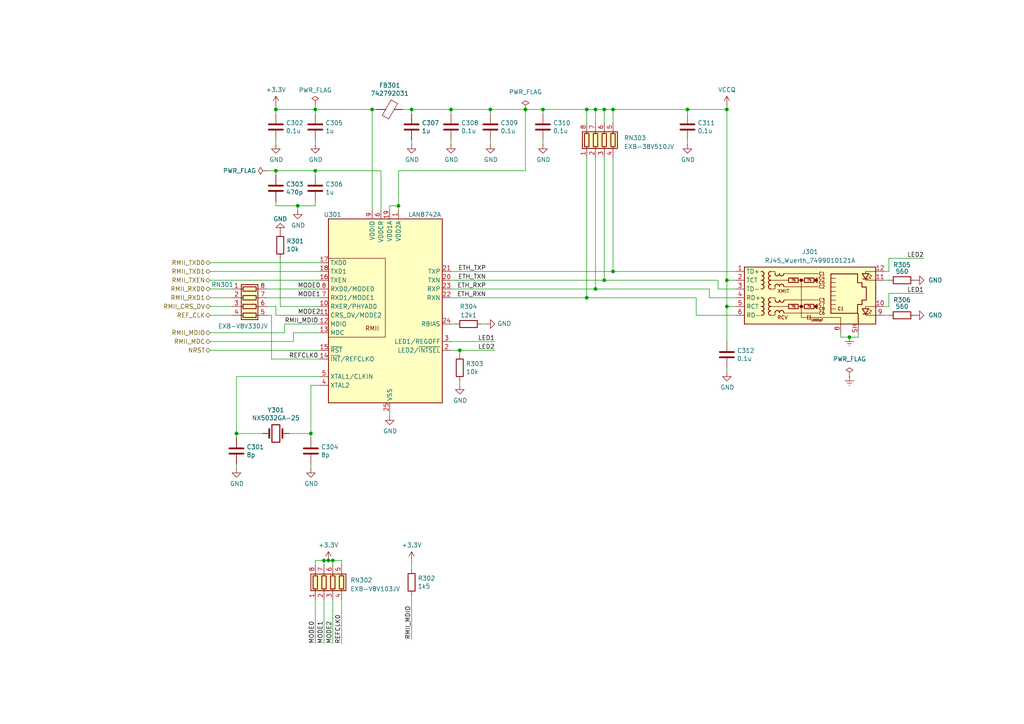
<source format=kicad_sch>
(kicad_sch
	(version 20231120)
	(generator "eeschema")
	(generator_version "8.0")
	(uuid "dc437cdb-41c7-4bdc-85f7-ddbfbca8cfe3")
	(paper "A4")
	(lib_symbols
		(symbol "Connector:RJ45_Wuerth_7499010121A"
			(exclude_from_sim no)
			(in_bom yes)
			(on_board yes)
			(property "Reference" "J"
				(at 17.78 10.16 0)
				(effects
					(font
						(size 1.27 1.27)
					)
					(justify right)
				)
			)
			(property "Value" "RJ45_Wuerth_7499010121A"
				(at -6.35 10.16 0)
				(effects
					(font
						(size 1.27 1.27)
					)
				)
			)
			(property "Footprint" "Connector_RJ:RJ45_Wuerth_7499010121A_Horizontal"
				(at 0 12.7 0)
				(effects
					(font
						(size 1.27 1.27)
					)
					(hide yes)
				)
			)
			(property "Datasheet" "http://katalog.we-online.de/pbs/datasheet/7499010121A.pdf"
				(at 0 16.51 0)
				(effects
					(font
						(size 1.27 1.27)
					)
					(justify top)
					(hide yes)
				)
			)
			(property "Description" "LAN Transformer Jack, RJ45, 10/100 BaseT"
				(at 0 0 0)
				(effects
					(font
						(size 1.27 1.27)
					)
					(hide yes)
				)
			)
			(property "ki_keywords" "lan jack socket transformer"
				(at 0 0 0)
				(effects
					(font
						(size 1.27 1.27)
					)
					(hide yes)
				)
			)
			(property "ki_fp_filters" "RJ45*Wuerth*7499010121A*"
				(at 0 0 0)
				(effects
					(font
						(size 1.27 1.27)
					)
					(hide yes)
				)
			)
			(symbol "RJ45_Wuerth_7499010121A_0_0"
				(circle
					(center -1.27 -2.54)
					(radius 0.0001)
					(stroke
						(width 0.508)
						(type default)
					)
					(fill
						(type none)
					)
				)
				(circle
					(center -1.27 5.08)
					(radius 0.0001)
					(stroke
						(width 0.508)
						(type default)
					)
					(fill
						(type none)
					)
				)
				(polyline
					(pts
						(xy -1.27 5.08) (xy -1.27 -5.715)
					)
					(stroke
						(width 0)
						(type default)
					)
					(fill
						(type none)
					)
				)
				(polyline
					(pts
						(xy 0.635 -5.08) (xy 0.635 -6.35)
					)
					(stroke
						(width 0.254)
						(type default)
					)
					(fill
						(type none)
					)
				)
				(polyline
					(pts
						(xy 1.27 -5.08) (xy 1.27 -6.35)
					)
					(stroke
						(width 0.254)
						(type default)
					)
					(fill
						(type none)
					)
				)
				(polyline
					(pts
						(xy 3.048 -2.54) (xy 2.54 -2.54)
					)
					(stroke
						(width 0)
						(type default)
					)
					(fill
						(type none)
					)
				)
				(polyline
					(pts
						(xy 3.048 5.08) (xy 2.54 5.08)
					)
					(stroke
						(width 0)
						(type default)
					)
					(fill
						(type none)
					)
				)
				(polyline
					(pts
						(xy 17.399 -3.175) (xy 17.399 -2.54) (xy 20.32 -2.54)
					)
					(stroke
						(width 0)
						(type default)
					)
					(fill
						(type none)
					)
				)
				(polyline
					(pts
						(xy 17.399 6.985) (xy 17.399 7.62) (xy 20.32 7.62)
					)
					(stroke
						(width 0)
						(type default)
					)
					(fill
						(type none)
					)
				)
				(polyline
					(pts
						(xy 20.32 -5.08) (xy 17.399 -5.08) (xy 17.399 -4.572)
					)
					(stroke
						(width 0)
						(type default)
					)
					(fill
						(type none)
					)
				)
				(polyline
					(pts
						(xy 20.32 5.08) (xy 17.399 5.08) (xy 17.399 5.588)
					)
					(stroke
						(width 0)
						(type default)
					)
					(fill
						(type none)
					)
				)
				(polyline
					(pts
						(xy 3.683 -1.905) (xy 3.048 -1.905) (xy 3.048 -3.175) (xy 3.683 -3.175)
					)
					(stroke
						(width 0)
						(type default)
					)
					(fill
						(type none)
					)
				)
				(polyline
					(pts
						(xy 3.683 5.715) (xy 3.048 5.715) (xy 3.048 4.445) (xy 3.683 4.445)
					)
					(stroke
						(width 0)
						(type default)
					)
					(fill
						(type none)
					)
				)
				(circle
					(center 3.048 -2.54)
					(radius 0.0001)
					(stroke
						(width 0.508)
						(type default)
					)
					(fill
						(type none)
					)
				)
				(circle
					(center 3.048 5.08)
					(radius 0.0001)
					(stroke
						(width 0.508)
						(type default)
					)
					(fill
						(type none)
					)
				)
				(text "C1"
					(at 4.699 6.985 0)
					(effects
						(font
							(size 0.889 0.889)
						)
					)
				)
				(text "C1"
					(at 10.16 -3.175 0)
					(effects
						(font
							(size 0.889 0.889)
						)
					)
				)
				(text "C2"
					(at 4.699 3.175 0)
					(effects
						(font
							(size 0.889 0.889)
						)
					)
				)
				(text "C3"
					(at 4.699 -0.635 0)
					(effects
						(font
							(size 0.889 0.889)
						)
					)
				)
				(text "C4"
					(at 4.699 5.715 0)
					(effects
						(font
							(size 0.889 0.889)
						)
					)
				)
				(text "C5"
					(at 4.699 4.445 0)
					(effects
						(font
							(size 0.889 0.889)
						)
					)
				)
				(text "C6"
					(at 4.699 -4.445 0)
					(effects
						(font
							(size 0.889 0.889)
						)
					)
				)
				(text "C7"
					(at 4.699 -1.905 0)
					(effects
						(font
							(size 0.889 0.889)
						)
					)
				)
				(text "C8"
					(at 4.699 -3.175 0)
					(effects
						(font
							(size 0.889 0.889)
						)
					)
				)
				(text "RCV"
					(at -8.255 -5.715 0)
					(effects
						(font
							(size 1.016 1.016)
						)
						(justify left)
					)
				)
				(text "XMIT"
					(at -8.255 1.905 0)
					(effects
						(font
							(size 1.016 1.016)
						)
						(justify left)
					)
				)
			)
			(symbol "RJ45_Wuerth_7499010121A_0_1"
				(rectangle
					(start -17.78 8.89)
					(end 20.32 -7.62)
					(stroke
						(width 0.254)
						(type default)
					)
					(fill
						(type background)
					)
				)
				(polyline
					(pts
						(xy -12.7 -5.08) (xy -13.081 -5.08)
					)
					(stroke
						(width 0)
						(type default)
					)
					(fill
						(type none)
					)
				)
				(polyline
					(pts
						(xy -12.7 -2.54) (xy -13.081 -2.54)
					)
					(stroke
						(width 0)
						(type default)
					)
					(fill
						(type none)
					)
				)
				(polyline
					(pts
						(xy -12.7 0) (xy -13.081 0)
					)
					(stroke
						(width 0)
						(type default)
					)
					(fill
						(type none)
					)
				)
				(polyline
					(pts
						(xy -12.7 2.54) (xy -13.081 2.54)
					)
					(stroke
						(width 0)
						(type default)
					)
					(fill
						(type none)
					)
				)
				(polyline
					(pts
						(xy -12.7 5.08) (xy -13.081 5.08)
					)
					(stroke
						(width 0)
						(type default)
					)
					(fill
						(type none)
					)
				)
				(polyline
					(pts
						(xy -12.7 7.62) (xy -13.081 7.62)
					)
					(stroke
						(width 0)
						(type default)
					)
					(fill
						(type none)
					)
				)
				(polyline
					(pts
						(xy -6.35 -4.445) (xy 3.683 -4.445)
					)
					(stroke
						(width 0)
						(type default)
					)
					(fill
						(type none)
					)
				)
				(polyline
					(pts
						(xy -6.35 3.175) (xy 3.683 3.175)
					)
					(stroke
						(width 0)
						(type default)
					)
					(fill
						(type none)
					)
				)
				(polyline
					(pts
						(xy -6.35 6.985) (xy 3.683 6.985)
					)
					(stroke
						(width 0)
						(type default)
					)
					(fill
						(type none)
					)
				)
				(polyline
					(pts
						(xy -6.223 -0.635) (xy 3.683 -0.635)
					)
					(stroke
						(width 0)
						(type default)
					)
					(fill
						(type none)
					)
				)
				(polyline
					(pts
						(xy -5.08 -2.54) (xy -10.16 -2.54)
					)
					(stroke
						(width 0)
						(type default)
					)
					(fill
						(type none)
					)
				)
				(polyline
					(pts
						(xy -4.953 5.08) (xy -10.16 5.08)
					)
					(stroke
						(width 0)
						(type default)
					)
					(fill
						(type none)
					)
				)
				(polyline
					(pts
						(xy -2.159 -2.54) (xy -0.381 -2.54)
					)
					(stroke
						(width 0)
						(type default)
					)
					(fill
						(type none)
					)
				)
				(polyline
					(pts
						(xy -2.159 5.08) (xy -0.381 5.08)
					)
					(stroke
						(width 0)
						(type default)
					)
					(fill
						(type none)
					)
				)
				(polyline
					(pts
						(xy 0.635 -5.715) (xy -1.27 -5.715)
					)
					(stroke
						(width 0)
						(type default)
					)
					(fill
						(type none)
					)
				)
				(polyline
					(pts
						(xy 7.4295 -1.9685) (xy 8.6995 -1.9685)
					)
					(stroke
						(width 0)
						(type default)
					)
					(fill
						(type none)
					)
				)
				(polyline
					(pts
						(xy 7.4295 -0.6985) (xy 8.6995 -0.6985)
					)
					(stroke
						(width 0)
						(type default)
					)
					(fill
						(type none)
					)
				)
				(polyline
					(pts
						(xy 7.4295 0.5715) (xy 8.6995 0.5715)
					)
					(stroke
						(width 0)
						(type default)
					)
					(fill
						(type none)
					)
				)
				(polyline
					(pts
						(xy 7.4295 1.8415) (xy 8.6995 1.8415)
					)
					(stroke
						(width 0)
						(type default)
					)
					(fill
						(type none)
					)
				)
				(polyline
					(pts
						(xy 7.4295 3.1115) (xy 8.6995 3.1115)
					)
					(stroke
						(width 0)
						(type default)
					)
					(fill
						(type none)
					)
				)
				(polyline
					(pts
						(xy 8.6995 -3.2385) (xy 7.4295 -3.2385)
					)
					(stroke
						(width 0)
						(type default)
					)
					(fill
						(type none)
					)
				)
				(polyline
					(pts
						(xy 8.6995 4.3815) (xy 7.4295 4.3815)
					)
					(stroke
						(width 0)
						(type default)
					)
					(fill
						(type none)
					)
				)
				(polyline
					(pts
						(xy 8.6995 5.6515) (xy 7.4295 5.6515)
					)
					(stroke
						(width 0)
						(type default)
					)
					(fill
						(type none)
					)
				)
				(polyline
					(pts
						(xy 10.16 -5.715) (xy 1.27 -5.715)
					)
					(stroke
						(width 0)
						(type default)
					)
					(fill
						(type none)
					)
				)
				(polyline
					(pts
						(xy 10.16 -5.715) (xy 10.16 -7.62)
					)
					(stroke
						(width 0)
						(type default)
					)
					(fill
						(type none)
					)
				)
				(polyline
					(pts
						(xy -10.16 0) (xy -8.89 0) (xy -8.89 -0.635)
					)
					(stroke
						(width 0)
						(type default)
					)
					(fill
						(type none)
					)
				)
				(polyline
					(pts
						(xy -10.16 7.62) (xy -8.89 7.62) (xy -8.89 6.985)
					)
					(stroke
						(width 0)
						(type default)
					)
					(fill
						(type none)
					)
				)
				(polyline
					(pts
						(xy -8.89 -4.445) (xy -8.89 -5.08) (xy -10.16 -5.08)
					)
					(stroke
						(width 0)
						(type default)
					)
					(fill
						(type none)
					)
				)
				(polyline
					(pts
						(xy -8.89 3.175) (xy -8.89 2.54) (xy -10.16 2.54)
					)
					(stroke
						(width 0)
						(type default)
					)
					(fill
						(type none)
					)
				)
			)
			(symbol "RJ45_Wuerth_7499010121A_1_0"
				(text "1000pF"
					(at 3.302 -6.477 0)
					(effects
						(font
							(size 0.635 0.635)
						)
					)
				)
			)
			(symbol "RJ45_Wuerth_7499010121A_1_1"
				(arc
					(start -12.7 -1.27)
					(mid -12.0677 -0.635)
					(end -12.7 0)
					(stroke
						(width 0.254)
						(type default)
					)
					(fill
						(type none)
					)
				)
				(arc
					(start -12.6973 -5.08)
					(mid -12.065 -4.445)
					(end -12.6973 -3.81)
					(stroke
						(width 0.254)
						(type default)
					)
					(fill
						(type none)
					)
				)
				(arc
					(start -12.6973 -3.81)
					(mid -12.065 -3.175)
					(end -12.6973 -2.54)
					(stroke
						(width 0.254)
						(type default)
					)
					(fill
						(type none)
					)
				)
				(arc
					(start -12.6973 -2.54)
					(mid -12.065 -1.905)
					(end -12.6973 -1.27)
					(stroke
						(width 0.254)
						(type default)
					)
					(fill
						(type none)
					)
				)
				(arc
					(start -12.6973 6.35)
					(mid -12.065 6.985)
					(end -12.6973 7.62)
					(stroke
						(width 0.254)
						(type default)
					)
					(fill
						(type none)
					)
				)
				(arc
					(start -12.6946 2.54)
					(mid -12.0623 3.175)
					(end -12.6946 3.81)
					(stroke
						(width 0.254)
						(type default)
					)
					(fill
						(type none)
					)
				)
				(arc
					(start -12.6946 3.81)
					(mid -12.0623 4.445)
					(end -12.6946 5.08)
					(stroke
						(width 0.254)
						(type default)
					)
					(fill
						(type none)
					)
				)
				(arc
					(start -12.6946 5.08)
					(mid -12.0623 5.715)
					(end -12.6946 6.35)
					(stroke
						(width 0.254)
						(type default)
					)
					(fill
						(type none)
					)
				)
				(arc
					(start -10.1654 -2.54)
					(mid -10.7977 -3.175)
					(end -10.1654 -3.81)
					(stroke
						(width 0.254)
						(type default)
					)
					(fill
						(type none)
					)
				)
				(arc
					(start -10.1654 -1.27)
					(mid -10.7977 -1.905)
					(end -10.1654 -2.54)
					(stroke
						(width 0.254)
						(type default)
					)
					(fill
						(type none)
					)
				)
				(arc
					(start -10.1654 0)
					(mid -10.7977 -0.635)
					(end -10.1654 -1.27)
					(stroke
						(width 0.254)
						(type default)
					)
					(fill
						(type none)
					)
				)
				(arc
					(start -10.1654 5.08)
					(mid -10.7977 4.445)
					(end -10.1654 3.81)
					(stroke
						(width 0.254)
						(type default)
					)
					(fill
						(type none)
					)
				)
				(arc
					(start -10.1654 6.35)
					(mid -10.7977 5.715)
					(end -10.1654 5.08)
					(stroke
						(width 0.254)
						(type default)
					)
					(fill
						(type none)
					)
				)
				(arc
					(start -10.1654 7.62)
					(mid -10.7977 6.985)
					(end -10.1654 6.35)
					(stroke
						(width 0.254)
						(type default)
					)
					(fill
						(type none)
					)
				)
				(arc
					(start -10.1627 -3.81)
					(mid -10.795 -4.445)
					(end -10.1627 -5.08)
					(stroke
						(width 0.254)
						(type default)
					)
					(fill
						(type none)
					)
				)
				(arc
					(start -10.1627 3.81)
					(mid -10.795 3.175)
					(end -10.1627 2.54)
					(stroke
						(width 0.254)
						(type default)
					)
					(fill
						(type none)
					)
				)
				(arc
					(start -8.89 6.9823)
					(mid -8.255 6.35)
					(end -7.62 6.9823)
					(stroke
						(width 0.254)
						(type default)
					)
					(fill
						(type none)
					)
				)
				(arc
					(start -8.8265 -0.7012)
					(mid -8.1915 -1.3335)
					(end -7.5565 -0.7012)
					(stroke
						(width 0.254)
						(type default)
					)
					(fill
						(type none)
					)
				)
				(arc
					(start -7.62 -4.3153)
					(mid -8.255 -3.683)
					(end -8.89 -4.3153)
					(stroke
						(width 0.254)
						(type default)
					)
					(fill
						(type none)
					)
				)
				(arc
					(start -7.62 3.3047)
					(mid -8.255 3.937)
					(end -8.89 3.3047)
					(stroke
						(width 0.254)
						(type default)
					)
					(fill
						(type none)
					)
				)
				(arc
					(start -7.62 6.985)
					(mid -6.985 6.3527)
					(end -6.35 6.985)
					(stroke
						(width 0.254)
						(type default)
					)
					(fill
						(type none)
					)
				)
				(arc
					(start -7.5565 -0.6985)
					(mid -6.9215 -1.3308)
					(end -6.2865 -0.6985)
					(stroke
						(width 0.254)
						(type default)
					)
					(fill
						(type none)
					)
				)
				(arc
					(start -6.35 -4.3126)
					(mid -6.985 -3.6803)
					(end -7.62 -4.3126)
					(stroke
						(width 0.254)
						(type default)
					)
					(fill
						(type none)
					)
				)
				(arc
					(start -6.35 3.3074)
					(mid -6.985 3.9397)
					(end -7.62 3.3074)
					(stroke
						(width 0.254)
						(type default)
					)
					(fill
						(type none)
					)
				)
				(rectangle
					(start -4.953 -1.905)
					(end -2.159 -3.175)
					(stroke
						(width 0.254)
						(type default)
					)
					(fill
						(type none)
					)
				)
				(rectangle
					(start -4.953 5.715)
					(end -2.159 4.445)
					(stroke
						(width 0.254)
						(type default)
					)
					(fill
						(type none)
					)
				)
				(rectangle
					(start -0.381 -1.905)
					(end 2.413 -3.175)
					(stroke
						(width 0.254)
						(type default)
					)
					(fill
						(type none)
					)
				)
				(rectangle
					(start -0.381 5.715)
					(end 2.413 4.445)
					(stroke
						(width 0.254)
						(type default)
					)
					(fill
						(type none)
					)
				)
				(polyline
					(pts
						(xy 15.24 -7.62) (xy 15.24 -4.572)
					)
					(stroke
						(width 0.254)
						(type default)
					)
					(fill
						(type none)
					)
				)
				(polyline
					(pts
						(xy 18.161 -4.699) (xy 16.637 -4.699)
					)
					(stroke
						(width 0.254)
						(type default)
					)
					(fill
						(type none)
					)
				)
				(polyline
					(pts
						(xy 18.161 5.461) (xy 16.637 5.461)
					)
					(stroke
						(width 0.254)
						(type default)
					)
					(fill
						(type none)
					)
				)
				(polyline
					(pts
						(xy 18.796 -4.572) (xy 18.796 -4.318)
					)
					(stroke
						(width 0)
						(type default)
					)
					(fill
						(type none)
					)
				)
				(polyline
					(pts
						(xy 18.796 5.588) (xy 18.796 5.842)
					)
					(stroke
						(width 0)
						(type default)
					)
					(fill
						(type none)
					)
				)
				(polyline
					(pts
						(xy 19.05 -3.937) (xy 19.05 -3.683)
					)
					(stroke
						(width 0)
						(type default)
					)
					(fill
						(type none)
					)
				)
				(polyline
					(pts
						(xy 19.05 6.223) (xy 19.05 6.477)
					)
					(stroke
						(width 0)
						(type default)
					)
					(fill
						(type none)
					)
				)
				(polyline
					(pts
						(xy 18.288 -4.064) (xy 18.796 -4.572) (xy 18.542 -4.572)
					)
					(stroke
						(width 0)
						(type default)
					)
					(fill
						(type none)
					)
				)
				(polyline
					(pts
						(xy 18.288 6.096) (xy 18.796 5.588) (xy 18.542 5.588)
					)
					(stroke
						(width 0)
						(type default)
					)
					(fill
						(type none)
					)
				)
				(polyline
					(pts
						(xy 18.542 -3.429) (xy 19.05 -3.937) (xy 18.796 -3.937)
					)
					(stroke
						(width 0)
						(type default)
					)
					(fill
						(type none)
					)
				)
				(polyline
					(pts
						(xy 18.542 6.731) (xy 19.05 6.223) (xy 18.796 6.223)
					)
					(stroke
						(width 0)
						(type default)
					)
					(fill
						(type none)
					)
				)
				(polyline
					(pts
						(xy 18.288 -3.175) (xy 16.383 -3.175) (xy 17.399 -4.699) (xy 18.288 -3.175)
					)
					(stroke
						(width 0.254)
						(type default)
					)
					(fill
						(type none)
					)
				)
				(polyline
					(pts
						(xy 18.288 6.985) (xy 16.383 6.985) (xy 17.399 5.461) (xy 18.288 6.985)
					)
					(stroke
						(width 0.254)
						(type default)
					)
					(fill
						(type none)
					)
				)
				(polyline
					(pts
						(xy 7.3025 -4.5085) (xy 7.3025 6.9215) (xy 15.0495 6.9215) (xy 15.0495 4.3815) (xy 16.3195 4.3815)
						(xy 16.3195 3.1115) (xy 17.5895 3.1115) (xy 17.5895 -0.6985) (xy 16.3195 -0.6985) (xy 16.3195 -1.9685)
						(xy 15.0495 -1.9685) (xy 15.0495 -4.5085) (xy 7.3025 -4.5085)
					)
					(stroke
						(width 0.254)
						(type default)
					)
					(fill
						(type none)
					)
				)
				(text "75"
					(at -3.556 -2.54 0)
					(effects
						(font
							(size 0.635 0.635)
						)
					)
				)
				(text "75"
					(at -3.556 5.08 0)
					(effects
						(font
							(size 0.635 0.635)
						)
					)
				)
				(text "75"
					(at 1.016 -2.54 0)
					(effects
						(font
							(size 0.635 0.635)
						)
					)
				)
				(text "75"
					(at 1.016 5.08 0)
					(effects
						(font
							(size 0.635 0.635)
						)
					)
				)
				(pin passive line
					(at -20.32 7.62 0)
					(length 2.54)
					(name "TD+"
						(effects
							(font
								(size 1.27 1.27)
							)
						)
					)
					(number "1"
						(effects
							(font
								(size 1.27 1.27)
							)
						)
					)
				)
				(pin passive line
					(at 22.86 -2.54 180)
					(length 2.54)
					(name ""
						(effects
							(font
								(size 1.27 1.27)
							)
						)
					)
					(number "10"
						(effects
							(font
								(size 1.27 1.27)
							)
						)
					)
				)
				(pin passive line
					(at 22.86 5.08 180)
					(length 2.54)
					(name ""
						(effects
							(font
								(size 1.27 1.27)
							)
						)
					)
					(number "11"
						(effects
							(font
								(size 1.27 1.27)
							)
						)
					)
				)
				(pin passive line
					(at 22.86 7.62 180)
					(length 2.54)
					(name ""
						(effects
							(font
								(size 1.27 1.27)
							)
						)
					)
					(number "12"
						(effects
							(font
								(size 1.27 1.27)
							)
						)
					)
				)
				(pin passive line
					(at -20.32 5.08 0)
					(length 2.54)
					(name "TCT"
						(effects
							(font
								(size 1.27 1.27)
							)
						)
					)
					(number "2"
						(effects
							(font
								(size 1.27 1.27)
							)
						)
					)
				)
				(pin passive line
					(at -20.32 2.54 0)
					(length 2.54)
					(name "TD-"
						(effects
							(font
								(size 1.27 1.27)
							)
						)
					)
					(number "3"
						(effects
							(font
								(size 1.27 1.27)
							)
						)
					)
				)
				(pin passive line
					(at -20.32 0 0)
					(length 2.54)
					(name "RD+"
						(effects
							(font
								(size 1.27 1.27)
							)
						)
					)
					(number "4"
						(effects
							(font
								(size 1.27 1.27)
							)
						)
					)
				)
				(pin passive line
					(at -20.32 -2.54 0)
					(length 2.54)
					(name "RCT"
						(effects
							(font
								(size 1.27 1.27)
							)
						)
					)
					(number "5"
						(effects
							(font
								(size 1.27 1.27)
							)
						)
					)
				)
				(pin passive line
					(at -20.32 -5.08 0)
					(length 2.54)
					(name "RD-"
						(effects
							(font
								(size 1.27 1.27)
							)
						)
					)
					(number "6"
						(effects
							(font
								(size 1.27 1.27)
							)
						)
					)
				)
				(pin no_connect line
					(at 20.32 0 0)
					(length 0) hide
					(name "NC"
						(effects
							(font
								(size 1.27 1.27)
							)
						)
					)
					(number "7"
						(effects
							(font
								(size 1.27 1.27)
							)
						)
					)
				)
				(pin power_in line
					(at 10.16 -10.16 90)
					(length 2.54)
					(name ""
						(effects
							(font
								(size 1.27 1.27)
							)
						)
					)
					(number "8"
						(effects
							(font
								(size 1.27 1.27)
							)
						)
					)
				)
				(pin passive line
					(at 22.86 -5.08 180)
					(length 2.54)
					(name ""
						(effects
							(font
								(size 1.27 1.27)
							)
						)
					)
					(number "9"
						(effects
							(font
								(size 1.27 1.27)
							)
						)
					)
				)
				(pin passive line
					(at 15.24 -10.16 90)
					(length 2.54)
					(name ""
						(effects
							(font
								(size 1.27 1.27)
							)
						)
					)
					(number "SH"
						(effects
							(font
								(size 1.27 1.27)
							)
						)
					)
				)
			)
		)
		(symbol "Device:C"
			(pin_numbers hide)
			(pin_names
				(offset 0.254)
			)
			(exclude_from_sim no)
			(in_bom yes)
			(on_board yes)
			(property "Reference" "C"
				(at 0.635 2.54 0)
				(effects
					(font
						(size 1.27 1.27)
					)
					(justify left)
				)
			)
			(property "Value" "C"
				(at 0.635 -2.54 0)
				(effects
					(font
						(size 1.27 1.27)
					)
					(justify left)
				)
			)
			(property "Footprint" ""
				(at 0.9652 -3.81 0)
				(effects
					(font
						(size 1.27 1.27)
					)
					(hide yes)
				)
			)
			(property "Datasheet" "~"
				(at 0 0 0)
				(effects
					(font
						(size 1.27 1.27)
					)
					(hide yes)
				)
			)
			(property "Description" "Unpolarized capacitor"
				(at 0 0 0)
				(effects
					(font
						(size 1.27 1.27)
					)
					(hide yes)
				)
			)
			(property "ki_keywords" "cap capacitor"
				(at 0 0 0)
				(effects
					(font
						(size 1.27 1.27)
					)
					(hide yes)
				)
			)
			(property "ki_fp_filters" "C_*"
				(at 0 0 0)
				(effects
					(font
						(size 1.27 1.27)
					)
					(hide yes)
				)
			)
			(symbol "C_0_1"
				(polyline
					(pts
						(xy -2.032 -0.762) (xy 2.032 -0.762)
					)
					(stroke
						(width 0.508)
						(type default)
					)
					(fill
						(type none)
					)
				)
				(polyline
					(pts
						(xy -2.032 0.762) (xy 2.032 0.762)
					)
					(stroke
						(width 0.508)
						(type default)
					)
					(fill
						(type none)
					)
				)
			)
			(symbol "C_1_1"
				(pin passive line
					(at 0 3.81 270)
					(length 2.794)
					(name "~"
						(effects
							(font
								(size 1.27 1.27)
							)
						)
					)
					(number "1"
						(effects
							(font
								(size 1.27 1.27)
							)
						)
					)
				)
				(pin passive line
					(at 0 -3.81 90)
					(length 2.794)
					(name "~"
						(effects
							(font
								(size 1.27 1.27)
							)
						)
					)
					(number "2"
						(effects
							(font
								(size 1.27 1.27)
							)
						)
					)
				)
			)
		)
		(symbol "Device:Crystal"
			(pin_numbers hide)
			(pin_names
				(offset 1.016) hide)
			(exclude_from_sim no)
			(in_bom yes)
			(on_board yes)
			(property "Reference" "Y"
				(at 0 3.81 0)
				(effects
					(font
						(size 1.27 1.27)
					)
				)
			)
			(property "Value" "Crystal"
				(at 0 -3.81 0)
				(effects
					(font
						(size 1.27 1.27)
					)
				)
			)
			(property "Footprint" ""
				(at 0 0 0)
				(effects
					(font
						(size 1.27 1.27)
					)
					(hide yes)
				)
			)
			(property "Datasheet" "~"
				(at 0 0 0)
				(effects
					(font
						(size 1.27 1.27)
					)
					(hide yes)
				)
			)
			(property "Description" "Two pin crystal"
				(at 0 0 0)
				(effects
					(font
						(size 1.27 1.27)
					)
					(hide yes)
				)
			)
			(property "ki_keywords" "quartz ceramic resonator oscillator"
				(at 0 0 0)
				(effects
					(font
						(size 1.27 1.27)
					)
					(hide yes)
				)
			)
			(property "ki_fp_filters" "Crystal*"
				(at 0 0 0)
				(effects
					(font
						(size 1.27 1.27)
					)
					(hide yes)
				)
			)
			(symbol "Crystal_0_1"
				(rectangle
					(start -1.143 2.54)
					(end 1.143 -2.54)
					(stroke
						(width 0.3048)
						(type default)
					)
					(fill
						(type none)
					)
				)
				(polyline
					(pts
						(xy -2.54 0) (xy -1.905 0)
					)
					(stroke
						(width 0)
						(type default)
					)
					(fill
						(type none)
					)
				)
				(polyline
					(pts
						(xy -1.905 -1.27) (xy -1.905 1.27)
					)
					(stroke
						(width 0.508)
						(type default)
					)
					(fill
						(type none)
					)
				)
				(polyline
					(pts
						(xy 1.905 -1.27) (xy 1.905 1.27)
					)
					(stroke
						(width 0.508)
						(type default)
					)
					(fill
						(type none)
					)
				)
				(polyline
					(pts
						(xy 2.54 0) (xy 1.905 0)
					)
					(stroke
						(width 0)
						(type default)
					)
					(fill
						(type none)
					)
				)
			)
			(symbol "Crystal_1_1"
				(pin passive line
					(at -3.81 0 0)
					(length 1.27)
					(name "1"
						(effects
							(font
								(size 1.27 1.27)
							)
						)
					)
					(number "1"
						(effects
							(font
								(size 1.27 1.27)
							)
						)
					)
				)
				(pin passive line
					(at 3.81 0 180)
					(length 1.27)
					(name "2"
						(effects
							(font
								(size 1.27 1.27)
							)
						)
					)
					(number "2"
						(effects
							(font
								(size 1.27 1.27)
							)
						)
					)
				)
			)
		)
		(symbol "Device:FerriteBead"
			(pin_numbers hide)
			(pin_names
				(offset 0)
			)
			(exclude_from_sim no)
			(in_bom yes)
			(on_board yes)
			(property "Reference" "FB"
				(at -3.81 0.635 90)
				(effects
					(font
						(size 1.27 1.27)
					)
				)
			)
			(property "Value" "FerriteBead"
				(at 3.81 0 90)
				(effects
					(font
						(size 1.27 1.27)
					)
				)
			)
			(property "Footprint" ""
				(at -1.778 0 90)
				(effects
					(font
						(size 1.27 1.27)
					)
					(hide yes)
				)
			)
			(property "Datasheet" "~"
				(at 0 0 0)
				(effects
					(font
						(size 1.27 1.27)
					)
					(hide yes)
				)
			)
			(property "Description" "Ferrite bead"
				(at 0 0 0)
				(effects
					(font
						(size 1.27 1.27)
					)
					(hide yes)
				)
			)
			(property "ki_keywords" "L ferrite bead inductor filter"
				(at 0 0 0)
				(effects
					(font
						(size 1.27 1.27)
					)
					(hide yes)
				)
			)
			(property "ki_fp_filters" "Inductor_* L_* *Ferrite*"
				(at 0 0 0)
				(effects
					(font
						(size 1.27 1.27)
					)
					(hide yes)
				)
			)
			(symbol "FerriteBead_0_1"
				(polyline
					(pts
						(xy 0 -1.27) (xy 0 -1.2192)
					)
					(stroke
						(width 0)
						(type default)
					)
					(fill
						(type none)
					)
				)
				(polyline
					(pts
						(xy 0 1.27) (xy 0 1.2954)
					)
					(stroke
						(width 0)
						(type default)
					)
					(fill
						(type none)
					)
				)
				(polyline
					(pts
						(xy -2.7686 0.4064) (xy -1.7018 2.2606) (xy 2.7686 -0.3048) (xy 1.6764 -2.159) (xy -2.7686 0.4064)
					)
					(stroke
						(width 0)
						(type default)
					)
					(fill
						(type none)
					)
				)
			)
			(symbol "FerriteBead_1_1"
				(pin passive line
					(at 0 3.81 270)
					(length 2.54)
					(name "~"
						(effects
							(font
								(size 1.27 1.27)
							)
						)
					)
					(number "1"
						(effects
							(font
								(size 1.27 1.27)
							)
						)
					)
				)
				(pin passive line
					(at 0 -3.81 90)
					(length 2.54)
					(name "~"
						(effects
							(font
								(size 1.27 1.27)
							)
						)
					)
					(number "2"
						(effects
							(font
								(size 1.27 1.27)
							)
						)
					)
				)
			)
		)
		(symbol "Device:R"
			(pin_numbers hide)
			(pin_names
				(offset 0)
			)
			(exclude_from_sim no)
			(in_bom yes)
			(on_board yes)
			(property "Reference" "R"
				(at 2.032 0 90)
				(effects
					(font
						(size 1.27 1.27)
					)
				)
			)
			(property "Value" "R"
				(at 0 0 90)
				(effects
					(font
						(size 1.27 1.27)
					)
				)
			)
			(property "Footprint" ""
				(at -1.778 0 90)
				(effects
					(font
						(size 1.27 1.27)
					)
					(hide yes)
				)
			)
			(property "Datasheet" "~"
				(at 0 0 0)
				(effects
					(font
						(size 1.27 1.27)
					)
					(hide yes)
				)
			)
			(property "Description" "Resistor"
				(at 0 0 0)
				(effects
					(font
						(size 1.27 1.27)
					)
					(hide yes)
				)
			)
			(property "ki_keywords" "R res resistor"
				(at 0 0 0)
				(effects
					(font
						(size 1.27 1.27)
					)
					(hide yes)
				)
			)
			(property "ki_fp_filters" "R_*"
				(at 0 0 0)
				(effects
					(font
						(size 1.27 1.27)
					)
					(hide yes)
				)
			)
			(symbol "R_0_1"
				(rectangle
					(start -1.016 -2.54)
					(end 1.016 2.54)
					(stroke
						(width 0.254)
						(type default)
					)
					(fill
						(type none)
					)
				)
			)
			(symbol "R_1_1"
				(pin passive line
					(at 0 3.81 270)
					(length 1.27)
					(name "~"
						(effects
							(font
								(size 1.27 1.27)
							)
						)
					)
					(number "1"
						(effects
							(font
								(size 1.27 1.27)
							)
						)
					)
				)
				(pin passive line
					(at 0 -3.81 90)
					(length 1.27)
					(name "~"
						(effects
							(font
								(size 1.27 1.27)
							)
						)
					)
					(number "2"
						(effects
							(font
								(size 1.27 1.27)
							)
						)
					)
				)
			)
		)
		(symbol "Device:R_Pack04"
			(pin_names
				(offset 0) hide)
			(exclude_from_sim no)
			(in_bom yes)
			(on_board yes)
			(property "Reference" "RN"
				(at -7.62 0 90)
				(effects
					(font
						(size 1.27 1.27)
					)
				)
			)
			(property "Value" "R_Pack04"
				(at 5.08 0 90)
				(effects
					(font
						(size 1.27 1.27)
					)
				)
			)
			(property "Footprint" ""
				(at 6.985 0 90)
				(effects
					(font
						(size 1.27 1.27)
					)
					(hide yes)
				)
			)
			(property "Datasheet" "~"
				(at 0 0 0)
				(effects
					(font
						(size 1.27 1.27)
					)
					(hide yes)
				)
			)
			(property "Description" "4 resistor network, parallel topology"
				(at 0 0 0)
				(effects
					(font
						(size 1.27 1.27)
					)
					(hide yes)
				)
			)
			(property "ki_keywords" "R network parallel topology isolated"
				(at 0 0 0)
				(effects
					(font
						(size 1.27 1.27)
					)
					(hide yes)
				)
			)
			(property "ki_fp_filters" "DIP* SOIC* R*Array*Concave* R*Array*Convex*"
				(at 0 0 0)
				(effects
					(font
						(size 1.27 1.27)
					)
					(hide yes)
				)
			)
			(symbol "R_Pack04_0_1"
				(rectangle
					(start -6.35 -2.413)
					(end 3.81 2.413)
					(stroke
						(width 0.254)
						(type default)
					)
					(fill
						(type background)
					)
				)
				(rectangle
					(start -5.715 1.905)
					(end -4.445 -1.905)
					(stroke
						(width 0.254)
						(type default)
					)
					(fill
						(type none)
					)
				)
				(rectangle
					(start -3.175 1.905)
					(end -1.905 -1.905)
					(stroke
						(width 0.254)
						(type default)
					)
					(fill
						(type none)
					)
				)
				(rectangle
					(start -0.635 1.905)
					(end 0.635 -1.905)
					(stroke
						(width 0.254)
						(type default)
					)
					(fill
						(type none)
					)
				)
				(polyline
					(pts
						(xy -5.08 -2.54) (xy -5.08 -1.905)
					)
					(stroke
						(width 0)
						(type default)
					)
					(fill
						(type none)
					)
				)
				(polyline
					(pts
						(xy -5.08 1.905) (xy -5.08 2.54)
					)
					(stroke
						(width 0)
						(type default)
					)
					(fill
						(type none)
					)
				)
				(polyline
					(pts
						(xy -2.54 -2.54) (xy -2.54 -1.905)
					)
					(stroke
						(width 0)
						(type default)
					)
					(fill
						(type none)
					)
				)
				(polyline
					(pts
						(xy -2.54 1.905) (xy -2.54 2.54)
					)
					(stroke
						(width 0)
						(type default)
					)
					(fill
						(type none)
					)
				)
				(polyline
					(pts
						(xy 0 -2.54) (xy 0 -1.905)
					)
					(stroke
						(width 0)
						(type default)
					)
					(fill
						(type none)
					)
				)
				(polyline
					(pts
						(xy 0 1.905) (xy 0 2.54)
					)
					(stroke
						(width 0)
						(type default)
					)
					(fill
						(type none)
					)
				)
				(polyline
					(pts
						(xy 2.54 -2.54) (xy 2.54 -1.905)
					)
					(stroke
						(width 0)
						(type default)
					)
					(fill
						(type none)
					)
				)
				(polyline
					(pts
						(xy 2.54 1.905) (xy 2.54 2.54)
					)
					(stroke
						(width 0)
						(type default)
					)
					(fill
						(type none)
					)
				)
				(rectangle
					(start 1.905 1.905)
					(end 3.175 -1.905)
					(stroke
						(width 0.254)
						(type default)
					)
					(fill
						(type none)
					)
				)
			)
			(symbol "R_Pack04_1_1"
				(pin passive line
					(at -5.08 -5.08 90)
					(length 2.54)
					(name "R1.1"
						(effects
							(font
								(size 1.27 1.27)
							)
						)
					)
					(number "1"
						(effects
							(font
								(size 1.27 1.27)
							)
						)
					)
				)
				(pin passive line
					(at -2.54 -5.08 90)
					(length 2.54)
					(name "R2.1"
						(effects
							(font
								(size 1.27 1.27)
							)
						)
					)
					(number "2"
						(effects
							(font
								(size 1.27 1.27)
							)
						)
					)
				)
				(pin passive line
					(at 0 -5.08 90)
					(length 2.54)
					(name "R3.1"
						(effects
							(font
								(size 1.27 1.27)
							)
						)
					)
					(number "3"
						(effects
							(font
								(size 1.27 1.27)
							)
						)
					)
				)
				(pin passive line
					(at 2.54 -5.08 90)
					(length 2.54)
					(name "R4.1"
						(effects
							(font
								(size 1.27 1.27)
							)
						)
					)
					(number "4"
						(effects
							(font
								(size 1.27 1.27)
							)
						)
					)
				)
				(pin passive line
					(at 2.54 5.08 270)
					(length 2.54)
					(name "R4.2"
						(effects
							(font
								(size 1.27 1.27)
							)
						)
					)
					(number "5"
						(effects
							(font
								(size 1.27 1.27)
							)
						)
					)
				)
				(pin passive line
					(at 0 5.08 270)
					(length 2.54)
					(name "R3.2"
						(effects
							(font
								(size 1.27 1.27)
							)
						)
					)
					(number "6"
						(effects
							(font
								(size 1.27 1.27)
							)
						)
					)
				)
				(pin passive line
					(at -2.54 5.08 270)
					(length 2.54)
					(name "R2.2"
						(effects
							(font
								(size 1.27 1.27)
							)
						)
					)
					(number "7"
						(effects
							(font
								(size 1.27 1.27)
							)
						)
					)
				)
				(pin passive line
					(at -5.08 5.08 270)
					(length 2.54)
					(name "R1.2"
						(effects
							(font
								(size 1.27 1.27)
							)
						)
					)
					(number "8"
						(effects
							(font
								(size 1.27 1.27)
							)
						)
					)
				)
			)
		)
		(symbol "Interface_Ethernet:LAN8742A"
			(exclude_from_sim no)
			(in_bom yes)
			(on_board yes)
			(property "Reference" "U"
				(at -13.97 29.21 0)
				(effects
					(font
						(size 1.27 1.27)
					)
					(justify right)
				)
			)
			(property "Value" "LAN8742A"
				(at 15.24 29.21 0)
				(effects
					(font
						(size 1.27 1.27)
					)
					(justify right)
				)
			)
			(property "Footprint" "Package_DFN_QFN:VQFN-24-1EP_4x4mm_P0.5mm_EP2.5x2.5mm_ThermalVias"
				(at 1.27 -26.67 0)
				(effects
					(font
						(size 1.27 1.27)
					)
					(justify left)
					(hide yes)
				)
			)
			(property "Datasheet" "http://ww1.microchip.com/downloads/en/DeviceDoc/8742a.pdf"
				(at 0 -39.37 0)
				(effects
					(font
						(size 1.27 1.27)
					)
					(hide yes)
				)
			)
			(property "Description" "LAN8720 Ethernet PHY with RMII interface, QFN-24"
				(at 0 0 0)
				(effects
					(font
						(size 1.27 1.27)
					)
					(hide yes)
				)
			)
			(property "ki_keywords" "ETH PHY RMII"
				(at 0 0 0)
				(effects
					(font
						(size 1.27 1.27)
					)
					(hide yes)
				)
			)
			(property "ki_fp_filters" "VQFN*1EP*4x4mm*P0.5mm*"
				(at 0 0 0)
				(effects
					(font
						(size 1.27 1.27)
					)
					(hide yes)
				)
			)
			(symbol "LAN8742A_0_0"
				(text "RMII"
					(at -5.08 -3.81 0)
					(effects
						(font
							(size 1.27 1.27)
						)
					)
				)
			)
			(symbol "LAN8742A_0_1"
				(rectangle
					(start -17.78 27.94)
					(end 15.24 -25.4)
					(stroke
						(width 0.254)
						(type default)
					)
					(fill
						(type background)
					)
				)
				(polyline
					(pts
						(xy -17.78 -6.35) (xy -1.27 -6.35) (xy -1.27 16.51) (xy -17.78 16.51)
					)
					(stroke
						(width 0)
						(type default)
					)
					(fill
						(type none)
					)
				)
			)
			(symbol "LAN8742A_1_1"
				(pin power_in line
					(at 2.54 30.48 270)
					(length 2.54)
					(name "VDD2A"
						(effects
							(font
								(size 1.27 1.27)
							)
						)
					)
					(number "1"
						(effects
							(font
								(size 1.27 1.27)
							)
						)
					)
				)
				(pin output line
					(at -20.32 2.54 0)
					(length 2.54)
					(name "RXER/PHYAD0"
						(effects
							(font
								(size 1.27 1.27)
							)
						)
					)
					(number "10"
						(effects
							(font
								(size 1.27 1.27)
							)
						)
					)
				)
				(pin bidirectional line
					(at -20.32 0 0)
					(length 2.54)
					(name "CRS_DV/MODE2"
						(effects
							(font
								(size 1.27 1.27)
							)
						)
					)
					(number "11"
						(effects
							(font
								(size 1.27 1.27)
							)
						)
					)
				)
				(pin bidirectional line
					(at -20.32 -2.54 0)
					(length 2.54)
					(name "MDIO"
						(effects
							(font
								(size 1.27 1.27)
							)
						)
					)
					(number "12"
						(effects
							(font
								(size 1.27 1.27)
							)
						)
					)
				)
				(pin input line
					(at -20.32 -5.08 0)
					(length 2.54)
					(name "MDC"
						(effects
							(font
								(size 1.27 1.27)
							)
						)
					)
					(number "13"
						(effects
							(font
								(size 1.27 1.27)
							)
						)
					)
				)
				(pin output line
					(at -20.32 -12.7 0)
					(length 2.54)
					(name "~{INT}/REFCLKO"
						(effects
							(font
								(size 1.27 1.27)
							)
						)
					)
					(number "14"
						(effects
							(font
								(size 1.27 1.27)
							)
						)
					)
				)
				(pin input line
					(at -20.32 -10.16 0)
					(length 2.54)
					(name "~{RST}"
						(effects
							(font
								(size 1.27 1.27)
							)
						)
					)
					(number "15"
						(effects
							(font
								(size 1.27 1.27)
							)
						)
					)
				)
				(pin input line
					(at -20.32 10.16 0)
					(length 2.54)
					(name "TXEN"
						(effects
							(font
								(size 1.27 1.27)
							)
						)
					)
					(number "16"
						(effects
							(font
								(size 1.27 1.27)
							)
						)
					)
				)
				(pin input line
					(at -20.32 15.24 0)
					(length 2.54)
					(name "TXD0"
						(effects
							(font
								(size 1.27 1.27)
							)
						)
					)
					(number "17"
						(effects
							(font
								(size 1.27 1.27)
							)
						)
					)
				)
				(pin input line
					(at -20.32 12.7 0)
					(length 2.54)
					(name "TXD1"
						(effects
							(font
								(size 1.27 1.27)
							)
						)
					)
					(number "18"
						(effects
							(font
								(size 1.27 1.27)
							)
						)
					)
				)
				(pin power_in line
					(at 0 30.48 270)
					(length 2.54)
					(name "VDD1A"
						(effects
							(font
								(size 1.27 1.27)
							)
						)
					)
					(number "19"
						(effects
							(font
								(size 1.27 1.27)
							)
						)
					)
				)
				(pin bidirectional line
					(at 17.78 -10.16 180)
					(length 2.54)
					(name "LED2/~{INTSEL}"
						(effects
							(font
								(size 1.27 1.27)
							)
						)
					)
					(number "2"
						(effects
							(font
								(size 1.27 1.27)
							)
						)
					)
					(alternate "~{INT}/~{INTSEL}" output line)
					(alternate "~{PME}/~{INTSEL}" output line)
				)
				(pin passive line
					(at 17.78 10.16 180)
					(length 2.54)
					(name "TXN"
						(effects
							(font
								(size 1.27 1.27)
							)
						)
					)
					(number "20"
						(effects
							(font
								(size 1.27 1.27)
							)
						)
					)
				)
				(pin passive line
					(at 17.78 12.7 180)
					(length 2.54)
					(name "TXP"
						(effects
							(font
								(size 1.27 1.27)
							)
						)
					)
					(number "21"
						(effects
							(font
								(size 1.27 1.27)
							)
						)
					)
				)
				(pin passive line
					(at 17.78 5.08 180)
					(length 2.54)
					(name "RXN"
						(effects
							(font
								(size 1.27 1.27)
							)
						)
					)
					(number "22"
						(effects
							(font
								(size 1.27 1.27)
							)
						)
					)
				)
				(pin passive line
					(at 17.78 7.62 180)
					(length 2.54)
					(name "RXP"
						(effects
							(font
								(size 1.27 1.27)
							)
						)
					)
					(number "23"
						(effects
							(font
								(size 1.27 1.27)
							)
						)
					)
				)
				(pin passive line
					(at 17.78 -2.54 180)
					(length 2.54)
					(name "RBIAS"
						(effects
							(font
								(size 1.27 1.27)
							)
						)
					)
					(number "24"
						(effects
							(font
								(size 1.27 1.27)
							)
						)
					)
				)
				(pin power_in line
					(at 0 -27.94 90)
					(length 2.54)
					(name "VSS"
						(effects
							(font
								(size 1.27 1.27)
							)
						)
					)
					(number "25"
						(effects
							(font
								(size 1.27 1.27)
							)
						)
					)
				)
				(pin bidirectional line
					(at 17.78 -7.62 180)
					(length 2.54)
					(name "LED1/REGOFF"
						(effects
							(font
								(size 1.27 1.27)
							)
						)
					)
					(number "3"
						(effects
							(font
								(size 1.27 1.27)
							)
						)
					)
					(alternate "~{INT}/REGOFF" bidirectional line)
					(alternate "~{PME}/REGOFF" bidirectional line)
				)
				(pin output line
					(at -20.32 -20.32 0)
					(length 2.54)
					(name "XTAL2"
						(effects
							(font
								(size 1.27 1.27)
							)
						)
					)
					(number "4"
						(effects
							(font
								(size 1.27 1.27)
							)
						)
					)
				)
				(pin input line
					(at -20.32 -17.78 0)
					(length 2.54)
					(name "XTAL1/CLKIN"
						(effects
							(font
								(size 1.27 1.27)
							)
						)
					)
					(number "5"
						(effects
							(font
								(size 1.27 1.27)
							)
						)
					)
				)
				(pin power_in line
					(at -2.54 30.48 270)
					(length 2.54)
					(name "VDDCR"
						(effects
							(font
								(size 1.27 1.27)
							)
						)
					)
					(number "6"
						(effects
							(font
								(size 1.27 1.27)
							)
						)
					)
				)
				(pin bidirectional line
					(at -20.32 5.08 0)
					(length 2.54)
					(name "RXD1/MODE1"
						(effects
							(font
								(size 1.27 1.27)
							)
						)
					)
					(number "7"
						(effects
							(font
								(size 1.27 1.27)
							)
						)
					)
				)
				(pin bidirectional line
					(at -20.32 7.62 0)
					(length 2.54)
					(name "RXD0/MODE0"
						(effects
							(font
								(size 1.27 1.27)
							)
						)
					)
					(number "8"
						(effects
							(font
								(size 1.27 1.27)
							)
						)
					)
				)
				(pin power_in line
					(at -5.08 30.48 270)
					(length 2.54)
					(name "VDDIO"
						(effects
							(font
								(size 1.27 1.27)
							)
						)
					)
					(number "9"
						(effects
							(font
								(size 1.27 1.27)
							)
						)
					)
				)
			)
		)
		(symbol "power:+3.3V"
			(power)
			(pin_numbers hide)
			(pin_names
				(offset 0) hide)
			(exclude_from_sim no)
			(in_bom yes)
			(on_board yes)
			(property "Reference" "#PWR"
				(at 0 -3.81 0)
				(effects
					(font
						(size 1.27 1.27)
					)
					(hide yes)
				)
			)
			(property "Value" "+3.3V"
				(at 0 3.556 0)
				(effects
					(font
						(size 1.27 1.27)
					)
				)
			)
			(property "Footprint" ""
				(at 0 0 0)
				(effects
					(font
						(size 1.27 1.27)
					)
					(hide yes)
				)
			)
			(property "Datasheet" ""
				(at 0 0 0)
				(effects
					(font
						(size 1.27 1.27)
					)
					(hide yes)
				)
			)
			(property "Description" "Power symbol creates a global label with name \"+3.3V\""
				(at 0 0 0)
				(effects
					(font
						(size 1.27 1.27)
					)
					(hide yes)
				)
			)
			(property "ki_keywords" "global power"
				(at 0 0 0)
				(effects
					(font
						(size 1.27 1.27)
					)
					(hide yes)
				)
			)
			(symbol "+3.3V_0_1"
				(polyline
					(pts
						(xy -0.762 1.27) (xy 0 2.54)
					)
					(stroke
						(width 0)
						(type default)
					)
					(fill
						(type none)
					)
				)
				(polyline
					(pts
						(xy 0 0) (xy 0 2.54)
					)
					(stroke
						(width 0)
						(type default)
					)
					(fill
						(type none)
					)
				)
				(polyline
					(pts
						(xy 0 2.54) (xy 0.762 1.27)
					)
					(stroke
						(width 0)
						(type default)
					)
					(fill
						(type none)
					)
				)
			)
			(symbol "+3.3V_1_1"
				(pin power_in line
					(at 0 0 90)
					(length 0)
					(name "~"
						(effects
							(font
								(size 1.27 1.27)
							)
						)
					)
					(number "1"
						(effects
							(font
								(size 1.27 1.27)
							)
						)
					)
				)
			)
		)
		(symbol "power:Earth"
			(power)
			(pin_numbers hide)
			(pin_names
				(offset 0) hide)
			(exclude_from_sim no)
			(in_bom yes)
			(on_board yes)
			(property "Reference" "#PWR"
				(at 0 -6.35 0)
				(effects
					(font
						(size 1.27 1.27)
					)
					(hide yes)
				)
			)
			(property "Value" "Earth"
				(at 0 -3.81 0)
				(effects
					(font
						(size 1.27 1.27)
					)
				)
			)
			(property "Footprint" ""
				(at 0 0 0)
				(effects
					(font
						(size 1.27 1.27)
					)
					(hide yes)
				)
			)
			(property "Datasheet" "~"
				(at 0 0 0)
				(effects
					(font
						(size 1.27 1.27)
					)
					(hide yes)
				)
			)
			(property "Description" "Power symbol creates a global label with name \"Earth\""
				(at 0 0 0)
				(effects
					(font
						(size 1.27 1.27)
					)
					(hide yes)
				)
			)
			(property "ki_keywords" "global ground gnd"
				(at 0 0 0)
				(effects
					(font
						(size 1.27 1.27)
					)
					(hide yes)
				)
			)
			(symbol "Earth_0_1"
				(polyline
					(pts
						(xy -0.635 -1.905) (xy 0.635 -1.905)
					)
					(stroke
						(width 0)
						(type default)
					)
					(fill
						(type none)
					)
				)
				(polyline
					(pts
						(xy -0.127 -2.54) (xy 0.127 -2.54)
					)
					(stroke
						(width 0)
						(type default)
					)
					(fill
						(type none)
					)
				)
				(polyline
					(pts
						(xy 0 -1.27) (xy 0 0)
					)
					(stroke
						(width 0)
						(type default)
					)
					(fill
						(type none)
					)
				)
				(polyline
					(pts
						(xy 1.27 -1.27) (xy -1.27 -1.27)
					)
					(stroke
						(width 0)
						(type default)
					)
					(fill
						(type none)
					)
				)
			)
			(symbol "Earth_1_1"
				(pin power_in line
					(at 0 0 270)
					(length 0)
					(name "~"
						(effects
							(font
								(size 1.27 1.27)
							)
						)
					)
					(number "1"
						(effects
							(font
								(size 1.27 1.27)
							)
						)
					)
				)
			)
		)
		(symbol "power:GND"
			(power)
			(pin_numbers hide)
			(pin_names
				(offset 0) hide)
			(exclude_from_sim no)
			(in_bom yes)
			(on_board yes)
			(property "Reference" "#PWR"
				(at 0 -6.35 0)
				(effects
					(font
						(size 1.27 1.27)
					)
					(hide yes)
				)
			)
			(property "Value" "GND"
				(at 0 -3.81 0)
				(effects
					(font
						(size 1.27 1.27)
					)
				)
			)
			(property "Footprint" ""
				(at 0 0 0)
				(effects
					(font
						(size 1.27 1.27)
					)
					(hide yes)
				)
			)
			(property "Datasheet" ""
				(at 0 0 0)
				(effects
					(font
						(size 1.27 1.27)
					)
					(hide yes)
				)
			)
			(property "Description" "Power symbol creates a global label with name \"GND\" , ground"
				(at 0 0 0)
				(effects
					(font
						(size 1.27 1.27)
					)
					(hide yes)
				)
			)
			(property "ki_keywords" "global power"
				(at 0 0 0)
				(effects
					(font
						(size 1.27 1.27)
					)
					(hide yes)
				)
			)
			(symbol "GND_0_1"
				(polyline
					(pts
						(xy 0 0) (xy 0 -1.27) (xy 1.27 -1.27) (xy 0 -2.54) (xy -1.27 -1.27) (xy 0 -1.27)
					)
					(stroke
						(width 0)
						(type default)
					)
					(fill
						(type none)
					)
				)
			)
			(symbol "GND_1_1"
				(pin power_in line
					(at 0 0 270)
					(length 0)
					(name "~"
						(effects
							(font
								(size 1.27 1.27)
							)
						)
					)
					(number "1"
						(effects
							(font
								(size 1.27 1.27)
							)
						)
					)
				)
			)
		)
		(symbol "power:PWR_FLAG"
			(power)
			(pin_numbers hide)
			(pin_names
				(offset 0) hide)
			(exclude_from_sim no)
			(in_bom yes)
			(on_board yes)
			(property "Reference" "#FLG"
				(at 0 1.905 0)
				(effects
					(font
						(size 1.27 1.27)
					)
					(hide yes)
				)
			)
			(property "Value" "PWR_FLAG"
				(at 0 3.81 0)
				(effects
					(font
						(size 1.27 1.27)
					)
				)
			)
			(property "Footprint" ""
				(at 0 0 0)
				(effects
					(font
						(size 1.27 1.27)
					)
					(hide yes)
				)
			)
			(property "Datasheet" "~"
				(at 0 0 0)
				(effects
					(font
						(size 1.27 1.27)
					)
					(hide yes)
				)
			)
			(property "Description" "Special symbol for telling ERC where power comes from"
				(at 0 0 0)
				(effects
					(font
						(size 1.27 1.27)
					)
					(hide yes)
				)
			)
			(property "ki_keywords" "flag power"
				(at 0 0 0)
				(effects
					(font
						(size 1.27 1.27)
					)
					(hide yes)
				)
			)
			(symbol "PWR_FLAG_0_0"
				(pin power_out line
					(at 0 0 90)
					(length 0)
					(name "~"
						(effects
							(font
								(size 1.27 1.27)
							)
						)
					)
					(number "1"
						(effects
							(font
								(size 1.27 1.27)
							)
						)
					)
				)
			)
			(symbol "PWR_FLAG_0_1"
				(polyline
					(pts
						(xy 0 0) (xy 0 1.27) (xy -1.016 1.905) (xy 0 2.54) (xy 1.016 1.905) (xy 0 1.27)
					)
					(stroke
						(width 0)
						(type default)
					)
					(fill
						(type none)
					)
				)
			)
		)
		(symbol "power:VCCQ"
			(power)
			(pin_numbers hide)
			(pin_names
				(offset 0) hide)
			(exclude_from_sim no)
			(in_bom yes)
			(on_board yes)
			(property "Reference" "#PWR"
				(at 0 -3.81 0)
				(effects
					(font
						(size 1.27 1.27)
					)
					(hide yes)
				)
			)
			(property "Value" "VCCQ"
				(at 0 3.556 0)
				(effects
					(font
						(size 1.27 1.27)
					)
				)
			)
			(property "Footprint" ""
				(at 0 0 0)
				(effects
					(font
						(size 1.27 1.27)
					)
					(hide yes)
				)
			)
			(property "Datasheet" ""
				(at 0 0 0)
				(effects
					(font
						(size 1.27 1.27)
					)
					(hide yes)
				)
			)
			(property "Description" "Power symbol creates a global label with name \"VCCQ\""
				(at 0 0 0)
				(effects
					(font
						(size 1.27 1.27)
					)
					(hide yes)
				)
			)
			(property "ki_keywords" "global power"
				(at 0 0 0)
				(effects
					(font
						(size 1.27 1.27)
					)
					(hide yes)
				)
			)
			(symbol "VCCQ_0_1"
				(polyline
					(pts
						(xy -0.762 1.27) (xy 0 2.54)
					)
					(stroke
						(width 0)
						(type default)
					)
					(fill
						(type none)
					)
				)
				(polyline
					(pts
						(xy 0 0) (xy 0 2.54)
					)
					(stroke
						(width 0)
						(type default)
					)
					(fill
						(type none)
					)
				)
				(polyline
					(pts
						(xy 0 2.54) (xy 0.762 1.27)
					)
					(stroke
						(width 0)
						(type default)
					)
					(fill
						(type none)
					)
				)
			)
			(symbol "VCCQ_1_1"
				(pin power_in line
					(at 0 0 90)
					(length 0)
					(name "~"
						(effects
							(font
								(size 1.27 1.27)
							)
						)
					)
					(number "1"
						(effects
							(font
								(size 1.27 1.27)
							)
						)
					)
				)
			)
		)
	)
	(junction
		(at 90.17 125.73)
		(diameter 0)
		(color 0 0 0 0)
		(uuid "0119147e-e3d6-4c45-a7b6-df34c4a9202a")
	)
	(junction
		(at 93.98 162.56)
		(diameter 0)
		(color 0 0 0 0)
		(uuid "07900b8c-7d71-49b6-bb5a-6c0baea6046c")
	)
	(junction
		(at 133.35 101.6)
		(diameter 0)
		(color 0 0 0 0)
		(uuid "156f6874-59ef-42f0-ad71-d3480268f395")
	)
	(junction
		(at 130.81 31.75)
		(diameter 0)
		(color 0 0 0 0)
		(uuid "20b3cdf1-9cd4-43d3-866a-ad44d422840a")
	)
	(junction
		(at 175.26 81.28)
		(diameter 0)
		(color 0 0 0 0)
		(uuid "2abd17f1-2da3-4e50-9b33-11950054cf93")
	)
	(junction
		(at 157.48 31.75)
		(diameter 0)
		(color 0 0 0 0)
		(uuid "37545c92-1d6b-4c4e-9d09-366d16d588c4")
	)
	(junction
		(at 175.26 31.75)
		(diameter 0)
		(color 0 0 0 0)
		(uuid "3fd4dd07-ce4f-4e4c-a713-e18c8ddf7e50")
	)
	(junction
		(at 80.01 31.75)
		(diameter 0)
		(color 0 0 0 0)
		(uuid "541259f7-70d5-4116-95bc-7fa0736e5cc7")
	)
	(junction
		(at 68.58 125.73)
		(diameter 0)
		(color 0 0 0 0)
		(uuid "56e11f9a-eb83-4f53-83af-c2bb4157a17a")
	)
	(junction
		(at 177.8 31.75)
		(diameter 0)
		(color 0 0 0 0)
		(uuid "58be21ea-8f89-44cc-9367-f19c36c995a6")
	)
	(junction
		(at 172.72 31.75)
		(diameter 0)
		(color 0 0 0 0)
		(uuid "661b5054-bfc1-4745-a4a8-8b36d137d4a7")
	)
	(junction
		(at 119.38 31.75)
		(diameter 0)
		(color 0 0 0 0)
		(uuid "79f77ccf-0434-48a6-9c5c-651092b93dd4")
	)
	(junction
		(at 107.95 31.75)
		(diameter 0)
		(color 0 0 0 0)
		(uuid "8b4b118f-a1c1-4fc1-a7d5-70d047609d72")
	)
	(junction
		(at 91.44 31.75)
		(diameter 0)
		(color 0 0 0 0)
		(uuid "8c031728-218c-4603-87bd-392b9aeb9700")
	)
	(junction
		(at 177.8 78.74)
		(diameter 0)
		(color 0 0 0 0)
		(uuid "99103ea1-4cd5-4bac-8960-c5c61a70ddd0")
	)
	(junction
		(at 152.4 31.75)
		(diameter 0)
		(color 0 0 0 0)
		(uuid "9b04ec92-3fd8-439a-9d7a-6ca5848b298a")
	)
	(junction
		(at 199.39 31.75)
		(diameter 0)
		(color 0 0 0 0)
		(uuid "9cd85e84-7a22-493f-a837-efca3a0d1c67")
	)
	(junction
		(at 142.24 31.75)
		(diameter 0)
		(color 0 0 0 0)
		(uuid "ab788ded-61d2-405c-9e0a-a5d88173c7bd")
	)
	(junction
		(at 246.38 97.79)
		(diameter 0)
		(color 0 0 0 0)
		(uuid "aea37009-e408-4180-b815-2a55f5b3aa74")
	)
	(junction
		(at 170.18 86.36)
		(diameter 0)
		(color 0 0 0 0)
		(uuid "b8b5e41f-fbfd-4d90-a5e7-4a2af81b1455")
	)
	(junction
		(at 210.82 81.28)
		(diameter 0)
		(color 0 0 0 0)
		(uuid "c4ddfba5-a588-4062-9dc4-22672589f292")
	)
	(junction
		(at 172.72 83.82)
		(diameter 0)
		(color 0 0 0 0)
		(uuid "cc44c695-efd6-4831-a1df-7e1c01c5286a")
	)
	(junction
		(at 91.44 49.53)
		(diameter 0)
		(color 0 0 0 0)
		(uuid "d2132bb5-8329-48f3-93d3-24be3319ea14")
	)
	(junction
		(at 170.18 31.75)
		(diameter 0)
		(color 0 0 0 0)
		(uuid "d9d3b954-05b9-4266-9654-ee871e981a3b")
	)
	(junction
		(at 115.57 59.69)
		(diameter 0)
		(color 0 0 0 0)
		(uuid "ebcb9d11-7cc8-424b-b5d4-08b40680372c")
	)
	(junction
		(at 210.82 31.75)
		(diameter 0)
		(color 0 0 0 0)
		(uuid "ef31b930-aa3e-421d-b3dd-e0d9cb1b6f6b")
	)
	(junction
		(at 210.82 88.9)
		(diameter 0)
		(color 0 0 0 0)
		(uuid "f1a9bb5a-64fb-45f6-bd85-51cf92168c32")
	)
	(junction
		(at 95.25 162.56)
		(diameter 0)
		(color 0 0 0 0)
		(uuid "f4f6ad4f-20be-456c-9be2-04af3f56cb33")
	)
	(junction
		(at 96.52 162.56)
		(diameter 0)
		(color 0 0 0 0)
		(uuid "f7192825-309a-4789-8c83-6c621f67e90e")
	)
	(junction
		(at 80.01 49.53)
		(diameter 0)
		(color 0 0 0 0)
		(uuid "f8fed9ac-c0d5-4bb4-b0f5-85a843d81942")
	)
	(junction
		(at 86.36 59.69)
		(diameter 0)
		(color 0 0 0 0)
		(uuid "fef03296-c737-499b-a0fd-21e78c2ce0de")
	)
	(wire
		(pts
			(xy 119.38 33.02) (xy 119.38 31.75)
		)
		(stroke
			(width 0)
			(type default)
		)
		(uuid "0016f6de-f3c7-43bf-a4c9-c98b90ae516a")
	)
	(wire
		(pts
			(xy 133.35 111.76) (xy 133.35 110.49)
		)
		(stroke
			(width 0)
			(type default)
		)
		(uuid "021a0332-440c-4783-acb5-2f4d20706949")
	)
	(wire
		(pts
			(xy 130.81 86.36) (xy 170.18 86.36)
		)
		(stroke
			(width 0)
			(type default)
		)
		(uuid "03c499d4-aced-4403-ac79-ea0b4f476a5a")
	)
	(wire
		(pts
			(xy 67.31 83.82) (xy 60.96 83.82)
		)
		(stroke
			(width 0)
			(type default)
		)
		(uuid "047c97b7-d8be-4d73-8304-603879d3be57")
	)
	(wire
		(pts
			(xy 91.44 41.91) (xy 91.44 40.64)
		)
		(stroke
			(width 0)
			(type default)
		)
		(uuid "06a3d0aa-4bc1-413b-aeec-3b958db4a05d")
	)
	(wire
		(pts
			(xy 93.98 162.56) (xy 93.98 163.83)
		)
		(stroke
			(width 0)
			(type default)
		)
		(uuid "0bf80fed-f66b-4ab0-91d1-4b6f6c0b093a")
	)
	(wire
		(pts
			(xy 243.84 96.52) (xy 243.84 97.79)
		)
		(stroke
			(width 0)
			(type default)
		)
		(uuid "0e1c4434-2cb9-407e-a1ab-6791bd1f06dd")
	)
	(wire
		(pts
			(xy 132.08 93.98) (xy 130.81 93.98)
		)
		(stroke
			(width 0)
			(type default)
		)
		(uuid "0e8e791c-c90f-4806-b0b5-7b8a481a2c70")
	)
	(wire
		(pts
			(xy 210.82 88.9) (xy 210.82 81.28)
		)
		(stroke
			(width 0)
			(type default)
		)
		(uuid "1013e984-565a-46d4-8b52-1072eed24a92")
	)
	(wire
		(pts
			(xy 177.8 31.75) (xy 199.39 31.75)
		)
		(stroke
			(width 0)
			(type default)
		)
		(uuid "1111db2f-e349-4762-8765-41b9ad7ff985")
	)
	(wire
		(pts
			(xy 157.48 41.91) (xy 157.48 40.64)
		)
		(stroke
			(width 0)
			(type default)
		)
		(uuid "13f995db-a8d2-4638-be9e-3ebad72d8f5c")
	)
	(wire
		(pts
			(xy 157.48 31.75) (xy 170.18 31.75)
		)
		(stroke
			(width 0)
			(type default)
		)
		(uuid "14063c65-66e6-414a-be4e-cd444a4a135c")
	)
	(wire
		(pts
			(xy 60.96 86.36) (xy 67.31 86.36)
		)
		(stroke
			(width 0)
			(type default)
		)
		(uuid "162415a5-b813-4ecf-8c8c-9f4afd8099f2")
	)
	(wire
		(pts
			(xy 152.4 49.53) (xy 152.4 31.75)
		)
		(stroke
			(width 0)
			(type default)
		)
		(uuid "197939ba-6a0f-447a-adaf-00b11d2345fd")
	)
	(wire
		(pts
			(xy 107.95 31.75) (xy 107.95 60.96)
		)
		(stroke
			(width 0)
			(type default)
		)
		(uuid "19b4a84d-de5d-46fe-9d19-c2e4f8a80224")
	)
	(wire
		(pts
			(xy 107.95 31.75) (xy 109.22 31.75)
		)
		(stroke
			(width 0)
			(type default)
		)
		(uuid "266b3f88-9ae5-45c8-9cca-938bcc133cd0")
	)
	(wire
		(pts
			(xy 60.96 76.2) (xy 92.71 76.2)
		)
		(stroke
			(width 0)
			(type default)
		)
		(uuid "26fbea97-3442-4c70-bd5b-e59434bab4ab")
	)
	(wire
		(pts
			(xy 80.01 58.42) (xy 80.01 59.69)
		)
		(stroke
			(width 0)
			(type default)
		)
		(uuid "284d5bd3-2aa4-489b-bfbb-0dee26a004b4")
	)
	(wire
		(pts
			(xy 91.44 31.75) (xy 107.95 31.75)
		)
		(stroke
			(width 0)
			(type default)
		)
		(uuid "2d90ab6c-4e0b-4624-948d-1f2843b466fa")
	)
	(wire
		(pts
			(xy 60.96 81.28) (xy 92.71 81.28)
		)
		(stroke
			(width 0)
			(type default)
		)
		(uuid "2d9d9da6-d67b-47ba-af2a-2e0561f6d6d6")
	)
	(wire
		(pts
			(xy 205.74 83.82) (xy 205.74 86.36)
		)
		(stroke
			(width 0)
			(type default)
		)
		(uuid "2e733cce-7f88-48be-b711-60ef285d2551")
	)
	(wire
		(pts
			(xy 77.47 49.53) (xy 80.01 49.53)
		)
		(stroke
			(width 0)
			(type default)
		)
		(uuid "38cf8542-9d17-4ed2-9c57-2498d1c5594c")
	)
	(wire
		(pts
			(xy 210.82 107.95) (xy 210.82 106.68)
		)
		(stroke
			(width 0)
			(type default)
		)
		(uuid "3f34534f-b731-48b5-a5e5-28a36e680ce4")
	)
	(wire
		(pts
			(xy 177.8 78.74) (xy 213.36 78.74)
		)
		(stroke
			(width 0)
			(type default)
		)
		(uuid "3ff3eb93-f39e-4a60-b79f-d393d117b10b")
	)
	(wire
		(pts
			(xy 60.96 96.52) (xy 82.55 96.52)
		)
		(stroke
			(width 0)
			(type default)
		)
		(uuid "4180a5ab-19e5-400d-b135-8cb387ba037e")
	)
	(wire
		(pts
			(xy 175.26 45.72) (xy 175.26 81.28)
		)
		(stroke
			(width 0)
			(type default)
		)
		(uuid "41ee21e3-7176-4c8d-8ca8-c5d2b197391d")
	)
	(wire
		(pts
			(xy 96.52 173.99) (xy 96.52 186.69)
		)
		(stroke
			(width 0)
			(type default)
		)
		(uuid "42b0ccaa-c94d-468d-a219-c000ce58dc73")
	)
	(wire
		(pts
			(xy 60.96 91.44) (xy 67.31 91.44)
		)
		(stroke
			(width 0)
			(type default)
		)
		(uuid "44204cc8-cd73-4a81-8d57-4ecd185675d4")
	)
	(wire
		(pts
			(xy 199.39 41.91) (xy 199.39 40.64)
		)
		(stroke
			(width 0)
			(type default)
		)
		(uuid "44ecfa59-d34e-4d74-81cf-89d0a7668d24")
	)
	(wire
		(pts
			(xy 68.58 134.62) (xy 68.58 135.89)
		)
		(stroke
			(width 0)
			(type default)
		)
		(uuid "4532d5de-1f9a-452c-ac13-90abe9ba2486")
	)
	(wire
		(pts
			(xy 142.24 41.91) (xy 142.24 40.64)
		)
		(stroke
			(width 0)
			(type default)
		)
		(uuid "45af6d66-7331-4c6e-ae5d-b3134ff3c2dc")
	)
	(wire
		(pts
			(xy 91.44 50.8) (xy 91.44 49.53)
		)
		(stroke
			(width 0)
			(type default)
		)
		(uuid "45ce9a5b-211f-4113-86a1-9ad1587c96a7")
	)
	(wire
		(pts
			(xy 210.82 99.06) (xy 210.82 88.9)
		)
		(stroke
			(width 0)
			(type default)
		)
		(uuid "46ba5124-9c1b-4743-aef8-04e9e184337f")
	)
	(wire
		(pts
			(xy 130.81 41.91) (xy 130.81 40.64)
		)
		(stroke
			(width 0)
			(type default)
		)
		(uuid "4afdcb2f-9407-437e-8105-4513671bf13e")
	)
	(wire
		(pts
			(xy 175.26 31.75) (xy 175.26 35.56)
		)
		(stroke
			(width 0)
			(type default)
		)
		(uuid "4bd6dc0e-67cb-443f-8de7-1dea17871e21")
	)
	(wire
		(pts
			(xy 199.39 31.75) (xy 210.82 31.75)
		)
		(stroke
			(width 0)
			(type default)
		)
		(uuid "4c9b3b99-6fee-4729-ad63-d425ba52dd1a")
	)
	(wire
		(pts
			(xy 133.35 101.6) (xy 143.51 101.6)
		)
		(stroke
			(width 0)
			(type default)
		)
		(uuid "4e228e1f-dab0-4e5d-9baa-83d01b32e308")
	)
	(wire
		(pts
			(xy 91.44 49.53) (xy 110.49 49.53)
		)
		(stroke
			(width 0)
			(type default)
		)
		(uuid "51645fe0-9ef1-44c0-a9e2-60560d71ac94")
	)
	(wire
		(pts
			(xy 80.01 30.48) (xy 80.01 31.75)
		)
		(stroke
			(width 0)
			(type default)
		)
		(uuid "53004dcb-2447-428d-a1d7-47f8ec23ef04")
	)
	(wire
		(pts
			(xy 256.54 91.44) (xy 257.81 91.44)
		)
		(stroke
			(width 0)
			(type default)
		)
		(uuid "53f52b0a-1aea-4904-b812-ca91f1879a56")
	)
	(wire
		(pts
			(xy 152.4 31.75) (xy 157.48 31.75)
		)
		(stroke
			(width 0)
			(type default)
		)
		(uuid "556536bf-3dcd-4aac-b004-f9d489cbee4d")
	)
	(wire
		(pts
			(xy 172.72 31.75) (xy 172.72 35.56)
		)
		(stroke
			(width 0)
			(type default)
		)
		(uuid "583ca3ed-cfcc-427f-b134-b86ec30e5133")
	)
	(wire
		(pts
			(xy 77.47 86.36) (xy 92.71 86.36)
		)
		(stroke
			(width 0)
			(type default)
		)
		(uuid "586aadd9-c379-455a-9d1e-1e84664ed2fc")
	)
	(wire
		(pts
			(xy 256.54 81.28) (xy 257.81 81.28)
		)
		(stroke
			(width 0)
			(type default)
		)
		(uuid "59ab0456-2ce4-40df-8b7c-2b3b889be740")
	)
	(wire
		(pts
			(xy 267.97 74.93) (xy 257.81 74.93)
		)
		(stroke
			(width 0)
			(type default)
		)
		(uuid "5a086250-cc31-4645-8fc9-11f7d8700e2f")
	)
	(wire
		(pts
			(xy 172.72 45.72) (xy 172.72 83.82)
		)
		(stroke
			(width 0)
			(type default)
		)
		(uuid "5cd90de0-1c59-46b0-9c16-be0455b403f4")
	)
	(wire
		(pts
			(xy 90.17 125.73) (xy 90.17 111.76)
		)
		(stroke
			(width 0)
			(type default)
		)
		(uuid "5d83588e-fdd7-4000-9645-c82b03b9ef76")
	)
	(wire
		(pts
			(xy 113.03 120.65) (xy 113.03 119.38)
		)
		(stroke
			(width 0)
			(type default)
		)
		(uuid "5f6a40eb-fe20-4bf2-88e8-040a36d3a9e5")
	)
	(wire
		(pts
			(xy 91.44 162.56) (xy 93.98 162.56)
		)
		(stroke
			(width 0)
			(type default)
		)
		(uuid "613bd0d9-69d7-4735-81ba-66191f153ee6")
	)
	(wire
		(pts
			(xy 210.82 31.75) (xy 210.82 81.28)
		)
		(stroke
			(width 0)
			(type default)
		)
		(uuid "694c0ac3-c38a-45c7-a2ae-152d776824fc")
	)
	(wire
		(pts
			(xy 91.44 163.83) (xy 91.44 162.56)
		)
		(stroke
			(width 0)
			(type default)
		)
		(uuid "6c3b7e8a-1f99-4b88-a51b-fe3ab9caf04c")
	)
	(wire
		(pts
			(xy 60.96 88.9) (xy 67.31 88.9)
		)
		(stroke
			(width 0)
			(type default)
		)
		(uuid "6e09ab3f-75a7-4229-98a2-86785c1bba29")
	)
	(wire
		(pts
			(xy 243.84 97.79) (xy 246.38 97.79)
		)
		(stroke
			(width 0)
			(type default)
		)
		(uuid "6fbcc41f-7fe6-4106-87ac-87ca4d333492")
	)
	(wire
		(pts
			(xy 81.28 74.93) (xy 81.28 88.9)
		)
		(stroke
			(width 0)
			(type default)
		)
		(uuid "70f72032-a1cc-4ed0-bbec-127fc31c29ba")
	)
	(wire
		(pts
			(xy 60.96 99.06) (xy 85.09 99.06)
		)
		(stroke
			(width 0)
			(type default)
		)
		(uuid "72ece2dd-c0aa-47b7-a832-0d5c27796539")
	)
	(wire
		(pts
			(xy 99.06 173.99) (xy 99.06 186.69)
		)
		(stroke
			(width 0)
			(type default)
		)
		(uuid "7652defe-4d01-4375-a759-6f3636cca4c0")
	)
	(wire
		(pts
			(xy 96.52 162.56) (xy 96.52 163.83)
		)
		(stroke
			(width 0)
			(type default)
		)
		(uuid "768bfdb1-b6e4-4985-be4f-7b07a1216f14")
	)
	(wire
		(pts
			(xy 78.74 104.14) (xy 92.71 104.14)
		)
		(stroke
			(width 0)
			(type default)
		)
		(uuid "77d1231e-1f14-478c-9087-6dc5392b56ae")
	)
	(wire
		(pts
			(xy 130.81 101.6) (xy 133.35 101.6)
		)
		(stroke
			(width 0)
			(type default)
		)
		(uuid "781c070a-ac9b-4154-a62c-b095502a4d6f")
	)
	(wire
		(pts
			(xy 257.81 78.74) (xy 257.81 74.93)
		)
		(stroke
			(width 0)
			(type default)
		)
		(uuid "784088b1-b61e-464a-baf3-039dfbbc0c0c")
	)
	(wire
		(pts
			(xy 130.81 33.02) (xy 130.81 31.75)
		)
		(stroke
			(width 0)
			(type default)
		)
		(uuid "78877951-3b1f-4c1c-bf0a-124f0e027e94")
	)
	(wire
		(pts
			(xy 92.71 88.9) (xy 81.28 88.9)
		)
		(stroke
			(width 0)
			(type default)
		)
		(uuid "7c148574-544d-4519-9656-fd7813ef1d0d")
	)
	(wire
		(pts
			(xy 246.38 97.79) (xy 248.92 97.79)
		)
		(stroke
			(width 0)
			(type default)
		)
		(uuid "7c69147d-d9a4-44c2-bacc-b9aef27388d1")
	)
	(wire
		(pts
			(xy 78.74 91.44) (xy 78.74 104.14)
		)
		(stroke
			(width 0)
			(type default)
		)
		(uuid "7dbdcebd-1ac4-481b-b229-340528f90b93")
	)
	(wire
		(pts
			(xy 142.24 31.75) (xy 130.81 31.75)
		)
		(stroke
			(width 0)
			(type default)
		)
		(uuid "84483ac1-0a45-41d7-867e-4bd97093b8e8")
	)
	(wire
		(pts
			(xy 130.81 78.74) (xy 177.8 78.74)
		)
		(stroke
			(width 0)
			(type default)
		)
		(uuid "85b4c751-13cc-412a-b727-99750c2adcdb")
	)
	(wire
		(pts
			(xy 90.17 111.76) (xy 92.71 111.76)
		)
		(stroke
			(width 0)
			(type default)
		)
		(uuid "85e0ea9b-5571-41eb-b46a-5e7ed77b1629")
	)
	(wire
		(pts
			(xy 157.48 33.02) (xy 157.48 31.75)
		)
		(stroke
			(width 0)
			(type default)
		)
		(uuid "86b5f31c-5fb7-42b0-ba91-b45639eb98f0")
	)
	(wire
		(pts
			(xy 199.39 33.02) (xy 199.39 31.75)
		)
		(stroke
			(width 0)
			(type default)
		)
		(uuid "8731eec8-c9aa-4864-ab02-cfdc6b24ec7f")
	)
	(wire
		(pts
			(xy 80.01 59.69) (xy 86.36 59.69)
		)
		(stroke
			(width 0)
			(type default)
		)
		(uuid "8ad78904-57ae-4c1b-bf9a-720076b348f7")
	)
	(wire
		(pts
			(xy 91.44 33.02) (xy 91.44 31.75)
		)
		(stroke
			(width 0)
			(type default)
		)
		(uuid "8bec44b3-925d-490d-8038-07cdd3cf6ca8")
	)
	(wire
		(pts
			(xy 85.09 96.52) (xy 92.71 96.52)
		)
		(stroke
			(width 0)
			(type default)
		)
		(uuid "8f014627-2657-4c9d-8c6e-04cc47ffb398")
	)
	(wire
		(pts
			(xy 91.44 30.48) (xy 91.44 31.75)
		)
		(stroke
			(width 0)
			(type default)
		)
		(uuid "92062e6d-191e-4a3e-b3f8-3d983827b185")
	)
	(wire
		(pts
			(xy 90.17 127) (xy 90.17 125.73)
		)
		(stroke
			(width 0)
			(type default)
		)
		(uuid "9234db4c-e421-4f38-8491-1a0ea8cc3eaf")
	)
	(wire
		(pts
			(xy 256.54 78.74) (xy 257.81 78.74)
		)
		(stroke
			(width 0)
			(type default)
		)
		(uuid "9527bfa1-f9a5-45cb-b431-8e0fcedcdc50")
	)
	(wire
		(pts
			(xy 152.4 31.75) (xy 142.24 31.75)
		)
		(stroke
			(width 0)
			(type default)
		)
		(uuid "9532a039-064a-49a8-b6cf-c8474927b8bc")
	)
	(wire
		(pts
			(xy 210.82 81.28) (xy 213.36 81.28)
		)
		(stroke
			(width 0)
			(type default)
		)
		(uuid "98f447a9-057b-481a-9dc7-6ecb1204fbc1")
	)
	(wire
		(pts
			(xy 60.96 101.6) (xy 92.71 101.6)
		)
		(stroke
			(width 0)
			(type default)
		)
		(uuid "9d72a16f-56ff-4068-88d6-5c3f4b60fec1")
	)
	(wire
		(pts
			(xy 119.38 172.72) (xy 119.38 185.42)
		)
		(stroke
			(width 0)
			(type default)
		)
		(uuid "9e5a4994-0a71-4264-8087-3f392a456c48")
	)
	(wire
		(pts
			(xy 90.17 135.89) (xy 90.17 134.62)
		)
		(stroke
			(width 0)
			(type default)
		)
		(uuid "9edb262e-7754-4004-837d-90216ce8c115")
	)
	(wire
		(pts
			(xy 77.47 83.82) (xy 92.71 83.82)
		)
		(stroke
			(width 0)
			(type default)
		)
		(uuid "9f81e7d7-0e6d-4ae2-988a-2f860c355fe9")
	)
	(wire
		(pts
			(xy 172.72 31.75) (xy 175.26 31.75)
		)
		(stroke
			(width 0)
			(type default)
		)
		(uuid "a0a9ea9f-56f3-4294-9976-a103fb418d20")
	)
	(wire
		(pts
			(xy 82.55 96.52) (xy 82.55 93.98)
		)
		(stroke
			(width 0)
			(type default)
		)
		(uuid "a0cf6402-72b2-421d-a3bf-e833726a85bc")
	)
	(wire
		(pts
			(xy 93.98 173.99) (xy 93.98 186.69)
		)
		(stroke
			(width 0)
			(type default)
		)
		(uuid "a1044aa7-2bea-40db-9d18-909640099cda")
	)
	(wire
		(pts
			(xy 119.38 31.75) (xy 116.84 31.75)
		)
		(stroke
			(width 0)
			(type default)
		)
		(uuid "a213ee55-2804-4272-a786-c60ae74227d4")
	)
	(wire
		(pts
			(xy 119.38 165.1) (xy 119.38 162.56)
		)
		(stroke
			(width 0)
			(type default)
		)
		(uuid "a3813b56-ec29-4604-baa7-5d99535eda9c")
	)
	(wire
		(pts
			(xy 77.47 91.44) (xy 78.74 91.44)
		)
		(stroke
			(width 0)
			(type default)
		)
		(uuid "a511a56f-d680-45b2-b685-993289bb23da")
	)
	(wire
		(pts
			(xy 80.01 31.75) (xy 91.44 31.75)
		)
		(stroke
			(width 0)
			(type default)
		)
		(uuid "a569b455-272b-4c03-8c9c-a2ce579e9b90")
	)
	(wire
		(pts
			(xy 115.57 59.69) (xy 115.57 49.53)
		)
		(stroke
			(width 0)
			(type default)
		)
		(uuid "a9448d35-a261-4f1d-9a25-8512c83249fc")
	)
	(wire
		(pts
			(xy 177.8 45.72) (xy 177.8 78.74)
		)
		(stroke
			(width 0)
			(type default)
		)
		(uuid "abf0ba54-2000-4fe6-a919-a8659e981bb7")
	)
	(wire
		(pts
			(xy 170.18 86.36) (xy 201.93 86.36)
		)
		(stroke
			(width 0)
			(type default)
		)
		(uuid "aeeca35d-5567-47d9-a089-726fcd32cb5f")
	)
	(wire
		(pts
			(xy 210.82 88.9) (xy 213.36 88.9)
		)
		(stroke
			(width 0)
			(type default)
		)
		(uuid "b1995e84-7960-41fb-a074-26942a6a199c")
	)
	(wire
		(pts
			(xy 113.03 59.69) (xy 115.57 59.69)
		)
		(stroke
			(width 0)
			(type default)
		)
		(uuid "b7170c80-4302-4883-9026-bf4620426dcc")
	)
	(wire
		(pts
			(xy 86.36 60.96) (xy 86.36 59.69)
		)
		(stroke
			(width 0)
			(type default)
		)
		(uuid "b7d7e7e0-0575-469a-8615-0b0bdf726e9b")
	)
	(wire
		(pts
			(xy 208.28 83.82) (xy 213.36 83.82)
		)
		(stroke
			(width 0)
			(type default)
		)
		(uuid "b8a8efad-3b67-4bd0-889b-d13a7755ed31")
	)
	(wire
		(pts
			(xy 95.25 162.56) (xy 96.52 162.56)
		)
		(stroke
			(width 0)
			(type default)
		)
		(uuid "b9d0a4c8-218d-462d-83a9-573381f13844")
	)
	(wire
		(pts
			(xy 68.58 109.22) (xy 68.58 125.73)
		)
		(stroke
			(width 0)
			(type default)
		)
		(uuid "bbdba932-4719-4a90-aee7-e0ed3d57b38e")
	)
	(wire
		(pts
			(xy 115.57 59.69) (xy 115.57 60.96)
		)
		(stroke
			(width 0)
			(type default)
		)
		(uuid "be64a189-c55f-40a4-930a-252024f802af")
	)
	(wire
		(pts
			(xy 130.81 31.75) (xy 119.38 31.75)
		)
		(stroke
			(width 0)
			(type default)
		)
		(uuid "c207ba90-2107-4fe2-bdbc-6e79058d1d9a")
	)
	(wire
		(pts
			(xy 170.18 45.72) (xy 170.18 86.36)
		)
		(stroke
			(width 0)
			(type default)
		)
		(uuid "c2a86463-99f3-4af7-9806-1177aa1b888e")
	)
	(wire
		(pts
			(xy 92.71 109.22) (xy 68.58 109.22)
		)
		(stroke
			(width 0)
			(type default)
		)
		(uuid "c3c3bf74-50cb-4d45-8b2b-61cd921b6059")
	)
	(wire
		(pts
			(xy 93.98 162.56) (xy 95.25 162.56)
		)
		(stroke
			(width 0)
			(type default)
		)
		(uuid "c4557010-6e4f-4686-b9d5-09412442ee63")
	)
	(wire
		(pts
			(xy 267.97 85.09) (xy 257.81 85.09)
		)
		(stroke
			(width 0)
			(type default)
		)
		(uuid "c57da418-421d-4321-ae60-8646e8d77732")
	)
	(wire
		(pts
			(xy 80.01 91.44) (xy 92.71 91.44)
		)
		(stroke
			(width 0)
			(type default)
		)
		(uuid "c68a2f74-eb32-47dd-842d-db3b82308f5b")
	)
	(wire
		(pts
			(xy 115.57 49.53) (xy 152.4 49.53)
		)
		(stroke
			(width 0)
			(type default)
		)
		(uuid "c7669477-eb79-410d-b171-e62b6a24b751")
	)
	(wire
		(pts
			(xy 201.93 86.36) (xy 201.93 91.44)
		)
		(stroke
			(width 0)
			(type default)
		)
		(uuid "c77e84a1-8805-420c-9e37-bbe0a2db7c94")
	)
	(wire
		(pts
			(xy 170.18 31.75) (xy 170.18 35.56)
		)
		(stroke
			(width 0)
			(type default)
		)
		(uuid "c990a643-d19c-4d94-8d3f-f2e66599536b")
	)
	(wire
		(pts
			(xy 248.92 96.52) (xy 248.92 97.79)
		)
		(stroke
			(width 0)
			(type default)
		)
		(uuid "c9f7813e-bb30-43c9-8435-09a4c23cacf0")
	)
	(wire
		(pts
			(xy 257.81 85.09) (xy 257.81 88.9)
		)
		(stroke
			(width 0)
			(type default)
		)
		(uuid "cc431a60-f1d0-4f0c-ad04-b6178aa15dce")
	)
	(wire
		(pts
			(xy 130.81 83.82) (xy 172.72 83.82)
		)
		(stroke
			(width 0)
			(type default)
		)
		(uuid "cd05284e-7d52-4393-9852-d42f6f8dfc84")
	)
	(wire
		(pts
			(xy 208.28 81.28) (xy 208.28 83.82)
		)
		(stroke
			(width 0)
			(type default)
		)
		(uuid "ceccae89-4d36-408e-9214-dec334aa91c1")
	)
	(wire
		(pts
			(xy 140.97 93.98) (xy 139.7 93.98)
		)
		(stroke
			(width 0)
			(type default)
		)
		(uuid "d6685317-b2a3-46b6-9655-6234fdec33f9")
	)
	(wire
		(pts
			(xy 130.81 81.28) (xy 175.26 81.28)
		)
		(stroke
			(width 0)
			(type default)
		)
		(uuid "d86876d7-7b50-463c-b71f-9244fdc4531a")
	)
	(wire
		(pts
			(xy 256.54 88.9) (xy 257.81 88.9)
		)
		(stroke
			(width 0)
			(type default)
		)
		(uuid "d979a4e3-7177-47c4-8434-e8697b677eac")
	)
	(wire
		(pts
			(xy 77.47 88.9) (xy 80.01 88.9)
		)
		(stroke
			(width 0)
			(type default)
		)
		(uuid "d9881639-872f-45de-8885-871a7b6eda56")
	)
	(wire
		(pts
			(xy 172.72 83.82) (xy 205.74 83.82)
		)
		(stroke
			(width 0)
			(type default)
		)
		(uuid "da6286d3-273b-449b-b55f-d978caedeb43")
	)
	(wire
		(pts
			(xy 96.52 162.56) (xy 99.06 162.56)
		)
		(stroke
			(width 0)
			(type default)
		)
		(uuid "dce863ff-e9d0-4f74-b666-0e8e77624e06")
	)
	(wire
		(pts
			(xy 205.74 86.36) (xy 213.36 86.36)
		)
		(stroke
			(width 0)
			(type default)
		)
		(uuid "de465269-07ee-4195-9fc4-4c845be226d3")
	)
	(wire
		(pts
			(xy 83.82 125.73) (xy 90.17 125.73)
		)
		(stroke
			(width 0)
			(type default)
		)
		(uuid "e0430dc7-3aa2-4c16-8275-1370f1c3ac0f")
	)
	(wire
		(pts
			(xy 177.8 31.75) (xy 177.8 35.56)
		)
		(stroke
			(width 0)
			(type default)
		)
		(uuid "e1d6dff3-e544-4285-9433-9de2790c3c52")
	)
	(wire
		(pts
			(xy 80.01 41.91) (xy 80.01 40.64)
		)
		(stroke
			(width 0)
			(type default)
		)
		(uuid "e3da76f2-e0e3-4a8e-89e1-6ca7b12c4bb2")
	)
	(wire
		(pts
			(xy 82.55 93.98) (xy 92.71 93.98)
		)
		(stroke
			(width 0)
			(type default)
		)
		(uuid "e406e4f1-0852-45cf-bbbf-c63af3b974c9")
	)
	(wire
		(pts
			(xy 80.01 49.53) (xy 91.44 49.53)
		)
		(stroke
			(width 0)
			(type default)
		)
		(uuid "e4aecd76-40af-4c98-bbba-129b92b010c0")
	)
	(wire
		(pts
			(xy 175.26 31.75) (xy 177.8 31.75)
		)
		(stroke
			(width 0)
			(type default)
		)
		(uuid "e65b5ef2-433f-42fa-a9c7-ca551db558e9")
	)
	(wire
		(pts
			(xy 175.26 81.28) (xy 208.28 81.28)
		)
		(stroke
			(width 0)
			(type default)
		)
		(uuid "e6ebbfb7-0298-443a-91be-daac56c17467")
	)
	(wire
		(pts
			(xy 86.36 59.69) (xy 91.44 59.69)
		)
		(stroke
			(width 0)
			(type default)
		)
		(uuid "e795b647-16cf-4628-af3b-22261a26bec6")
	)
	(wire
		(pts
			(xy 91.44 59.69) (xy 91.44 58.42)
		)
		(stroke
			(width 0)
			(type default)
		)
		(uuid "eb41af07-528f-4183-a662-4929f2a8d6e3")
	)
	(wire
		(pts
			(xy 80.01 33.02) (xy 80.01 31.75)
		)
		(stroke
			(width 0)
			(type default)
		)
		(uuid "eb6f12fc-b9d0-4d5b-b473-a929446cc95d")
	)
	(wire
		(pts
			(xy 210.82 30.48) (xy 210.82 31.75)
		)
		(stroke
			(width 0)
			(type default)
		)
		(uuid "ebc84a17-4236-47cc-80f4-8e1c11b5e8d4")
	)
	(wire
		(pts
			(xy 99.06 162.56) (xy 99.06 163.83)
		)
		(stroke
			(width 0)
			(type default)
		)
		(uuid "ecd88827-fb93-498f-8abf-cb626191c282")
	)
	(wire
		(pts
			(xy 68.58 125.73) (xy 76.2 125.73)
		)
		(stroke
			(width 0)
			(type default)
		)
		(uuid "efd1a0d4-9eb3-4204-a094-b15e26a78016")
	)
	(wire
		(pts
			(xy 133.35 102.87) (xy 133.35 101.6)
		)
		(stroke
			(width 0)
			(type default)
		)
		(uuid "f193ad7f-85e9-4dd2-9ca5-7deefa93ee1d")
	)
	(wire
		(pts
			(xy 60.96 78.74) (xy 92.71 78.74)
		)
		(stroke
			(width 0)
			(type default)
		)
		(uuid "f29d4f5f-a861-4246-8f6f-a9d6c48c3930")
	)
	(wire
		(pts
			(xy 68.58 127) (xy 68.58 125.73)
		)
		(stroke
			(width 0)
			(type default)
		)
		(uuid "f2d9968d-a0e7-4aab-9b38-f945e5a7ff39")
	)
	(wire
		(pts
			(xy 130.81 99.06) (xy 143.51 99.06)
		)
		(stroke
			(width 0)
			(type default)
		)
		(uuid "f3caecba-cf9d-4f62-9ed6-5589c0236515")
	)
	(wire
		(pts
			(xy 80.01 49.53) (xy 80.01 50.8)
		)
		(stroke
			(width 0)
			(type default)
		)
		(uuid "f4668eac-4049-4c04-aaed-ef3c54786d39")
	)
	(wire
		(pts
			(xy 170.18 31.75) (xy 172.72 31.75)
		)
		(stroke
			(width 0)
			(type default)
		)
		(uuid "f51ae359-1bc7-4adb-b388-da529936cb82")
	)
	(wire
		(pts
			(xy 142.24 33.02) (xy 142.24 31.75)
		)
		(stroke
			(width 0)
			(type default)
		)
		(uuid "f589037b-688a-4b3f-8fff-827235fe753e")
	)
	(wire
		(pts
			(xy 113.03 60.96) (xy 113.03 59.69)
		)
		(stroke
			(width 0)
			(type default)
		)
		(uuid "f62480c5-852f-4214-a522-340827cb4b08")
	)
	(wire
		(pts
			(xy 85.09 99.06) (xy 85.09 96.52)
		)
		(stroke
			(width 0)
			(type default)
		)
		(uuid "f7785f7f-74de-4b5a-b3b5-d05a9c122364")
	)
	(wire
		(pts
			(xy 201.93 91.44) (xy 213.36 91.44)
		)
		(stroke
			(width 0)
			(type default)
		)
		(uuid "f7da675d-d71e-4095-bf42-6dfc35cf0105")
	)
	(wire
		(pts
			(xy 119.38 41.91) (xy 119.38 40.64)
		)
		(stroke
			(width 0)
			(type default)
		)
		(uuid "fa416ad5-e10a-4021-9d4b-8631d9200f14")
	)
	(wire
		(pts
			(xy 110.49 49.53) (xy 110.49 60.96)
		)
		(stroke
			(width 0)
			(type default)
		)
		(uuid "fa7aa740-160b-4fdc-bf6a-83f0e1356279")
	)
	(wire
		(pts
			(xy 91.44 173.99) (xy 91.44 186.69)
		)
		(stroke
			(width 0)
			(type default)
		)
		(uuid "fa9bc753-35e8-4c7e-b95b-259ce0f89b00")
	)
	(wire
		(pts
			(xy 80.01 88.9) (xy 80.01 91.44)
		)
		(stroke
			(width 0)
			(type default)
		)
		(uuid "fc7a5785-3633-477f-b140-3cb08df992e9")
	)
	(label "ETH_TXP"
		(at 140.97 78.74 180)
		(fields_autoplaced yes)
		(effects
			(font
				(size 1.27 1.27)
			)
			(justify right bottom)
		)
		(uuid "042e16b7-8af5-4708-8ddc-96371def255f")
	)
	(label "MODE1"
		(at 93.98 186.69 90)
		(fields_autoplaced yes)
		(effects
			(font
				(size 1.27 1.27)
			)
			(justify left bottom)
		)
		(uuid "09d876a5-f035-4689-a473-ae22a517be4b")
	)
	(label "LED1"
		(at 267.97 85.09 180)
		(fields_autoplaced yes)
		(effects
			(font
				(size 1.27 1.27)
			)
			(justify right bottom)
		)
		(uuid "12a3751b-1baf-4c6a-9d8d-abb058bfb48e")
	)
	(label "RMII_MDIO"
		(at 82.55 93.98 0)
		(fields_autoplaced yes)
		(effects
			(font
				(size 1.27 1.27)
			)
			(justify left bottom)
		)
		(uuid "57d8e85a-3853-4b50-bdad-b667fc339f23")
	)
	(label "LED2"
		(at 267.97 74.93 180)
		(fields_autoplaced yes)
		(effects
			(font
				(size 1.27 1.27)
			)
			(justify right bottom)
		)
		(uuid "64e8cbab-cefc-47c3-a9f8-27eed1e9c61e")
	)
	(label "MODE0"
		(at 91.44 186.69 90)
		(fields_autoplaced yes)
		(effects
			(font
				(size 1.27 1.27)
			)
			(justify left bottom)
		)
		(uuid "7095734a-ea63-4b2d-a5e1-c7214fa44595")
	)
	(label "ETH_RXP"
		(at 140.97 83.82 180)
		(fields_autoplaced yes)
		(effects
			(font
				(size 1.27 1.27)
			)
			(justify right bottom)
		)
		(uuid "81ecc25d-fc81-40c4-bba0-6c64707a1c3e")
	)
	(label "ETH_RXN"
		(at 140.97 86.36 180)
		(fields_autoplaced yes)
		(effects
			(font
				(size 1.27 1.27)
			)
			(justify right bottom)
		)
		(uuid "8519bcdb-d0c4-4c00-862b-79ded3ad3388")
	)
	(label "LED1"
		(at 143.51 99.06 180)
		(fields_autoplaced yes)
		(effects
			(font
				(size 1.27 1.27)
			)
			(justify right bottom)
		)
		(uuid "aecb2f1c-b94f-4270-8bde-7e3bcc3b4cd7")
	)
	(label "MODE1"
		(at 86.36 86.36 0)
		(fields_autoplaced yes)
		(effects
			(font
				(size 1.27 1.27)
			)
			(justify left bottom)
		)
		(uuid "b7929d81-3d05-4c3c-9b3b-f077b985255f")
	)
	(label "MODE2"
		(at 86.36 91.44 0)
		(fields_autoplaced yes)
		(effects
			(font
				(size 1.27 1.27)
			)
			(justify left bottom)
		)
		(uuid "c6ebfc3c-3037-4e28-8f92-8be942dc45f5")
	)
	(label "MODE0"
		(at 86.36 83.82 0)
		(fields_autoplaced yes)
		(effects
			(font
				(size 1.27 1.27)
			)
			(justify left bottom)
		)
		(uuid "c9558574-6cc5-4536-927b-24541aaea3ed")
	)
	(label "RMII_MDIO"
		(at 119.38 185.42 90)
		(fields_autoplaced yes)
		(effects
			(font
				(size 1.27 1.27)
			)
			(justify left bottom)
		)
		(uuid "d268c0f1-0eb3-403a-9711-f40ef4f87c85")
	)
	(label "LED2"
		(at 143.51 101.6 180)
		(fields_autoplaced yes)
		(effects
			(font
				(size 1.27 1.27)
			)
			(justify right bottom)
		)
		(uuid "d92adf3f-7cc8-4c91-aab6-dcd456958a36")
	)
	(label "REFCLK0"
		(at 83.82 104.14 0)
		(fields_autoplaced yes)
		(effects
			(font
				(size 1.27 1.27)
			)
			(justify left bottom)
		)
		(uuid "dae0bac6-c752-4e93-a2f1-12ae19fc38a7")
	)
	(label "REFCLK0"
		(at 99.06 186.69 90)
		(fields_autoplaced yes)
		(effects
			(font
				(size 1.27 1.27)
			)
			(justify left bottom)
		)
		(uuid "dc02f3e1-d901-4515-9085-3bdab32a3a00")
	)
	(label "MODE2"
		(at 96.52 186.69 90)
		(fields_autoplaced yes)
		(effects
			(font
				(size 1.27 1.27)
			)
			(justify left bottom)
		)
		(uuid "f0a04f59-298f-4d67-a05c-23dafbeb4ebc")
	)
	(label "ETH_TXN"
		(at 140.97 81.28 180)
		(fields_autoplaced yes)
		(effects
			(font
				(size 1.27 1.27)
			)
			(justify right bottom)
		)
		(uuid "fe7b3293-de95-41f8-b7bc-777242a10392")
	)
	(hierarchical_label "RMII_TXD1"
		(shape bidirectional)
		(at 60.96 78.74 180)
		(fields_autoplaced yes)
		(effects
			(font
				(size 1.27 1.27)
			)
			(justify right)
		)
		(uuid "0ecfd9f4-d48d-412a-baa9-ca5d64034c78")
	)
	(hierarchical_label "REF_CLK"
		(shape bidirectional)
		(at 60.96 91.44 180)
		(fields_autoplaced yes)
		(effects
			(font
				(size 1.27 1.27)
			)
			(justify right)
		)
		(uuid "362404aa-2a4b-43e4-a804-f94e5d3f6046")
	)
	(hierarchical_label "RMII_MDIO"
		(shape bidirectional)
		(at 60.96 96.52 180)
		(fields_autoplaced yes)
		(effects
			(font
				(size 1.27 1.27)
			)
			(justify right)
		)
		(uuid "453568d8-f726-4766-a6f1-513110898f3f")
	)
	(hierarchical_label "RMII_CRS_DV"
		(shape bidirectional)
		(at 60.96 88.9 180)
		(fields_autoplaced yes)
		(effects
			(font
				(size 1.27 1.27)
			)
			(justify right)
		)
		(uuid "725c57df-ce06-4a7d-8f1e-1caa67aadcb7")
	)
	(hierarchical_label "RMII_RXD1"
		(shape bidirectional)
		(at 60.96 86.36 180)
		(fields_autoplaced yes)
		(effects
			(font
				(size 1.27 1.27)
			)
			(justify right)
		)
		(uuid "750f1e5d-209b-477b-9fd3-da1e7cbd7e26")
	)
	(hierarchical_label "RMII_MDC"
		(shape bidirectional)
		(at 60.96 99.06 180)
		(fields_autoplaced yes)
		(effects
			(font
				(size 1.27 1.27)
			)
			(justify right)
		)
		(uuid "78f5a33d-1925-452e-b31e-248bcf583327")
	)
	(hierarchical_label "RMII_TXD0"
		(shape bidirectional)
		(at 60.96 76.2 180)
		(fields_autoplaced yes)
		(effects
			(font
				(size 1.27 1.27)
			)
			(justify right)
		)
		(uuid "8891adb4-8040-4c82-8a65-e90ebeada16e")
	)
	(hierarchical_label "RMII_TXEN"
		(shape bidirectional)
		(at 60.96 81.28 180)
		(fields_autoplaced yes)
		(effects
			(font
				(size 1.27 1.27)
			)
			(justify right)
		)
		(uuid "8eef17a2-3fc5-4c4b-a65c-b61c9a09ec77")
	)
	(hierarchical_label "NRST"
		(shape bidirectional)
		(at 60.96 101.6 180)
		(fields_autoplaced yes)
		(effects
			(font
				(size 1.27 1.27)
			)
			(justify right)
		)
		(uuid "9650c135-6233-40df-8cb4-261e091aa7d5")
	)
	(hierarchical_label "RMII_RXD0"
		(shape bidirectional)
		(at 60.96 83.82 180)
		(fields_autoplaced yes)
		(effects
			(font
				(size 1.27 1.27)
			)
			(justify right)
		)
		(uuid "c4f67023-140e-4641-90f1-909194198b60")
	)
	(symbol
		(lib_id "Device:C")
		(at 90.17 130.81 0)
		(unit 1)
		(exclude_from_sim no)
		(in_bom yes)
		(on_board yes)
		(dnp no)
		(uuid "04069078-cb30-41d2-8483-85bf844ab1f5")
		(property "Reference" "C304"
			(at 93.091 129.6416 0)
			(effects
				(font
					(size 1.27 1.27)
				)
				(justify left)
			)
		)
		(property "Value" "8p"
			(at 93.091 131.953 0)
			(effects
				(font
					(size 1.27 1.27)
				)
				(justify left)
			)
		)
		(property "Footprint" "Capacitor_SMD:C_0603_1608Metric_Pad1.08x0.95mm_HandSolder"
			(at 91.1352 134.62 0)
			(effects
				(font
					(size 1.27 1.27)
				)
				(hide yes)
			)
		)
		(property "Datasheet" "~"
			(at 90.17 130.81 0)
			(effects
				(font
					(size 1.27 1.27)
				)
				(hide yes)
			)
		)
		(property "Description" ""
			(at 90.17 130.81 0)
			(effects
				(font
					(size 1.27 1.27)
				)
				(hide yes)
			)
		)
		(pin "1"
			(uuid "a7078e51-179e-4a70-a32e-1e140e86c22a")
		)
		(pin "2"
			(uuid "b7687da7-308d-4760-81a5-909153e7df65")
		)
		(instances
			(project "ETH16CDAQ1"
				(path "/2ab14781-f8f9-43b8-b10b-375641815f01/fd2c9437-3b30-4ac8-a45b-dc5aa1d5f777"
					(reference "C304")
					(unit 1)
				)
			)
			(project "ETH1HMSR-SMS"
				(path "/c9f88626-4b87-4d35-a77a-42f8d5451fae/6cffac93-e144-4206-a1fa-eb6db2a641b5"
					(reference "C304")
					(unit 1)
				)
			)
			(project "ETH1ACPL-C79x"
				(path "/e8a00664-7a76-490e-9471-410cd41c5487/2901751b-a680-4678-bb03-eb29728a9ca7"
					(reference "C404")
					(unit 1)
				)
			)
			(project "ETH1IRCAM1"
				(path "/f8ed47a9-95cb-42d4-bd7f-c1b2ff57d6fd/5a701738-cd49-49a3-a155-1a9f780a319a"
					(reference "C304")
					(unit 1)
				)
			)
		)
	)
	(symbol
		(lib_id "Device:R")
		(at 119.38 168.91 0)
		(unit 1)
		(exclude_from_sim no)
		(in_bom yes)
		(on_board yes)
		(dnp no)
		(uuid "196f94d8-cdf2-431f-9eaf-33eb769a8cb4")
		(property "Reference" "R302"
			(at 121.158 167.7416 0)
			(effects
				(font
					(size 1.27 1.27)
				)
				(justify left)
			)
		)
		(property "Value" "1k5"
			(at 121.158 170.053 0)
			(effects
				(font
					(size 1.27 1.27)
				)
				(justify left)
			)
		)
		(property "Footprint" "Resistor_SMD:R_0603_1608Metric_Pad0.98x0.95mm_HandSolder"
			(at 117.602 168.91 90)
			(effects
				(font
					(size 1.27 1.27)
				)
				(hide yes)
			)
		)
		(property "Datasheet" "~"
			(at 119.38 168.91 0)
			(effects
				(font
					(size 1.27 1.27)
				)
				(hide yes)
			)
		)
		(property "Description" ""
			(at 119.38 168.91 0)
			(effects
				(font
					(size 1.27 1.27)
				)
				(hide yes)
			)
		)
		(pin "1"
			(uuid "d47b55d4-8b60-4944-80b8-4008b2fa7cbb")
		)
		(pin "2"
			(uuid "def5ce36-267a-42ef-8b3e-855594e56a86")
		)
		(instances
			(project "ETH16CDAQ1"
				(path "/2ab14781-f8f9-43b8-b10b-375641815f01/fd2c9437-3b30-4ac8-a45b-dc5aa1d5f777"
					(reference "R302")
					(unit 1)
				)
			)
			(project "ETH1HMSR-SMS"
				(path "/c9f88626-4b87-4d35-a77a-42f8d5451fae/6cffac93-e144-4206-a1fa-eb6db2a641b5"
					(reference "R310")
					(unit 1)
				)
			)
			(project "ETH1ACPL-C79x"
				(path "/e8a00664-7a76-490e-9471-410cd41c5487/2901751b-a680-4678-bb03-eb29728a9ca7"
					(reference "R402")
					(unit 1)
				)
			)
			(project "ETH1IRCAM1"
				(path "/f8ed47a9-95cb-42d4-bd7f-c1b2ff57d6fd/5a701738-cd49-49a3-a155-1a9f780a319a"
					(reference "R310")
					(unit 1)
				)
			)
		)
	)
	(symbol
		(lib_id "Device:C")
		(at 130.81 36.83 0)
		(unit 1)
		(exclude_from_sim no)
		(in_bom yes)
		(on_board yes)
		(dnp no)
		(uuid "1e093f6e-7d12-4f53-a886-842a76373bd6")
		(property "Reference" "C308"
			(at 133.731 35.6616 0)
			(effects
				(font
					(size 1.27 1.27)
				)
				(justify left)
			)
		)
		(property "Value" "0.1u"
			(at 133.731 37.973 0)
			(effects
				(font
					(size 1.27 1.27)
				)
				(justify left)
			)
		)
		(property "Footprint" "Capacitor_SMD:C_0603_1608Metric_Pad1.08x0.95mm_HandSolder"
			(at 131.7752 40.64 0)
			(effects
				(font
					(size 1.27 1.27)
				)
				(hide yes)
			)
		)
		(property "Datasheet" "~"
			(at 130.81 36.83 0)
			(effects
				(font
					(size 1.27 1.27)
				)
				(hide yes)
			)
		)
		(property "Description" ""
			(at 130.81 36.83 0)
			(effects
				(font
					(size 1.27 1.27)
				)
				(hide yes)
			)
		)
		(pin "1"
			(uuid "7027bed4-6f41-454b-afba-6d7f488bb462")
		)
		(pin "2"
			(uuid "c9e7902d-9b29-49f5-807d-25cfdda2b43e")
		)
		(instances
			(project "ETH16CDAQ1"
				(path "/2ab14781-f8f9-43b8-b10b-375641815f01/fd2c9437-3b30-4ac8-a45b-dc5aa1d5f777"
					(reference "C308")
					(unit 1)
				)
			)
			(project "ETH1HMSR-SMS"
				(path "/c9f88626-4b87-4d35-a77a-42f8d5451fae/6cffac93-e144-4206-a1fa-eb6db2a641b5"
					(reference "C308")
					(unit 1)
				)
			)
			(project "ETH1ACPL-C79x"
				(path "/e8a00664-7a76-490e-9471-410cd41c5487/2901751b-a680-4678-bb03-eb29728a9ca7"
					(reference "C408")
					(unit 1)
				)
			)
			(project "ETH1IRCAM1"
				(path "/f8ed47a9-95cb-42d4-bd7f-c1b2ff57d6fd/5a701738-cd49-49a3-a155-1a9f780a319a"
					(reference "C308")
					(unit 1)
				)
			)
		)
	)
	(symbol
		(lib_id "power:PWR_FLAG")
		(at 246.38 109.22 0)
		(unit 1)
		(exclude_from_sim no)
		(in_bom yes)
		(on_board yes)
		(dnp no)
		(fields_autoplaced yes)
		(uuid "1e9331fb-c5b4-49ff-8c61-43ef74fbc971")
		(property "Reference" "#FLG0304"
			(at 246.38 107.315 0)
			(effects
				(font
					(size 1.27 1.27)
				)
				(hide yes)
			)
		)
		(property "Value" "PWR_FLAG"
			(at 246.38 104.14 0)
			(effects
				(font
					(size 1.27 1.27)
				)
			)
		)
		(property "Footprint" ""
			(at 246.38 109.22 0)
			(effects
				(font
					(size 1.27 1.27)
				)
				(hide yes)
			)
		)
		(property "Datasheet" "~"
			(at 246.38 109.22 0)
			(effects
				(font
					(size 1.27 1.27)
				)
				(hide yes)
			)
		)
		(property "Description" "Special symbol for telling ERC where power comes from"
			(at 246.38 109.22 0)
			(effects
				(font
					(size 1.27 1.27)
				)
				(hide yes)
			)
		)
		(pin "1"
			(uuid "e957c611-8abe-4edc-8854-13a7c97bcc1f")
		)
		(instances
			(project "ETH16CDAQ1"
				(path "/2ab14781-f8f9-43b8-b10b-375641815f01/fd2c9437-3b30-4ac8-a45b-dc5aa1d5f777"
					(reference "#FLG0304")
					(unit 1)
				)
			)
			(project "ETH1HMSR-SMS"
				(path "/c9f88626-4b87-4d35-a77a-42f8d5451fae/6cffac93-e144-4206-a1fa-eb6db2a641b5"
					(reference "#FLG0303")
					(unit 1)
				)
			)
			(project "ETH1ACPL-C79x"
				(path "/e8a00664-7a76-490e-9471-410cd41c5487/2901751b-a680-4678-bb03-eb29728a9ca7"
					(reference "#FLG0404")
					(unit 1)
				)
			)
			(project "ETH1IRCAM1"
				(path "/f8ed47a9-95cb-42d4-bd7f-c1b2ff57d6fd/5a701738-cd49-49a3-a155-1a9f780a319a"
					(reference "#FLG0303")
					(unit 1)
				)
			)
		)
	)
	(symbol
		(lib_id "Device:R")
		(at 261.62 81.28 90)
		(unit 1)
		(exclude_from_sim no)
		(in_bom yes)
		(on_board yes)
		(dnp no)
		(uuid "1f83b9ab-d87b-4208-8850-9561db8a8630")
		(property "Reference" "R305"
			(at 261.62 76.835 90)
			(effects
				(font
					(size 1.27 1.27)
				)
			)
		)
		(property "Value" "560"
			(at 261.62 78.74 90)
			(effects
				(font
					(size 1.27 1.27)
				)
			)
		)
		(property "Footprint" "Resistor_SMD:R_0603_1608Metric_Pad0.98x0.95mm_HandSolder"
			(at 261.62 83.058 90)
			(effects
				(font
					(size 1.27 1.27)
				)
				(hide yes)
			)
		)
		(property "Datasheet" "~"
			(at 261.62 81.28 0)
			(effects
				(font
					(size 1.27 1.27)
				)
				(hide yes)
			)
		)
		(property "Description" ""
			(at 261.62 81.28 0)
			(effects
				(font
					(size 1.27 1.27)
				)
				(hide yes)
			)
		)
		(pin "1"
			(uuid "bffbec5f-c17c-4ed2-8987-7d97d940489d")
		)
		(pin "2"
			(uuid "0ae59ce8-be28-482a-b85c-ebd7e65adfbd")
		)
		(instances
			(project "ETH16CDAQ1"
				(path "/2ab14781-f8f9-43b8-b10b-375641815f01/fd2c9437-3b30-4ac8-a45b-dc5aa1d5f777"
					(reference "R305")
					(unit 1)
				)
			)
			(project "ETH1HMSR-SMS"
				(path "/c9f88626-4b87-4d35-a77a-42f8d5451fae/6cffac93-e144-4206-a1fa-eb6db2a641b5"
					(reference "R317")
					(unit 1)
				)
			)
			(project "ETH1ACPL-C79x"
				(path "/e8a00664-7a76-490e-9471-410cd41c5487/2901751b-a680-4678-bb03-eb29728a9ca7"
					(reference "R405")
					(unit 1)
				)
			)
			(project "ETH1IRCAM1"
				(path "/f8ed47a9-95cb-42d4-bd7f-c1b2ff57d6fd/5a701738-cd49-49a3-a155-1a9f780a319a"
					(reference "R317")
					(unit 1)
				)
			)
		)
	)
	(symbol
		(lib_id "power:PWR_FLAG")
		(at 91.44 30.48 0)
		(unit 1)
		(exclude_from_sim no)
		(in_bom yes)
		(on_board yes)
		(dnp no)
		(uuid "20b38f4c-17fb-46e1-b501-b648e9abf3e2")
		(property "Reference" "#FLG0302"
			(at 91.44 28.575 0)
			(effects
				(font
					(size 1.27 1.27)
				)
				(hide yes)
			)
		)
		(property "Value" "PWR_FLAG"
			(at 91.44 26.162 0)
			(effects
				(font
					(size 1.27 1.27)
				)
			)
		)
		(property "Footprint" ""
			(at 91.44 30.48 0)
			(effects
				(font
					(size 1.27 1.27)
				)
				(hide yes)
			)
		)
		(property "Datasheet" "~"
			(at 91.44 30.48 0)
			(effects
				(font
					(size 1.27 1.27)
				)
				(hide yes)
			)
		)
		(property "Description" "Special symbol for telling ERC where power comes from"
			(at 91.44 30.48 0)
			(effects
				(font
					(size 1.27 1.27)
				)
				(hide yes)
			)
		)
		(pin "1"
			(uuid "89f99298-9435-485f-bc93-1dce0aff6539")
		)
		(instances
			(project "ETH16CDAQ1"
				(path "/2ab14781-f8f9-43b8-b10b-375641815f01/fd2c9437-3b30-4ac8-a45b-dc5aa1d5f777"
					(reference "#FLG0302")
					(unit 1)
				)
			)
			(project "ETH1HMSR-SMS"
				(path "/c9f88626-4b87-4d35-a77a-42f8d5451fae/6cffac93-e144-4206-a1fa-eb6db2a641b5"
					(reference "#FLG02")
					(unit 1)
				)
			)
			(project "ETH1ACPL-C79x"
				(path "/e8a00664-7a76-490e-9471-410cd41c5487/2901751b-a680-4678-bb03-eb29728a9ca7"
					(reference "#FLG0402")
					(unit 1)
				)
			)
		)
	)
	(symbol
		(lib_id "power:GND")
		(at 199.39 41.91 0)
		(unit 1)
		(exclude_from_sim no)
		(in_bom yes)
		(on_board yes)
		(dnp no)
		(uuid "24ecd23c-b2d6-48eb-a153-316fce3d73ef")
		(property "Reference" "#PWR0317"
			(at 199.39 48.26 0)
			(effects
				(font
					(size 1.27 1.27)
				)
				(hide yes)
			)
		)
		(property "Value" "GND"
			(at 199.517 46.3042 0)
			(effects
				(font
					(size 1.27 1.27)
				)
			)
		)
		(property "Footprint" ""
			(at 199.39 41.91 0)
			(effects
				(font
					(size 1.27 1.27)
				)
				(hide yes)
			)
		)
		(property "Datasheet" ""
			(at 199.39 41.91 0)
			(effects
				(font
					(size 1.27 1.27)
				)
				(hide yes)
			)
		)
		(property "Description" "Power symbol creates a global label with name \"GND\" , ground"
			(at 199.39 41.91 0)
			(effects
				(font
					(size 1.27 1.27)
				)
				(hide yes)
			)
		)
		(pin "1"
			(uuid "bf842560-020a-42ee-bb42-fc381f85d844")
		)
		(instances
			(project "ETH16CDAQ1"
				(path "/2ab14781-f8f9-43b8-b10b-375641815f01/fd2c9437-3b30-4ac8-a45b-dc5aa1d5f777"
					(reference "#PWR0317")
					(unit 1)
				)
			)
			(project "ETH1HMSR-SMS"
				(path "/c9f88626-4b87-4d35-a77a-42f8d5451fae/6cffac93-e144-4206-a1fa-eb6db2a641b5"
					(reference "#PWR0316")
					(unit 1)
				)
			)
			(project "ETH1ACPL-C79x"
				(path "/e8a00664-7a76-490e-9471-410cd41c5487/2901751b-a680-4678-bb03-eb29728a9ca7"
					(reference "#PWR0417")
					(unit 1)
				)
			)
			(project "ETH1IRCAM1"
				(path "/f8ed47a9-95cb-42d4-bd7f-c1b2ff57d6fd/5a701738-cd49-49a3-a155-1a9f780a319a"
					(reference "#PWR0316")
					(unit 1)
				)
			)
		)
	)
	(symbol
		(lib_id "power:+3.3V")
		(at 80.01 30.48 0)
		(unit 1)
		(exclude_from_sim no)
		(in_bom yes)
		(on_board yes)
		(dnp no)
		(fields_autoplaced yes)
		(uuid "3075613f-f072-4d4d-a426-3273bbeb1969")
		(property "Reference" "#PWR0302"
			(at 80.01 34.29 0)
			(effects
				(font
					(size 1.27 1.27)
				)
				(hide yes)
			)
		)
		(property "Value" "+3.3V"
			(at 80.01 26.035 0)
			(effects
				(font
					(size 1.27 1.27)
				)
			)
		)
		(property "Footprint" ""
			(at 80.01 30.48 0)
			(effects
				(font
					(size 1.27 1.27)
				)
				(hide yes)
			)
		)
		(property "Datasheet" ""
			(at 80.01 30.48 0)
			(effects
				(font
					(size 1.27 1.27)
				)
				(hide yes)
			)
		)
		(property "Description" "Power symbol creates a global label with name \"+3.3V\""
			(at 80.01 30.48 0)
			(effects
				(font
					(size 1.27 1.27)
				)
				(hide yes)
			)
		)
		(pin "1"
			(uuid "8f4d5828-288c-46e9-8297-c148c860376c")
		)
		(instances
			(project "ETH16CDAQ1"
				(path "/2ab14781-f8f9-43b8-b10b-375641815f01/fd2c9437-3b30-4ac8-a45b-dc5aa1d5f777"
					(reference "#PWR0302")
					(unit 1)
				)
			)
			(project "ETH1HMSR-SMS"
				(path "/c9f88626-4b87-4d35-a77a-42f8d5451fae/6cffac93-e144-4206-a1fa-eb6db2a641b5"
					(reference "#PWR0303")
					(unit 1)
				)
			)
			(project "ETH1ACPL-C79x"
				(path "/e8a00664-7a76-490e-9471-410cd41c5487/2901751b-a680-4678-bb03-eb29728a9ca7"
					(reference "#PWR0402")
					(unit 1)
				)
			)
			(project "ETH1IRCAM1"
				(path "/f8ed47a9-95cb-42d4-bd7f-c1b2ff57d6fd/5a701738-cd49-49a3-a155-1a9f780a319a"
					(reference "#PWR0303")
					(unit 1)
				)
			)
		)
	)
	(symbol
		(lib_id "Device:C")
		(at 119.38 36.83 0)
		(unit 1)
		(exclude_from_sim no)
		(in_bom yes)
		(on_board yes)
		(dnp no)
		(uuid "30fd4ff6-529a-4bba-90fa-cbf9e8f88bfc")
		(property "Reference" "C307"
			(at 122.301 35.6616 0)
			(effects
				(font
					(size 1.27 1.27)
				)
				(justify left)
			)
		)
		(property "Value" "1u"
			(at 122.301 37.973 0)
			(effects
				(font
					(size 1.27 1.27)
				)
				(justify left)
			)
		)
		(property "Footprint" "Capacitor_SMD:C_0603_1608Metric_Pad1.08x0.95mm_HandSolder"
			(at 120.3452 40.64 0)
			(effects
				(font
					(size 1.27 1.27)
				)
				(hide yes)
			)
		)
		(property "Datasheet" "~"
			(at 119.38 36.83 0)
			(effects
				(font
					(size 1.27 1.27)
				)
				(hide yes)
			)
		)
		(property "Description" ""
			(at 119.38 36.83 0)
			(effects
				(font
					(size 1.27 1.27)
				)
				(hide yes)
			)
		)
		(pin "1"
			(uuid "d8bd437c-0f07-4968-b759-8da53e14e404")
		)
		(pin "2"
			(uuid "71f30489-5521-4aa6-9c6e-c1cb8eada5fa")
		)
		(instances
			(project "ETH16CDAQ1"
				(path "/2ab14781-f8f9-43b8-b10b-375641815f01/fd2c9437-3b30-4ac8-a45b-dc5aa1d5f777"
					(reference "C307")
					(unit 1)
				)
			)
			(project "ETH1HMSR-SMS"
				(path "/c9f88626-4b87-4d35-a77a-42f8d5451fae/6cffac93-e144-4206-a1fa-eb6db2a641b5"
					(reference "C307")
					(unit 1)
				)
			)
			(project "ETH1ACPL-C79x"
				(path "/e8a00664-7a76-490e-9471-410cd41c5487/2901751b-a680-4678-bb03-eb29728a9ca7"
					(reference "C407")
					(unit 1)
				)
			)
			(project "ETH1IRCAM1"
				(path "/f8ed47a9-95cb-42d4-bd7f-c1b2ff57d6fd/5a701738-cd49-49a3-a155-1a9f780a319a"
					(reference "C307")
					(unit 1)
				)
			)
		)
	)
	(symbol
		(lib_id "power:+3.3V")
		(at 95.25 162.56 0)
		(unit 1)
		(exclude_from_sim no)
		(in_bom yes)
		(on_board yes)
		(dnp no)
		(fields_autoplaced yes)
		(uuid "38d9d008-76e2-4205-94c9-7bfe459fa3c9")
		(property "Reference" "#PWR0308"
			(at 95.25 166.37 0)
			(effects
				(font
					(size 1.27 1.27)
				)
				(hide yes)
			)
		)
		(property "Value" "+3.3V"
			(at 95.25 158.115 0)
			(effects
				(font
					(size 1.27 1.27)
				)
			)
		)
		(property "Footprint" ""
			(at 95.25 162.56 0)
			(effects
				(font
					(size 1.27 1.27)
				)
				(hide yes)
			)
		)
		(property "Datasheet" ""
			(at 95.25 162.56 0)
			(effects
				(font
					(size 1.27 1.27)
				)
				(hide yes)
			)
		)
		(property "Description" "Power symbol creates a global label with name \"+3.3V\""
			(at 95.25 162.56 0)
			(effects
				(font
					(size 1.27 1.27)
				)
				(hide yes)
			)
		)
		(pin "1"
			(uuid "67650776-c794-4786-8706-6e1a2a3609a1")
		)
		(instances
			(project "ETH16CDAQ1"
				(path "/2ab14781-f8f9-43b8-b10b-375641815f01/fd2c9437-3b30-4ac8-a45b-dc5aa1d5f777"
					(reference "#PWR0308")
					(unit 1)
				)
			)
			(project "ETH1HMSR-SMS"
				(path "/c9f88626-4b87-4d35-a77a-42f8d5451fae/6cffac93-e144-4206-a1fa-eb6db2a641b5"
					(reference "#PWR0309")
					(unit 1)
				)
			)
			(project "ETH1ACPL-C79x"
				(path "/e8a00664-7a76-490e-9471-410cd41c5487/2901751b-a680-4678-bb03-eb29728a9ca7"
					(reference "#PWR0408")
					(unit 1)
				)
			)
			(project "ETH1IRCAM1"
				(path "/f8ed47a9-95cb-42d4-bd7f-c1b2ff57d6fd/5a701738-cd49-49a3-a155-1a9f780a319a"
					(reference "#PWR0309")
					(unit 1)
				)
			)
		)
	)
	(symbol
		(lib_id "Device:C")
		(at 80.01 54.61 0)
		(unit 1)
		(exclude_from_sim no)
		(in_bom yes)
		(on_board yes)
		(dnp no)
		(uuid "3bc6b870-d64b-4460-8527-375c97853996")
		(property "Reference" "C303"
			(at 82.931 53.4416 0)
			(effects
				(font
					(size 1.27 1.27)
				)
				(justify left)
			)
		)
		(property "Value" "470p"
			(at 82.931 55.753 0)
			(effects
				(font
					(size 1.27 1.27)
				)
				(justify left)
			)
		)
		(property "Footprint" "Capacitor_SMD:C_0603_1608Metric_Pad1.08x0.95mm_HandSolder"
			(at 80.9752 58.42 0)
			(effects
				(font
					(size 1.27 1.27)
				)
				(hide yes)
			)
		)
		(property "Datasheet" "~"
			(at 80.01 54.61 0)
			(effects
				(font
					(size 1.27 1.27)
				)
				(hide yes)
			)
		)
		(property "Description" ""
			(at 80.01 54.61 0)
			(effects
				(font
					(size 1.27 1.27)
				)
				(hide yes)
			)
		)
		(pin "1"
			(uuid "aa4acfc0-6148-40ca-ae39-65ec34e6d449")
		)
		(pin "2"
			(uuid "eea23e16-4e62-42c3-a1e4-6009c61d5764")
		)
		(instances
			(project "ETH16CDAQ1"
				(path "/2ab14781-f8f9-43b8-b10b-375641815f01/fd2c9437-3b30-4ac8-a45b-dc5aa1d5f777"
					(reference "C303")
					(unit 1)
				)
			)
			(project "ETH1HMSR-SMS"
				(path "/c9f88626-4b87-4d35-a77a-42f8d5451fae/6cffac93-e144-4206-a1fa-eb6db2a641b5"
					(reference "C303")
					(unit 1)
				)
			)
			(project "ETH1ACPL-C79x"
				(path "/e8a00664-7a76-490e-9471-410cd41c5487/2901751b-a680-4678-bb03-eb29728a9ca7"
					(reference "C403")
					(unit 1)
				)
			)
			(project "ETH1IRCAM1"
				(path "/f8ed47a9-95cb-42d4-bd7f-c1b2ff57d6fd/5a701738-cd49-49a3-a155-1a9f780a319a"
					(reference "C303")
					(unit 1)
				)
			)
		)
	)
	(symbol
		(lib_id "power:GND")
		(at 113.03 120.65 0)
		(unit 1)
		(exclude_from_sim no)
		(in_bom yes)
		(on_board yes)
		(dnp no)
		(uuid "3f307da9-61dd-4676-aa94-c22b8c315cc3")
		(property "Reference" "#PWR0309"
			(at 113.03 127 0)
			(effects
				(font
					(size 1.27 1.27)
				)
				(hide yes)
			)
		)
		(property "Value" "GND"
			(at 113.157 125.0442 0)
			(effects
				(font
					(size 1.27 1.27)
				)
			)
		)
		(property "Footprint" ""
			(at 113.03 120.65 0)
			(effects
				(font
					(size 1.27 1.27)
				)
				(hide yes)
			)
		)
		(property "Datasheet" ""
			(at 113.03 120.65 0)
			(effects
				(font
					(size 1.27 1.27)
				)
				(hide yes)
			)
		)
		(property "Description" "Power symbol creates a global label with name \"GND\" , ground"
			(at 113.03 120.65 0)
			(effects
				(font
					(size 1.27 1.27)
				)
				(hide yes)
			)
		)
		(pin "1"
			(uuid "e5298a32-c814-4c5e-9d41-8d900f543f2f")
		)
		(instances
			(project "ETH16CDAQ1"
				(path "/2ab14781-f8f9-43b8-b10b-375641815f01/fd2c9437-3b30-4ac8-a45b-dc5aa1d5f777"
					(reference "#PWR0309")
					(unit 1)
				)
			)
			(project "ETH1HMSR-SMS"
				(path "/c9f88626-4b87-4d35-a77a-42f8d5451fae/6cffac93-e144-4206-a1fa-eb6db2a641b5"
					(reference "#PWR0308")
					(unit 1)
				)
			)
			(project "ETH1ACPL-C79x"
				(path "/e8a00664-7a76-490e-9471-410cd41c5487/2901751b-a680-4678-bb03-eb29728a9ca7"
					(reference "#PWR0409")
					(unit 1)
				)
			)
			(project "ETH1IRCAM1"
				(path "/f8ed47a9-95cb-42d4-bd7f-c1b2ff57d6fd/5a701738-cd49-49a3-a155-1a9f780a319a"
					(reference "#PWR0308")
					(unit 1)
				)
			)
		)
	)
	(symbol
		(lib_id "Device:C")
		(at 68.58 130.81 0)
		(unit 1)
		(exclude_from_sim no)
		(in_bom yes)
		(on_board yes)
		(dnp no)
		(uuid "44a6d009-cdf9-4391-8c3e-72d13dd18b39")
		(property "Reference" "C301"
			(at 71.501 129.6416 0)
			(effects
				(font
					(size 1.27 1.27)
				)
				(justify left)
			)
		)
		(property "Value" "8p"
			(at 71.501 131.953 0)
			(effects
				(font
					(size 1.27 1.27)
				)
				(justify left)
			)
		)
		(property "Footprint" "Capacitor_SMD:C_0603_1608Metric_Pad1.08x0.95mm_HandSolder"
			(at 69.5452 134.62 0)
			(effects
				(font
					(size 1.27 1.27)
				)
				(hide yes)
			)
		)
		(property "Datasheet" "~"
			(at 68.58 130.81 0)
			(effects
				(font
					(size 1.27 1.27)
				)
				(hide yes)
			)
		)
		(property "Description" ""
			(at 68.58 130.81 0)
			(effects
				(font
					(size 1.27 1.27)
				)
				(hide yes)
			)
		)
		(pin "1"
			(uuid "ec5e8927-bf90-4842-8ab0-81141b7ccd08")
		)
		(pin "2"
			(uuid "2f15227b-8d63-43dd-848f-0b571748136e")
		)
		(instances
			(project "ETH16CDAQ1"
				(path "/2ab14781-f8f9-43b8-b10b-375641815f01/fd2c9437-3b30-4ac8-a45b-dc5aa1d5f777"
					(reference "C301")
					(unit 1)
				)
			)
			(project "ETH1HMSR-SMS"
				(path "/c9f88626-4b87-4d35-a77a-42f8d5451fae/6cffac93-e144-4206-a1fa-eb6db2a641b5"
					(reference "C301")
					(unit 1)
				)
			)
			(project "ETH1ACPL-C79x"
				(path "/e8a00664-7a76-490e-9471-410cd41c5487/2901751b-a680-4678-bb03-eb29728a9ca7"
					(reference "C401")
					(unit 1)
				)
			)
			(project "ETH1IRCAM1"
				(path "/f8ed47a9-95cb-42d4-bd7f-c1b2ff57d6fd/5a701738-cd49-49a3-a155-1a9f780a319a"
					(reference "C301")
					(unit 1)
				)
			)
		)
	)
	(symbol
		(lib_id "power:+3.3V")
		(at 119.38 162.56 0)
		(unit 1)
		(exclude_from_sim no)
		(in_bom yes)
		(on_board yes)
		(dnp no)
		(fields_autoplaced yes)
		(uuid "4579f376-e7f9-4222-a575-1017d9b3e4f0")
		(property "Reference" "#PWR0311"
			(at 119.38 166.37 0)
			(effects
				(font
					(size 1.27 1.27)
				)
				(hide yes)
			)
		)
		(property "Value" "+3.3V"
			(at 119.38 158.115 0)
			(effects
				(font
					(size 1.27 1.27)
				)
			)
		)
		(property "Footprint" ""
			(at 119.38 162.56 0)
			(effects
				(font
					(size 1.27 1.27)
				)
				(hide yes)
			)
		)
		(property "Datasheet" ""
			(at 119.38 162.56 0)
			(effects
				(font
					(size 1.27 1.27)
				)
				(hide yes)
			)
		)
		(property "Description" "Power symbol creates a global label with name \"+3.3V\""
			(at 119.38 162.56 0)
			(effects
				(font
					(size 1.27 1.27)
				)
				(hide yes)
			)
		)
		(pin "1"
			(uuid "60e89b3d-6405-45b2-933d-4f2969d0e2e8")
		)
		(instances
			(project "ETH16CDAQ1"
				(path "/2ab14781-f8f9-43b8-b10b-375641815f01/fd2c9437-3b30-4ac8-a45b-dc5aa1d5f777"
					(reference "#PWR0311")
					(unit 1)
				)
			)
			(project "ETH1HMSR-SMS"
				(path "/c9f88626-4b87-4d35-a77a-42f8d5451fae/6cffac93-e144-4206-a1fa-eb6db2a641b5"
					(reference "#PWR0323")
					(unit 1)
				)
			)
			(project "ETH1ACPL-C79x"
				(path "/e8a00664-7a76-490e-9471-410cd41c5487/2901751b-a680-4678-bb03-eb29728a9ca7"
					(reference "#PWR0411")
					(unit 1)
				)
			)
			(project "ETH1IRCAM1"
				(path "/f8ed47a9-95cb-42d4-bd7f-c1b2ff57d6fd/5a701738-cd49-49a3-a155-1a9f780a319a"
					(reference "#PWR0309")
					(unit 1)
				)
			)
		)
	)
	(symbol
		(lib_id "power:GND")
		(at 157.48 41.91 0)
		(unit 1)
		(exclude_from_sim no)
		(in_bom yes)
		(on_board yes)
		(dnp no)
		(uuid "550cef97-4e68-45ae-86d7-798a84adcb34")
		(property "Reference" "#PWR0316"
			(at 157.48 48.26 0)
			(effects
				(font
					(size 1.27 1.27)
				)
				(hide yes)
			)
		)
		(property "Value" "GND"
			(at 157.607 46.3042 0)
			(effects
				(font
					(size 1.27 1.27)
				)
			)
		)
		(property "Footprint" ""
			(at 157.48 41.91 0)
			(effects
				(font
					(size 1.27 1.27)
				)
				(hide yes)
			)
		)
		(property "Datasheet" ""
			(at 157.48 41.91 0)
			(effects
				(font
					(size 1.27 1.27)
				)
				(hide yes)
			)
		)
		(property "Description" "Power symbol creates a global label with name \"GND\" , ground"
			(at 157.48 41.91 0)
			(effects
				(font
					(size 1.27 1.27)
				)
				(hide yes)
			)
		)
		(pin "1"
			(uuid "dec27da4-edcf-4297-bf2f-b252d56a985d")
		)
		(instances
			(project "ETH16CDAQ1"
				(path "/2ab14781-f8f9-43b8-b10b-375641815f01/fd2c9437-3b30-4ac8-a45b-dc5aa1d5f777"
					(reference "#PWR0316")
					(unit 1)
				)
			)
			(project "ETH1HMSR-SMS"
				(path "/c9f88626-4b87-4d35-a77a-42f8d5451fae/6cffac93-e144-4206-a1fa-eb6db2a641b5"
					(reference "#PWR0315")
					(unit 1)
				)
			)
			(project "ETH1ACPL-C79x"
				(path "/e8a00664-7a76-490e-9471-410cd41c5487/2901751b-a680-4678-bb03-eb29728a9ca7"
					(reference "#PWR0416")
					(unit 1)
				)
			)
			(project "ETH1IRCAM1"
				(path "/f8ed47a9-95cb-42d4-bd7f-c1b2ff57d6fd/5a701738-cd49-49a3-a155-1a9f780a319a"
					(reference "#PWR0315")
					(unit 1)
				)
			)
		)
	)
	(symbol
		(lib_id "power:GND")
		(at 90.17 135.89 0)
		(unit 1)
		(exclude_from_sim no)
		(in_bom yes)
		(on_board yes)
		(dnp no)
		(uuid "692a9dbf-9ebd-43f2-9cb9-82343cad2b0c")
		(property "Reference" "#PWR0306"
			(at 90.17 142.24 0)
			(effects
				(font
					(size 1.27 1.27)
				)
				(hide yes)
			)
		)
		(property "Value" "GND"
			(at 90.297 140.2842 0)
			(effects
				(font
					(size 1.27 1.27)
				)
			)
		)
		(property "Footprint" ""
			(at 90.17 135.89 0)
			(effects
				(font
					(size 1.27 1.27)
				)
				(hide yes)
			)
		)
		(property "Datasheet" ""
			(at 90.17 135.89 0)
			(effects
				(font
					(size 1.27 1.27)
				)
				(hide yes)
			)
		)
		(property "Description" "Power symbol creates a global label with name \"GND\" , ground"
			(at 90.17 135.89 0)
			(effects
				(font
					(size 1.27 1.27)
				)
				(hide yes)
			)
		)
		(pin "1"
			(uuid "a530e585-6199-4891-98a3-56aa672ac558")
		)
		(instances
			(project "ETH16CDAQ1"
				(path "/2ab14781-f8f9-43b8-b10b-375641815f01/fd2c9437-3b30-4ac8-a45b-dc5aa1d5f777"
					(reference "#PWR0306")
					(unit 1)
				)
			)
			(project "ETH1HMSR-SMS"
				(path "/c9f88626-4b87-4d35-a77a-42f8d5451fae/6cffac93-e144-4206-a1fa-eb6db2a641b5"
					(reference "#PWR0306")
					(unit 1)
				)
			)
			(project "ETH1ACPL-C79x"
				(path "/e8a00664-7a76-490e-9471-410cd41c5487/2901751b-a680-4678-bb03-eb29728a9ca7"
					(reference "#PWR0406")
					(unit 1)
				)
			)
			(project "ETH1IRCAM1"
				(path "/f8ed47a9-95cb-42d4-bd7f-c1b2ff57d6fd/5a701738-cd49-49a3-a155-1a9f780a319a"
					(reference "#PWR0306")
					(unit 1)
				)
			)
		)
	)
	(symbol
		(lib_id "Device:R")
		(at 81.28 71.12 0)
		(unit 1)
		(exclude_from_sim no)
		(in_bom yes)
		(on_board yes)
		(dnp no)
		(uuid "6b7771e0-e5db-4bf7-a757-a83ca7f7f82f")
		(property "Reference" "R301"
			(at 83.058 69.9516 0)
			(effects
				(font
					(size 1.27 1.27)
				)
				(justify left)
			)
		)
		(property "Value" "10k"
			(at 83.058 72.263 0)
			(effects
				(font
					(size 1.27 1.27)
				)
				(justify left)
			)
		)
		(property "Footprint" "Resistor_SMD:R_0603_1608Metric_Pad0.98x0.95mm_HandSolder"
			(at 79.502 71.12 90)
			(effects
				(font
					(size 1.27 1.27)
				)
				(hide yes)
			)
		)
		(property "Datasheet" "~"
			(at 81.28 71.12 0)
			(effects
				(font
					(size 1.27 1.27)
				)
				(hide yes)
			)
		)
		(property "Description" ""
			(at 81.28 71.12 0)
			(effects
				(font
					(size 1.27 1.27)
				)
				(hide yes)
			)
		)
		(pin "1"
			(uuid "c98378aa-7fc1-4bd0-aaa4-cc4f8be0bed6")
		)
		(pin "2"
			(uuid "de9454fa-565f-49ca-a43f-9cdbcadbc407")
		)
		(instances
			(project "ETH16CDAQ1"
				(path "/2ab14781-f8f9-43b8-b10b-375641815f01/fd2c9437-3b30-4ac8-a45b-dc5aa1d5f777"
					(reference "R301")
					(unit 1)
				)
			)
			(project "ETH1HMSR-SMS"
				(path "/c9f88626-4b87-4d35-a77a-42f8d5451fae/6cffac93-e144-4206-a1fa-eb6db2a641b5"
					(reference "R301")
					(unit 1)
				)
			)
			(project "ETH1ACPL-C79x"
				(path "/e8a00664-7a76-490e-9471-410cd41c5487/2901751b-a680-4678-bb03-eb29728a9ca7"
					(reference "R401")
					(unit 1)
				)
			)
			(project "ETH1IRCAM1"
				(path "/f8ed47a9-95cb-42d4-bd7f-c1b2ff57d6fd/5a701738-cd49-49a3-a155-1a9f780a319a"
					(reference "R310")
					(unit 1)
				)
			)
		)
	)
	(symbol
		(lib_id "power:Earth")
		(at 246.38 109.22 0)
		(unit 1)
		(exclude_from_sim no)
		(in_bom yes)
		(on_board yes)
		(dnp no)
		(fields_autoplaced yes)
		(uuid "73e2b5d2-976b-4f06-8512-7207ea7cedec")
		(property "Reference" "#PWR0321"
			(at 246.38 115.57 0)
			(effects
				(font
					(size 1.27 1.27)
				)
				(hide yes)
			)
		)
		(property "Value" "Earth"
			(at 246.38 113.03 0)
			(effects
				(font
					(size 1.27 1.27)
				)
				(hide yes)
			)
		)
		(property "Footprint" ""
			(at 246.38 109.22 0)
			(effects
				(font
					(size 1.27 1.27)
				)
				(hide yes)
			)
		)
		(property "Datasheet" "~"
			(at 246.38 109.22 0)
			(effects
				(font
					(size 1.27 1.27)
				)
				(hide yes)
			)
		)
		(property "Description" "Power symbol creates a global label with name \"Earth\""
			(at 246.38 109.22 0)
			(effects
				(font
					(size 1.27 1.27)
				)
				(hide yes)
			)
		)
		(pin "1"
			(uuid "a2bc7c2c-8326-4407-989c-e68385bd3823")
		)
		(instances
			(project "ETH16CDAQ1"
				(path "/2ab14781-f8f9-43b8-b10b-375641815f01/fd2c9437-3b30-4ac8-a45b-dc5aa1d5f777"
					(reference "#PWR0321")
					(unit 1)
				)
			)
			(project "ETH1HMSR-SMS"
				(path "/c9f88626-4b87-4d35-a77a-42f8d5451fae/6cffac93-e144-4206-a1fa-eb6db2a641b5"
					(reference "#PWR0320")
					(unit 1)
				)
			)
			(project "ETH1ACPL-C79x"
				(path "/e8a00664-7a76-490e-9471-410cd41c5487/2901751b-a680-4678-bb03-eb29728a9ca7"
					(reference "#PWR0421")
					(unit 1)
				)
			)
			(project "ETH1IRCAM1"
				(path "/f8ed47a9-95cb-42d4-bd7f-c1b2ff57d6fd/5a701738-cd49-49a3-a155-1a9f780a319a"
					(reference "#PWR0320")
					(unit 1)
				)
			)
		)
	)
	(symbol
		(lib_id "Device:R_Pack04")
		(at 175.26 40.64 0)
		(unit 1)
		(exclude_from_sim no)
		(in_bom yes)
		(on_board yes)
		(dnp no)
		(fields_autoplaced yes)
		(uuid "77012546-ad5f-41ab-ba78-9ace23372332")
		(property "Reference" "RN303"
			(at 180.975 40.005 0)
			(effects
				(font
					(size 1.27 1.27)
				)
				(justify left)
			)
		)
		(property "Value" "EXB-38V510JV"
			(at 180.975 42.545 0)
			(effects
				(font
					(size 1.27 1.27)
				)
				(justify left)
			)
		)
		(property "Footprint" "Resistor_SMD:R_Array_Concave_4x0603"
			(at 182.245 40.64 90)
			(effects
				(font
					(size 1.27 1.27)
				)
				(hide yes)
			)
		)
		(property "Datasheet" "~"
			(at 175.26 40.64 0)
			(effects
				(font
					(size 1.27 1.27)
				)
				(hide yes)
			)
		)
		(property "Description" ""
			(at 175.26 40.64 0)
			(effects
				(font
					(size 1.27 1.27)
				)
				(hide yes)
			)
		)
		(pin "1"
			(uuid "f5512eb3-50af-4612-a9fa-57a619840410")
		)
		(pin "2"
			(uuid "369a308a-e425-4817-8f85-37dc2da57cca")
		)
		(pin "3"
			(uuid "0d2f3119-e91c-42f7-9d63-34bb9bb645ed")
		)
		(pin "4"
			(uuid "8c69c3da-b458-49f4-b726-fd3b0745815b")
		)
		(pin "5"
			(uuid "d767ea12-358d-46e6-9704-295339051f0f")
		)
		(pin "6"
			(uuid "6e8292e2-a16f-4581-b7c7-d81a78c651ec")
		)
		(pin "7"
			(uuid "9d7e63ad-6a90-4572-9540-43bb7ea09d92")
		)
		(pin "8"
			(uuid "07f57dcf-c53a-4d9a-92bc-cbd13dea2015")
		)
		(instances
			(project "ETH16CDAQ1"
				(path "/2ab14781-f8f9-43b8-b10b-375641815f01/fd2c9437-3b30-4ac8-a45b-dc5aa1d5f777"
					(reference "RN303")
					(unit 1)
				)
			)
			(project "ETH1HMSR-SMS"
				(path "/c9f88626-4b87-4d35-a77a-42f8d5451fae/6cffac93-e144-4206-a1fa-eb6db2a641b5"
					(reference "RN303")
					(unit 1)
				)
			)
			(project "ETH1ACPL-C79x"
				(path "/e8a00664-7a76-490e-9471-410cd41c5487/2901751b-a680-4678-bb03-eb29728a9ca7"
					(reference "RN403")
					(unit 1)
				)
			)
		)
	)
	(symbol
		(lib_id "Device:R_Pack04")
		(at 72.39 88.9 270)
		(unit 1)
		(exclude_from_sim no)
		(in_bom yes)
		(on_board yes)
		(dnp no)
		(uuid "7b894774-df23-4974-a8ec-4cbe98ee6d1d")
		(property "Reference" "RN301"
			(at 64.516 82.55 90)
			(effects
				(font
					(size 1.27 1.27)
				)
			)
		)
		(property "Value" "EXB-V8V330JV"
			(at 70.485 94.615 90)
			(effects
				(font
					(size 1.27 1.27)
				)
			)
		)
		(property "Footprint" "Resistor_SMD:R_Array_Concave_4x0603"
			(at 72.39 95.885 90)
			(effects
				(font
					(size 1.27 1.27)
				)
				(hide yes)
			)
		)
		(property "Datasheet" "~"
			(at 72.39 88.9 0)
			(effects
				(font
					(size 1.27 1.27)
				)
				(hide yes)
			)
		)
		(property "Description" ""
			(at 72.39 88.9 0)
			(effects
				(font
					(size 1.27 1.27)
				)
				(hide yes)
			)
		)
		(pin "1"
			(uuid "4c8d8bcc-4991-4fcd-8765-a1abf5748bb2")
		)
		(pin "2"
			(uuid "0a38aca9-1a76-423e-bd9b-662e30190c1c")
		)
		(pin "3"
			(uuid "411d2984-0b2b-46c5-b43b-157ac86fb117")
		)
		(pin "4"
			(uuid "b868e36e-98b4-4dfa-8b6b-7de7a0a88e47")
		)
		(pin "5"
			(uuid "a63e14a7-4f3f-4e48-9ac5-08e1aa1611a3")
		)
		(pin "6"
			(uuid "d5443cb6-6883-47f5-845e-d2f87f11a4c0")
		)
		(pin "7"
			(uuid "56561f9a-113c-471c-8666-225689b6a70f")
		)
		(pin "8"
			(uuid "6ba38275-0dbb-45ae-8f54-ae4046e0f55a")
		)
		(instances
			(project "ETH16CDAQ1"
				(path "/2ab14781-f8f9-43b8-b10b-375641815f01/fd2c9437-3b30-4ac8-a45b-dc5aa1d5f777"
					(reference "RN301")
					(unit 1)
				)
			)
			(project "ETH1HMSR-SMS"
				(path "/c9f88626-4b87-4d35-a77a-42f8d5451fae/6cffac93-e144-4206-a1fa-eb6db2a641b5"
					(reference "RN302")
					(unit 1)
				)
			)
			(project "ETH1ACPL-C79x"
				(path "/e8a00664-7a76-490e-9471-410cd41c5487/2901751b-a680-4678-bb03-eb29728a9ca7"
					(reference "RN401")
					(unit 1)
				)
			)
		)
	)
	(symbol
		(lib_id "power:GND")
		(at 80.01 41.91 0)
		(unit 1)
		(exclude_from_sim no)
		(in_bom yes)
		(on_board yes)
		(dnp no)
		(uuid "826371d2-d708-4679-ba5b-b329c318bc96")
		(property "Reference" "#PWR0303"
			(at 80.01 48.26 0)
			(effects
				(font
					(size 1.27 1.27)
				)
				(hide yes)
			)
		)
		(property "Value" "GND"
			(at 80.137 46.3042 0)
			(effects
				(font
					(size 1.27 1.27)
				)
			)
		)
		(property "Footprint" ""
			(at 80.01 41.91 0)
			(effects
				(font
					(size 1.27 1.27)
				)
				(hide yes)
			)
		)
		(property "Datasheet" ""
			(at 80.01 41.91 0)
			(effects
				(font
					(size 1.27 1.27)
				)
				(hide yes)
			)
		)
		(property "Description" "Power symbol creates a global label with name \"GND\" , ground"
			(at 80.01 41.91 0)
			(effects
				(font
					(size 1.27 1.27)
				)
				(hide yes)
			)
		)
		(pin "1"
			(uuid "d45a82e6-eb1f-45cd-b8cb-a13385b7857c")
		)
		(instances
			(project "ETH16CDAQ1"
				(path "/2ab14781-f8f9-43b8-b10b-375641815f01/fd2c9437-3b30-4ac8-a45b-dc5aa1d5f777"
					(reference "#PWR0303")
					(unit 1)
				)
			)
			(project "ETH1HMSR-SMS"
				(path "/c9f88626-4b87-4d35-a77a-42f8d5451fae/6cffac93-e144-4206-a1fa-eb6db2a641b5"
					(reference "#PWR0304")
					(unit 1)
				)
			)
			(project "ETH1ACPL-C79x"
				(path "/e8a00664-7a76-490e-9471-410cd41c5487/2901751b-a680-4678-bb03-eb29728a9ca7"
					(reference "#PWR0403")
					(unit 1)
				)
			)
			(project "ETH1IRCAM1"
				(path "/f8ed47a9-95cb-42d4-bd7f-c1b2ff57d6fd/5a701738-cd49-49a3-a155-1a9f780a319a"
					(reference "#PWR0304")
					(unit 1)
				)
			)
		)
	)
	(symbol
		(lib_id "Device:C")
		(at 210.82 102.87 0)
		(unit 1)
		(exclude_from_sim no)
		(in_bom yes)
		(on_board yes)
		(dnp no)
		(uuid "88f84521-f9a4-471d-8990-9a56c9165b78")
		(property "Reference" "C312"
			(at 213.741 101.7016 0)
			(effects
				(font
					(size 1.27 1.27)
				)
				(justify left)
			)
		)
		(property "Value" "0.1u"
			(at 213.741 104.013 0)
			(effects
				(font
					(size 1.27 1.27)
				)
				(justify left)
			)
		)
		(property "Footprint" "Capacitor_SMD:C_0603_1608Metric_Pad1.08x0.95mm_HandSolder"
			(at 211.7852 106.68 0)
			(effects
				(font
					(size 1.27 1.27)
				)
				(hide yes)
			)
		)
		(property "Datasheet" "~"
			(at 210.82 102.87 0)
			(effects
				(font
					(size 1.27 1.27)
				)
				(hide yes)
			)
		)
		(property "Description" ""
			(at 210.82 102.87 0)
			(effects
				(font
					(size 1.27 1.27)
				)
				(hide yes)
			)
		)
		(pin "1"
			(uuid "51c7514f-68d5-4146-92c7-9833ce3dcf05")
		)
		(pin "2"
			(uuid "b7a57c11-7acd-4742-bd39-3547f4b586f0")
		)
		(instances
			(project "ETH16CDAQ1"
				(path "/2ab14781-f8f9-43b8-b10b-375641815f01/fd2c9437-3b30-4ac8-a45b-dc5aa1d5f777"
					(reference "C312")
					(unit 1)
				)
			)
			(project "ETH1HMSR-SMS"
				(path "/c9f88626-4b87-4d35-a77a-42f8d5451fae/6cffac93-e144-4206-a1fa-eb6db2a641b5"
					(reference "C312")
					(unit 1)
				)
			)
			(project "ETH1ACPL-C79x"
				(path "/e8a00664-7a76-490e-9471-410cd41c5487/2901751b-a680-4678-bb03-eb29728a9ca7"
					(reference "C412")
					(unit 1)
				)
			)
			(project "ETH1IRCAM1"
				(path "/f8ed47a9-95cb-42d4-bd7f-c1b2ff57d6fd/5a701738-cd49-49a3-a155-1a9f780a319a"
					(reference "C312")
					(unit 1)
				)
			)
		)
	)
	(symbol
		(lib_id "power:GND")
		(at 265.43 91.44 90)
		(unit 1)
		(exclude_from_sim no)
		(in_bom yes)
		(on_board yes)
		(dnp no)
		(fields_autoplaced yes)
		(uuid "89d79035-f000-4659-ab55-63cc7226b011")
		(property "Reference" "#PWR0323"
			(at 271.78 91.44 0)
			(effects
				(font
					(size 1.27 1.27)
				)
				(hide yes)
			)
		)
		(property "Value" "GND"
			(at 269.24 91.44 90)
			(effects
				(font
					(size 1.27 1.27)
				)
				(justify right)
			)
		)
		(property "Footprint" ""
			(at 265.43 91.44 0)
			(effects
				(font
					(size 1.27 1.27)
				)
				(hide yes)
			)
		)
		(property "Datasheet" ""
			(at 265.43 91.44 0)
			(effects
				(font
					(size 1.27 1.27)
				)
				(hide yes)
			)
		)
		(property "Description" "Power symbol creates a global label with name \"GND\" , ground"
			(at 265.43 91.44 0)
			(effects
				(font
					(size 1.27 1.27)
				)
				(hide yes)
			)
		)
		(pin "1"
			(uuid "9fc970d4-ef04-4685-bc11-976a24aff50b")
		)
		(instances
			(project "ETH16CDAQ1"
				(path "/2ab14781-f8f9-43b8-b10b-375641815f01/fd2c9437-3b30-4ac8-a45b-dc5aa1d5f777"
					(reference "#PWR0323")
					(unit 1)
				)
			)
			(project "ETH1HMSR-SMS"
				(path "/c9f88626-4b87-4d35-a77a-42f8d5451fae/6cffac93-e144-4206-a1fa-eb6db2a641b5"
					(reference "#PWR0322")
					(unit 1)
				)
			)
			(project "ETH1ACPL-C79x"
				(path "/e8a00664-7a76-490e-9471-410cd41c5487/2901751b-a680-4678-bb03-eb29728a9ca7"
					(reference "#PWR0423")
					(unit 1)
				)
			)
			(project "ETH1IRCAM1"
				(path "/f8ed47a9-95cb-42d4-bd7f-c1b2ff57d6fd/5a701738-cd49-49a3-a155-1a9f780a319a"
					(reference "#PWR0322")
					(unit 1)
				)
			)
		)
	)
	(symbol
		(lib_id "power:PWR_FLAG")
		(at 152.4 31.75 0)
		(unit 1)
		(exclude_from_sim no)
		(in_bom yes)
		(on_board yes)
		(dnp no)
		(fields_autoplaced yes)
		(uuid "8e288c7c-7f07-4abc-b8a6-d4cb345b83b3")
		(property "Reference" "#FLG0303"
			(at 152.4 29.845 0)
			(effects
				(font
					(size 1.27 1.27)
				)
				(hide yes)
			)
		)
		(property "Value" "PWR_FLAG"
			(at 152.4 26.67 0)
			(effects
				(font
					(size 1.27 1.27)
				)
			)
		)
		(property "Footprint" ""
			(at 152.4 31.75 0)
			(effects
				(font
					(size 1.27 1.27)
				)
				(hide yes)
			)
		)
		(property "Datasheet" "~"
			(at 152.4 31.75 0)
			(effects
				(font
					(size 1.27 1.27)
				)
				(hide yes)
			)
		)
		(property "Description" "Special symbol for telling ERC where power comes from"
			(at 152.4 31.75 0)
			(effects
				(font
					(size 1.27 1.27)
				)
				(hide yes)
			)
		)
		(pin "1"
			(uuid "26e770db-c422-49c3-9a4f-5def7b35606a")
		)
		(instances
			(project "ETH16CDAQ1"
				(path "/2ab14781-f8f9-43b8-b10b-375641815f01/fd2c9437-3b30-4ac8-a45b-dc5aa1d5f777"
					(reference "#FLG0303")
					(unit 1)
				)
			)
			(project "ETH1HMSR-SMS"
				(path "/c9f88626-4b87-4d35-a77a-42f8d5451fae/6cffac93-e144-4206-a1fa-eb6db2a641b5"
					(reference "#FLG0302")
					(unit 1)
				)
			)
			(project "ETH1ACPL-C79x"
				(path "/e8a00664-7a76-490e-9471-410cd41c5487/2901751b-a680-4678-bb03-eb29728a9ca7"
					(reference "#FLG0403")
					(unit 1)
				)
			)
			(project "ETH1IRCAM1"
				(path "/f8ed47a9-95cb-42d4-bd7f-c1b2ff57d6fd/5a701738-cd49-49a3-a155-1a9f780a319a"
					(reference "#FLG0302")
					(unit 1)
				)
			)
		)
	)
	(symbol
		(lib_id "power:GND")
		(at 68.58 135.89 0)
		(unit 1)
		(exclude_from_sim no)
		(in_bom yes)
		(on_board yes)
		(dnp no)
		(uuid "8ef4890f-c30c-4f35-bf4f-ac8c954b0fca")
		(property "Reference" "#PWR0301"
			(at 68.58 142.24 0)
			(effects
				(font
					(size 1.27 1.27)
				)
				(hide yes)
			)
		)
		(property "Value" "GND"
			(at 68.707 140.2842 0)
			(effects
				(font
					(size 1.27 1.27)
				)
			)
		)
		(property "Footprint" ""
			(at 68.58 135.89 0)
			(effects
				(font
					(size 1.27 1.27)
				)
				(hide yes)
			)
		)
		(property "Datasheet" ""
			(at 68.58 135.89 0)
			(effects
				(font
					(size 1.27 1.27)
				)
				(hide yes)
			)
		)
		(property "Description" "Power symbol creates a global label with name \"GND\" , ground"
			(at 68.58 135.89 0)
			(effects
				(font
					(size 1.27 1.27)
				)
				(hide yes)
			)
		)
		(pin "1"
			(uuid "d0431c87-988d-4d08-96ec-6f5dfbf6eb09")
		)
		(instances
			(project "ETH16CDAQ1"
				(path "/2ab14781-f8f9-43b8-b10b-375641815f01/fd2c9437-3b30-4ac8-a45b-dc5aa1d5f777"
					(reference "#PWR0301")
					(unit 1)
				)
			)
			(project "ETH1HMSR-SMS"
				(path "/c9f88626-4b87-4d35-a77a-42f8d5451fae/6cffac93-e144-4206-a1fa-eb6db2a641b5"
					(reference "#PWR0302")
					(unit 1)
				)
			)
			(project "ETH1ACPL-C79x"
				(path "/e8a00664-7a76-490e-9471-410cd41c5487/2901751b-a680-4678-bb03-eb29728a9ca7"
					(reference "#PWR0401")
					(unit 1)
				)
			)
			(project "ETH1IRCAM1"
				(path "/f8ed47a9-95cb-42d4-bd7f-c1b2ff57d6fd/5a701738-cd49-49a3-a155-1a9f780a319a"
					(reference "#PWR0302")
					(unit 1)
				)
			)
		)
	)
	(symbol
		(lib_id "Device:C")
		(at 142.24 36.83 0)
		(unit 1)
		(exclude_from_sim no)
		(in_bom yes)
		(on_board yes)
		(dnp no)
		(uuid "905dfce5-7e42-436d-a945-f6b483977b2f")
		(property "Reference" "C309"
			(at 145.161 35.6616 0)
			(effects
				(font
					(size 1.27 1.27)
				)
				(justify left)
			)
		)
		(property "Value" "0.1u"
			(at 145.161 37.973 0)
			(effects
				(font
					(size 1.27 1.27)
				)
				(justify left)
			)
		)
		(property "Footprint" "Capacitor_SMD:C_0603_1608Metric_Pad1.08x0.95mm_HandSolder"
			(at 143.2052 40.64 0)
			(effects
				(font
					(size 1.27 1.27)
				)
				(hide yes)
			)
		)
		(property "Datasheet" "~"
			(at 142.24 36.83 0)
			(effects
				(font
					(size 1.27 1.27)
				)
				(hide yes)
			)
		)
		(property "Description" ""
			(at 142.24 36.83 0)
			(effects
				(font
					(size 1.27 1.27)
				)
				(hide yes)
			)
		)
		(pin "1"
			(uuid "137f0fcb-d2ac-4c8d-98fb-08aafa0534c8")
		)
		(pin "2"
			(uuid "90924017-bb8f-4a9d-b447-cbcdff6686a3")
		)
		(instances
			(project "ETH16CDAQ1"
				(path "/2ab14781-f8f9-43b8-b10b-375641815f01/fd2c9437-3b30-4ac8-a45b-dc5aa1d5f777"
					(reference "C309")
					(unit 1)
				)
			)
			(project "ETH1HMSR-SMS"
				(path "/c9f88626-4b87-4d35-a77a-42f8d5451fae/6cffac93-e144-4206-a1fa-eb6db2a641b5"
					(reference "C309")
					(unit 1)
				)
			)
			(project "ETH1ACPL-C79x"
				(path "/e8a00664-7a76-490e-9471-410cd41c5487/2901751b-a680-4678-bb03-eb29728a9ca7"
					(reference "C409")
					(unit 1)
				)
			)
			(project "ETH1IRCAM1"
				(path "/f8ed47a9-95cb-42d4-bd7f-c1b2ff57d6fd/5a701738-cd49-49a3-a155-1a9f780a319a"
					(reference "C309")
					(unit 1)
				)
			)
		)
	)
	(symbol
		(lib_id "power:VCCQ")
		(at 210.82 30.48 0)
		(unit 1)
		(exclude_from_sim no)
		(in_bom yes)
		(on_board yes)
		(dnp no)
		(fields_autoplaced yes)
		(uuid "90d5ebd0-7078-4641-84b0-b08e77195b7b")
		(property "Reference" "#PWR0318"
			(at 210.82 34.29 0)
			(effects
				(font
					(size 1.27 1.27)
				)
				(hide yes)
			)
		)
		(property "Value" "VCCQ"
			(at 210.82 26.035 0)
			(effects
				(font
					(size 1.27 1.27)
				)
			)
		)
		(property "Footprint" ""
			(at 210.82 30.48 0)
			(effects
				(font
					(size 1.27 1.27)
				)
				(hide yes)
			)
		)
		(property "Datasheet" ""
			(at 210.82 30.48 0)
			(effects
				(font
					(size 1.27 1.27)
				)
				(hide yes)
			)
		)
		(property "Description" "Power symbol creates a global label with name \"VCCQ\""
			(at 210.82 30.48 0)
			(effects
				(font
					(size 1.27 1.27)
				)
				(hide yes)
			)
		)
		(pin "1"
			(uuid "fe363cdc-0f8e-4d91-9858-0f999acf95f6")
		)
		(instances
			(project "ETH16CDAQ1"
				(path "/2ab14781-f8f9-43b8-b10b-375641815f01/fd2c9437-3b30-4ac8-a45b-dc5aa1d5f777"
					(reference "#PWR0318")
					(unit 1)
				)
			)
			(project "ETH1HMSR-SMS"
				(path "/c9f88626-4b87-4d35-a77a-42f8d5451fae/6cffac93-e144-4206-a1fa-eb6db2a641b5"
					(reference "#PWR0317")
					(unit 1)
				)
			)
			(project "ETH1ACPL-C79x"
				(path "/e8a00664-7a76-490e-9471-410cd41c5487/2901751b-a680-4678-bb03-eb29728a9ca7"
					(reference "#PWR0418")
					(unit 1)
				)
			)
			(project "ETH1IRCAM1"
				(path "/f8ed47a9-95cb-42d4-bd7f-c1b2ff57d6fd/5a701738-cd49-49a3-a155-1a9f780a319a"
					(reference "#PWR0317")
					(unit 1)
				)
			)
		)
	)
	(symbol
		(lib_id "Device:C")
		(at 80.01 36.83 0)
		(unit 1)
		(exclude_from_sim no)
		(in_bom yes)
		(on_board yes)
		(dnp no)
		(uuid "93491043-c07c-4a34-af12-ef8403aeba2b")
		(property "Reference" "C302"
			(at 82.931 35.6616 0)
			(effects
				(font
					(size 1.27 1.27)
				)
				(justify left)
			)
		)
		(property "Value" "0.1u"
			(at 82.931 37.973 0)
			(effects
				(font
					(size 1.27 1.27)
				)
				(justify left)
			)
		)
		(property "Footprint" "Capacitor_SMD:C_0603_1608Metric_Pad1.08x0.95mm_HandSolder"
			(at 80.9752 40.64 0)
			(effects
				(font
					(size 1.27 1.27)
				)
				(hide yes)
			)
		)
		(property "Datasheet" "~"
			(at 80.01 36.83 0)
			(effects
				(font
					(size 1.27 1.27)
				)
				(hide yes)
			)
		)
		(property "Description" ""
			(at 80.01 36.83 0)
			(effects
				(font
					(size 1.27 1.27)
				)
				(hide yes)
			)
		)
		(pin "1"
			(uuid "87ac5742-80bb-4759-8618-e4f8d5f80c96")
		)
		(pin "2"
			(uuid "6647e4c4-44e8-4924-b41f-fcd696d6250b")
		)
		(instances
			(project "ETH16CDAQ1"
				(path "/2ab14781-f8f9-43b8-b10b-375641815f01/fd2c9437-3b30-4ac8-a45b-dc5aa1d5f777"
					(reference "C302")
					(unit 1)
				)
			)
			(project "ETH1HMSR-SMS"
				(path "/c9f88626-4b87-4d35-a77a-42f8d5451fae/6cffac93-e144-4206-a1fa-eb6db2a641b5"
					(reference "C302")
					(unit 1)
				)
			)
			(project "ETH1ACPL-C79x"
				(path "/e8a00664-7a76-490e-9471-410cd41c5487/2901751b-a680-4678-bb03-eb29728a9ca7"
					(reference "C402")
					(unit 1)
				)
			)
			(project "ETH1IRCAM1"
				(path "/f8ed47a9-95cb-42d4-bd7f-c1b2ff57d6fd/5a701738-cd49-49a3-a155-1a9f780a319a"
					(reference "C302")
					(unit 1)
				)
			)
		)
	)
	(symbol
		(lib_id "Device:R")
		(at 261.62 91.44 90)
		(unit 1)
		(exclude_from_sim no)
		(in_bom yes)
		(on_board yes)
		(dnp no)
		(uuid "95020b2d-fe93-419b-a49d-9a204171e39b")
		(property "Reference" "R306"
			(at 261.62 86.995 90)
			(effects
				(font
					(size 1.27 1.27)
				)
			)
		)
		(property "Value" "560"
			(at 261.62 88.9 90)
			(effects
				(font
					(size 1.27 1.27)
				)
			)
		)
		(property "Footprint" "Resistor_SMD:R_0603_1608Metric_Pad0.98x0.95mm_HandSolder"
			(at 261.62 93.218 90)
			(effects
				(font
					(size 1.27 1.27)
				)
				(hide yes)
			)
		)
		(property "Datasheet" "~"
			(at 261.62 91.44 0)
			(effects
				(font
					(size 1.27 1.27)
				)
				(hide yes)
			)
		)
		(property "Description" ""
			(at 261.62 91.44 0)
			(effects
				(font
					(size 1.27 1.27)
				)
				(hide yes)
			)
		)
		(pin "1"
			(uuid "eb738677-3cb1-4c53-984f-a047be42150e")
		)
		(pin "2"
			(uuid "e05e38df-b096-4ca8-80bb-6c33eab49522")
		)
		(instances
			(project "ETH16CDAQ1"
				(path "/2ab14781-f8f9-43b8-b10b-375641815f01/fd2c9437-3b30-4ac8-a45b-dc5aa1d5f777"
					(reference "R306")
					(unit 1)
				)
			)
			(project "ETH1HMSR-SMS"
				(path "/c9f88626-4b87-4d35-a77a-42f8d5451fae/6cffac93-e144-4206-a1fa-eb6db2a641b5"
					(reference "R318")
					(unit 1)
				)
			)
			(project "ETH1ACPL-C79x"
				(path "/e8a00664-7a76-490e-9471-410cd41c5487/2901751b-a680-4678-bb03-eb29728a9ca7"
					(reference "R406")
					(unit 1)
				)
			)
			(project "ETH1IRCAM1"
				(path "/f8ed47a9-95cb-42d4-bd7f-c1b2ff57d6fd/5a701738-cd49-49a3-a155-1a9f780a319a"
					(reference "R318")
					(unit 1)
				)
			)
		)
	)
	(symbol
		(lib_id "Device:C")
		(at 91.44 36.83 0)
		(unit 1)
		(exclude_from_sim no)
		(in_bom yes)
		(on_board yes)
		(dnp no)
		(uuid "960527fc-6d52-4bbd-a369-aafe4f28e4bd")
		(property "Reference" "C305"
			(at 94.361 35.6616 0)
			(effects
				(font
					(size 1.27 1.27)
				)
				(justify left)
			)
		)
		(property "Value" "1u"
			(at 94.361 37.973 0)
			(effects
				(font
					(size 1.27 1.27)
				)
				(justify left)
			)
		)
		(property "Footprint" "Capacitor_SMD:C_0603_1608Metric_Pad1.08x0.95mm_HandSolder"
			(at 92.4052 40.64 0)
			(effects
				(font
					(size 1.27 1.27)
				)
				(hide yes)
			)
		)
		(property "Datasheet" "~"
			(at 91.44 36.83 0)
			(effects
				(font
					(size 1.27 1.27)
				)
				(hide yes)
			)
		)
		(property "Description" ""
			(at 91.44 36.83 0)
			(effects
				(font
					(size 1.27 1.27)
				)
				(hide yes)
			)
		)
		(pin "1"
			(uuid "89b412da-c91d-4603-9dcd-64e4475773f9")
		)
		(pin "2"
			(uuid "589808e8-8a77-4290-ae91-482ea49363f5")
		)
		(instances
			(project "ETH16CDAQ1"
				(path "/2ab14781-f8f9-43b8-b10b-375641815f01/fd2c9437-3b30-4ac8-a45b-dc5aa1d5f777"
					(reference "C305")
					(unit 1)
				)
			)
			(project "ETH1HMSR-SMS"
				(path "/c9f88626-4b87-4d35-a77a-42f8d5451fae/6cffac93-e144-4206-a1fa-eb6db2a641b5"
					(reference "C305")
					(unit 1)
				)
			)
			(project "ETH1ACPL-C79x"
				(path "/e8a00664-7a76-490e-9471-410cd41c5487/2901751b-a680-4678-bb03-eb29728a9ca7"
					(reference "C405")
					(unit 1)
				)
			)
			(project "ETH1IRCAM1"
				(path "/f8ed47a9-95cb-42d4-bd7f-c1b2ff57d6fd/5a701738-cd49-49a3-a155-1a9f780a319a"
					(reference "C305")
					(unit 1)
				)
			)
		)
	)
	(symbol
		(lib_id "Device:R")
		(at 133.35 106.68 0)
		(unit 1)
		(exclude_from_sim no)
		(in_bom yes)
		(on_board yes)
		(dnp no)
		(uuid "9832e190-1fa0-4410-92fd-a20d80b56e7b")
		(property "Reference" "R303"
			(at 135.128 105.5116 0)
			(effects
				(font
					(size 1.27 1.27)
				)
				(justify left)
			)
		)
		(property "Value" "10k"
			(at 135.128 107.823 0)
			(effects
				(font
					(size 1.27 1.27)
				)
				(justify left)
			)
		)
		(property "Footprint" "Resistor_SMD:R_0603_1608Metric_Pad0.98x0.95mm_HandSolder"
			(at 131.572 106.68 90)
			(effects
				(font
					(size 1.27 1.27)
				)
				(hide yes)
			)
		)
		(property "Datasheet" "~"
			(at 133.35 106.68 0)
			(effects
				(font
					(size 1.27 1.27)
				)
				(hide yes)
			)
		)
		(property "Description" ""
			(at 133.35 106.68 0)
			(effects
				(font
					(size 1.27 1.27)
				)
				(hide yes)
			)
		)
		(pin "1"
			(uuid "e9c2fad3-cb27-4bb0-aec3-c308bd954a95")
		)
		(pin "2"
			(uuid "3e92afcb-ca04-4bc6-8580-6a4f0531fdf8")
		)
		(instances
			(project "ETH16CDAQ1"
				(path "/2ab14781-f8f9-43b8-b10b-375641815f01/fd2c9437-3b30-4ac8-a45b-dc5aa1d5f777"
					(reference "R303")
					(unit 1)
				)
			)
			(project "ETH1HMSR-SMS"
				(path "/c9f88626-4b87-4d35-a77a-42f8d5451fae/6cffac93-e144-4206-a1fa-eb6db2a641b5"
					(reference "R311")
					(unit 1)
				)
			)
			(project "ETH1ACPL-C79x"
				(path "/e8a00664-7a76-490e-9471-410cd41c5487/2901751b-a680-4678-bb03-eb29728a9ca7"
					(reference "R403")
					(unit 1)
				)
			)
			(project "ETH1IRCAM1"
				(path "/f8ed47a9-95cb-42d4-bd7f-c1b2ff57d6fd/5a701738-cd49-49a3-a155-1a9f780a319a"
					(reference "R311")
					(unit 1)
				)
			)
		)
	)
	(symbol
		(lib_id "power:GND")
		(at 119.38 41.91 0)
		(unit 1)
		(exclude_from_sim no)
		(in_bom yes)
		(on_board yes)
		(dnp no)
		(uuid "9f1b1c8a-d42d-40fa-a802-d653be22bb28")
		(property "Reference" "#PWR0310"
			(at 119.38 48.26 0)
			(effects
				(font
					(size 1.27 1.27)
				)
				(hide yes)
			)
		)
		(property "Value" "GND"
			(at 119.507 46.3042 0)
			(effects
				(font
					(size 1.27 1.27)
				)
			)
		)
		(property "Footprint" ""
			(at 119.38 41.91 0)
			(effects
				(font
					(size 1.27 1.27)
				)
				(hide yes)
			)
		)
		(property "Datasheet" ""
			(at 119.38 41.91 0)
			(effects
				(font
					(size 1.27 1.27)
				)
				(hide yes)
			)
		)
		(property "Description" "Power symbol creates a global label with name \"GND\" , ground"
			(at 119.38 41.91 0)
			(effects
				(font
					(size 1.27 1.27)
				)
				(hide yes)
			)
		)
		(pin "1"
			(uuid "c036706a-fdb3-4521-aec5-3ee353cdacac")
		)
		(instances
			(project "ETH16CDAQ1"
				(path "/2ab14781-f8f9-43b8-b10b-375641815f01/fd2c9437-3b30-4ac8-a45b-dc5aa1d5f777"
					(reference "#PWR0310")
					(unit 1)
				)
			)
			(project "ETH1HMSR-SMS"
				(path "/c9f88626-4b87-4d35-a77a-42f8d5451fae/6cffac93-e144-4206-a1fa-eb6db2a641b5"
					(reference "#PWR0310")
					(unit 1)
				)
			)
			(project "ETH1ACPL-C79x"
				(path "/e8a00664-7a76-490e-9471-410cd41c5487/2901751b-a680-4678-bb03-eb29728a9ca7"
					(reference "#PWR0410")
					(unit 1)
				)
			)
			(project "ETH1IRCAM1"
				(path "/f8ed47a9-95cb-42d4-bd7f-c1b2ff57d6fd/5a701738-cd49-49a3-a155-1a9f780a319a"
					(reference "#PWR0310")
					(unit 1)
				)
			)
		)
	)
	(symbol
		(lib_id "power:GND")
		(at 91.44 41.91 0)
		(unit 1)
		(exclude_from_sim no)
		(in_bom yes)
		(on_board yes)
		(dnp no)
		(uuid "a07d4f4a-5d2d-41fc-9606-13bf03f6f96b")
		(property "Reference" "#PWR0307"
			(at 91.44 48.26 0)
			(effects
				(font
					(size 1.27 1.27)
				)
				(hide yes)
			)
		)
		(property "Value" "GND"
			(at 91.567 46.3042 0)
			(effects
				(font
					(size 1.27 1.27)
				)
			)
		)
		(property "Footprint" ""
			(at 91.44 41.91 0)
			(effects
				(font
					(size 1.27 1.27)
				)
				(hide yes)
			)
		)
		(property "Datasheet" ""
			(at 91.44 41.91 0)
			(effects
				(font
					(size 1.27 1.27)
				)
				(hide yes)
			)
		)
		(property "Description" "Power symbol creates a global label with name \"GND\" , ground"
			(at 91.44 41.91 0)
			(effects
				(font
					(size 1.27 1.27)
				)
				(hide yes)
			)
		)
		(pin "1"
			(uuid "9423f9c5-6621-4a79-a559-40c857d672d9")
		)
		(instances
			(project "ETH16CDAQ1"
				(path "/2ab14781-f8f9-43b8-b10b-375641815f01/fd2c9437-3b30-4ac8-a45b-dc5aa1d5f777"
					(reference "#PWR0307")
					(unit 1)
				)
			)
			(project "ETH1HMSR-SMS"
				(path "/c9f88626-4b87-4d35-a77a-42f8d5451fae/6cffac93-e144-4206-a1fa-eb6db2a641b5"
					(reference "#PWR0307")
					(unit 1)
				)
			)
			(project "ETH1ACPL-C79x"
				(path "/e8a00664-7a76-490e-9471-410cd41c5487/2901751b-a680-4678-bb03-eb29728a9ca7"
					(reference "#PWR0407")
					(unit 1)
				)
			)
			(project "ETH1IRCAM1"
				(path "/f8ed47a9-95cb-42d4-bd7f-c1b2ff57d6fd/5a701738-cd49-49a3-a155-1a9f780a319a"
					(reference "#PWR0307")
					(unit 1)
				)
			)
		)
	)
	(symbol
		(lib_id "Device:C")
		(at 199.39 36.83 0)
		(unit 1)
		(exclude_from_sim no)
		(in_bom yes)
		(on_board yes)
		(dnp no)
		(uuid "ae9af069-11ff-4b2c-bec7-04e8aa741f81")
		(property "Reference" "C311"
			(at 202.311 35.6616 0)
			(effects
				(font
					(size 1.27 1.27)
				)
				(justify left)
			)
		)
		(property "Value" "0.1u"
			(at 202.311 37.973 0)
			(effects
				(font
					(size 1.27 1.27)
				)
				(justify left)
			)
		)
		(property "Footprint" "Capacitor_SMD:C_0603_1608Metric_Pad1.08x0.95mm_HandSolder"
			(at 200.3552 40.64 0)
			(effects
				(font
					(size 1.27 1.27)
				)
				(hide yes)
			)
		)
		(property "Datasheet" "~"
			(at 199.39 36.83 0)
			(effects
				(font
					(size 1.27 1.27)
				)
				(hide yes)
			)
		)
		(property "Description" ""
			(at 199.39 36.83 0)
			(effects
				(font
					(size 1.27 1.27)
				)
				(hide yes)
			)
		)
		(pin "1"
			(uuid "5251ec1f-a1c9-48d3-b622-ca9d25f9a87c")
		)
		(pin "2"
			(uuid "9172a95e-b269-4059-b5cf-9563cb948a4d")
		)
		(instances
			(project "ETH16CDAQ1"
				(path "/2ab14781-f8f9-43b8-b10b-375641815f01/fd2c9437-3b30-4ac8-a45b-dc5aa1d5f777"
					(reference "C311")
					(unit 1)
				)
			)
			(project "ETH1HMSR-SMS"
				(path "/c9f88626-4b87-4d35-a77a-42f8d5451fae/6cffac93-e144-4206-a1fa-eb6db2a641b5"
					(reference "C311")
					(unit 1)
				)
			)
			(project "ETH1ACPL-C79x"
				(path "/e8a00664-7a76-490e-9471-410cd41c5487/2901751b-a680-4678-bb03-eb29728a9ca7"
					(reference "C411")
					(unit 1)
				)
			)
			(project "ETH1IRCAM1"
				(path "/f8ed47a9-95cb-42d4-bd7f-c1b2ff57d6fd/5a701738-cd49-49a3-a155-1a9f780a319a"
					(reference "C311")
					(unit 1)
				)
			)
		)
	)
	(symbol
		(lib_id "power:GND")
		(at 140.97 93.98 90)
		(unit 1)
		(exclude_from_sim no)
		(in_bom yes)
		(on_board yes)
		(dnp no)
		(uuid "afdfd6d8-c044-4cad-9d12-341bf77064e7")
		(property "Reference" "#PWR0314"
			(at 147.32 93.98 0)
			(effects
				(font
					(size 1.27 1.27)
				)
				(hide yes)
			)
		)
		(property "Value" "GND"
			(at 144.2212 93.853 90)
			(effects
				(font
					(size 1.27 1.27)
				)
				(justify right)
			)
		)
		(property "Footprint" ""
			(at 140.97 93.98 0)
			(effects
				(font
					(size 1.27 1.27)
				)
				(hide yes)
			)
		)
		(property "Datasheet" ""
			(at 140.97 93.98 0)
			(effects
				(font
					(size 1.27 1.27)
				)
				(hide yes)
			)
		)
		(property "Description" "Power symbol creates a global label with name \"GND\" , ground"
			(at 140.97 93.98 0)
			(effects
				(font
					(size 1.27 1.27)
				)
				(hide yes)
			)
		)
		(pin "1"
			(uuid "dc5aba78-f48b-4d3b-94fc-b4150c4738e9")
		)
		(instances
			(project "ETH16CDAQ1"
				(path "/2ab14781-f8f9-43b8-b10b-375641815f01/fd2c9437-3b30-4ac8-a45b-dc5aa1d5f777"
					(reference "#PWR0314")
					(unit 1)
				)
			)
			(project "ETH1HMSR-SMS"
				(path "/c9f88626-4b87-4d35-a77a-42f8d5451fae/6cffac93-e144-4206-a1fa-eb6db2a641b5"
					(reference "#PWR0313")
					(unit 1)
				)
			)
			(project "ETH1ACPL-C79x"
				(path "/e8a00664-7a76-490e-9471-410cd41c5487/2901751b-a680-4678-bb03-eb29728a9ca7"
					(reference "#PWR0414")
					(unit 1)
				)
			)
			(project "ETH1IRCAM1"
				(path "/f8ed47a9-95cb-42d4-bd7f-c1b2ff57d6fd/5a701738-cd49-49a3-a155-1a9f780a319a"
					(reference "#PWR0313")
					(unit 1)
				)
			)
		)
	)
	(symbol
		(lib_id "power:GND")
		(at 210.82 107.95 0)
		(unit 1)
		(exclude_from_sim no)
		(in_bom yes)
		(on_board yes)
		(dnp no)
		(uuid "b7ffee7a-b461-4446-81ce-963eb8bd2fb0")
		(property "Reference" "#PWR0319"
			(at 210.82 114.3 0)
			(effects
				(font
					(size 1.27 1.27)
				)
				(hide yes)
			)
		)
		(property "Value" "GND"
			(at 210.947 112.3442 0)
			(effects
				(font
					(size 1.27 1.27)
				)
			)
		)
		(property "Footprint" ""
			(at 210.82 107.95 0)
			(effects
				(font
					(size 1.27 1.27)
				)
				(hide yes)
			)
		)
		(property "Datasheet" ""
			(at 210.82 107.95 0)
			(effects
				(font
					(size 1.27 1.27)
				)
				(hide yes)
			)
		)
		(property "Description" "Power symbol creates a global label with name \"GND\" , ground"
			(at 210.82 107.95 0)
			(effects
				(font
					(size 1.27 1.27)
				)
				(hide yes)
			)
		)
		(pin "1"
			(uuid "45f84280-71c7-4db3-ae61-5a74ccce3fc1")
		)
		(instances
			(project "ETH16CDAQ1"
				(path "/2ab14781-f8f9-43b8-b10b-375641815f01/fd2c9437-3b30-4ac8-a45b-dc5aa1d5f777"
					(reference "#PWR0319")
					(unit 1)
				)
			)
			(project "ETH1HMSR-SMS"
				(path "/c9f88626-4b87-4d35-a77a-42f8d5451fae/6cffac93-e144-4206-a1fa-eb6db2a641b5"
					(reference "#PWR0318")
					(unit 1)
				)
			)
			(project "ETH1ACPL-C79x"
				(path "/e8a00664-7a76-490e-9471-410cd41c5487/2901751b-a680-4678-bb03-eb29728a9ca7"
					(reference "#PWR0419")
					(unit 1)
				)
			)
			(project "ETH1IRCAM1"
				(path "/f8ed47a9-95cb-42d4-bd7f-c1b2ff57d6fd/5a701738-cd49-49a3-a155-1a9f780a319a"
					(reference "#PWR0318")
					(unit 1)
				)
			)
		)
	)
	(symbol
		(lib_id "power:GND")
		(at 133.35 111.76 0)
		(unit 1)
		(exclude_from_sim no)
		(in_bom yes)
		(on_board yes)
		(dnp no)
		(uuid "b81422e1-2406-4639-bc69-814fac7a3406")
		(property "Reference" "#PWR0313"
			(at 133.35 118.11 0)
			(effects
				(font
					(size 1.27 1.27)
				)
				(hide yes)
			)
		)
		(property "Value" "GND"
			(at 133.477 116.1542 0)
			(effects
				(font
					(size 1.27 1.27)
				)
			)
		)
		(property "Footprint" ""
			(at 133.35 111.76 0)
			(effects
				(font
					(size 1.27 1.27)
				)
				(hide yes)
			)
		)
		(property "Datasheet" ""
			(at 133.35 111.76 0)
			(effects
				(font
					(size 1.27 1.27)
				)
				(hide yes)
			)
		)
		(property "Description" "Power symbol creates a global label with name \"GND\" , ground"
			(at 133.35 111.76 0)
			(effects
				(font
					(size 1.27 1.27)
				)
				(hide yes)
			)
		)
		(pin "1"
			(uuid "88f07d20-fc98-4f31-a4b8-8a40fa65680f")
		)
		(instances
			(project "ETH16CDAQ1"
				(path "/2ab14781-f8f9-43b8-b10b-375641815f01/fd2c9437-3b30-4ac8-a45b-dc5aa1d5f777"
					(reference "#PWR0313")
					(unit 1)
				)
			)
			(project "ETH1HMSR-SMS"
				(path "/c9f88626-4b87-4d35-a77a-42f8d5451fae/6cffac93-e144-4206-a1fa-eb6db2a641b5"
					(reference "#PWR0312")
					(unit 1)
				)
			)
			(project "ETH1ACPL-C79x"
				(path "/e8a00664-7a76-490e-9471-410cd41c5487/2901751b-a680-4678-bb03-eb29728a9ca7"
					(reference "#PWR0413")
					(unit 1)
				)
			)
			(project "ETH1IRCAM1"
				(path "/f8ed47a9-95cb-42d4-bd7f-c1b2ff57d6fd/5a701738-cd49-49a3-a155-1a9f780a319a"
					(reference "#PWR0312")
					(unit 1)
				)
			)
		)
	)
	(symbol
		(lib_id "power:GND")
		(at 81.28 67.31 180)
		(unit 1)
		(exclude_from_sim no)
		(in_bom yes)
		(on_board yes)
		(dnp no)
		(uuid "bb83872a-4ab3-41c5-ab60-08d1949adfa5")
		(property "Reference" "#PWR0304"
			(at 81.28 60.96 0)
			(effects
				(font
					(size 1.27 1.27)
				)
				(hide yes)
			)
		)
		(property "Value" "GND"
			(at 81.28 63.5 0)
			(effects
				(font
					(size 1.27 1.27)
				)
			)
		)
		(property "Footprint" ""
			(at 81.28 67.31 0)
			(effects
				(font
					(size 1.27 1.27)
				)
				(hide yes)
			)
		)
		(property "Datasheet" ""
			(at 81.28 67.31 0)
			(effects
				(font
					(size 1.27 1.27)
				)
				(hide yes)
			)
		)
		(property "Description" "Power symbol creates a global label with name \"GND\" , ground"
			(at 81.28 67.31 0)
			(effects
				(font
					(size 1.27 1.27)
				)
				(hide yes)
			)
		)
		(pin "1"
			(uuid "dc9fe602-f4ef-4345-883f-d20914792288")
		)
		(instances
			(project "ETH16CDAQ1"
				(path "/2ab14781-f8f9-43b8-b10b-375641815f01/fd2c9437-3b30-4ac8-a45b-dc5aa1d5f777"
					(reference "#PWR0304")
					(unit 1)
				)
			)
			(project "ETH1HMSR-SMS"
				(path "/c9f88626-4b87-4d35-a77a-42f8d5451fae/6cffac93-e144-4206-a1fa-eb6db2a641b5"
					(reference "#PWR0301")
					(unit 1)
				)
			)
			(project "ETH1ACPL-C79x"
				(path "/e8a00664-7a76-490e-9471-410cd41c5487/2901751b-a680-4678-bb03-eb29728a9ca7"
					(reference "#PWR0404")
					(unit 1)
				)
			)
			(project "ETH1IRCAM1"
				(path "/f8ed47a9-95cb-42d4-bd7f-c1b2ff57d6fd/5a701738-cd49-49a3-a155-1a9f780a319a"
					(reference "#PWR0305")
					(unit 1)
				)
			)
		)
	)
	(symbol
		(lib_id "power:GND")
		(at 130.81 41.91 0)
		(unit 1)
		(exclude_from_sim no)
		(in_bom yes)
		(on_board yes)
		(dnp no)
		(uuid "bbc9c726-404c-4d6c-a26a-c7f28a949bad")
		(property "Reference" "#PWR0312"
			(at 130.81 48.26 0)
			(effects
				(font
					(size 1.27 1.27)
				)
				(hide yes)
			)
		)
		(property "Value" "GND"
			(at 130.937 46.3042 0)
			(effects
				(font
					(size 1.27 1.27)
				)
			)
		)
		(property "Footprint" ""
			(at 130.81 41.91 0)
			(effects
				(font
					(size 1.27 1.27)
				)
				(hide yes)
			)
		)
		(property "Datasheet" ""
			(at 130.81 41.91 0)
			(effects
				(font
					(size 1.27 1.27)
				)
				(hide yes)
			)
		)
		(property "Description" "Power symbol creates a global label with name \"GND\" , ground"
			(at 130.81 41.91 0)
			(effects
				(font
					(size 1.27 1.27)
				)
				(hide yes)
			)
		)
		(pin "1"
			(uuid "669fa709-d7b7-4bb2-a8e7-9de87366baaa")
		)
		(instances
			(project "ETH16CDAQ1"
				(path "/2ab14781-f8f9-43b8-b10b-375641815f01/fd2c9437-3b30-4ac8-a45b-dc5aa1d5f777"
					(reference "#PWR0312")
					(unit 1)
				)
			)
			(project "ETH1HMSR-SMS"
				(path "/c9f88626-4b87-4d35-a77a-42f8d5451fae/6cffac93-e144-4206-a1fa-eb6db2a641b5"
					(reference "#PWR0311")
					(unit 1)
				)
			)
			(project "ETH1ACPL-C79x"
				(path "/e8a00664-7a76-490e-9471-410cd41c5487/2901751b-a680-4678-bb03-eb29728a9ca7"
					(reference "#PWR0412")
					(unit 1)
				)
			)
			(project "ETH1IRCAM1"
				(path "/f8ed47a9-95cb-42d4-bd7f-c1b2ff57d6fd/5a701738-cd49-49a3-a155-1a9f780a319a"
					(reference "#PWR0311")
					(unit 1)
				)
			)
		)
	)
	(symbol
		(lib_id "power:Earth")
		(at 246.38 97.79 0)
		(unit 1)
		(exclude_from_sim no)
		(in_bom yes)
		(on_board yes)
		(dnp no)
		(fields_autoplaced yes)
		(uuid "bc9bb0a9-a357-48f0-9250-a34caba229e2")
		(property "Reference" "#PWR0320"
			(at 246.38 104.14 0)
			(effects
				(font
					(size 1.27 1.27)
				)
				(hide yes)
			)
		)
		(property "Value" "Earth"
			(at 246.38 101.6 0)
			(effects
				(font
					(size 1.27 1.27)
				)
				(hide yes)
			)
		)
		(property "Footprint" ""
			(at 246.38 97.79 0)
			(effects
				(font
					(size 1.27 1.27)
				)
				(hide yes)
			)
		)
		(property "Datasheet" "~"
			(at 246.38 97.79 0)
			(effects
				(font
					(size 1.27 1.27)
				)
				(hide yes)
			)
		)
		(property "Description" "Power symbol creates a global label with name \"Earth\""
			(at 246.38 97.79 0)
			(effects
				(font
					(size 1.27 1.27)
				)
				(hide yes)
			)
		)
		(pin "1"
			(uuid "ebcad6f0-c2f6-40ee-b501-0bac9e0f7b62")
		)
		(instances
			(project "ETH16CDAQ1"
				(path "/2ab14781-f8f9-43b8-b10b-375641815f01/fd2c9437-3b30-4ac8-a45b-dc5aa1d5f777"
					(reference "#PWR0320")
					(unit 1)
				)
			)
			(project "ETH1HMSR-SMS"
				(path "/c9f88626-4b87-4d35-a77a-42f8d5451fae/6cffac93-e144-4206-a1fa-eb6db2a641b5"
					(reference "#PWR0319")
					(unit 1)
				)
			)
			(project "ETH1ACPL-C79x"
				(path "/e8a00664-7a76-490e-9471-410cd41c5487/2901751b-a680-4678-bb03-eb29728a9ca7"
					(reference "#PWR0420")
					(unit 1)
				)
			)
			(project "ETH1IRCAM1"
				(path "/f8ed47a9-95cb-42d4-bd7f-c1b2ff57d6fd/5a701738-cd49-49a3-a155-1a9f780a319a"
					(reference "#PWR0319")
					(unit 1)
				)
			)
		)
	)
	(symbol
		(lib_id "power:PWR_FLAG")
		(at 77.47 49.53 90)
		(unit 1)
		(exclude_from_sim no)
		(in_bom yes)
		(on_board yes)
		(dnp no)
		(fields_autoplaced yes)
		(uuid "c46eb347-e906-4f23-a2b2-c7a846e87e96")
		(property "Reference" "#FLG0301"
			(at 75.565 49.53 0)
			(effects
				(font
					(size 1.27 1.27)
				)
				(hide yes)
			)
		)
		(property "Value" "PWR_FLAG"
			(at 74.295 49.53 90)
			(effects
				(font
					(size 1.27 1.27)
				)
				(justify left)
			)
		)
		(property "Footprint" ""
			(at 77.47 49.53 0)
			(effects
				(font
					(size 1.27 1.27)
				)
				(hide yes)
			)
		)
		(property "Datasheet" "~"
			(at 77.47 49.53 0)
			(effects
				(font
					(size 1.27 1.27)
				)
				(hide yes)
			)
		)
		(property "Description" "Special symbol for telling ERC where power comes from"
			(at 77.47 49.53 0)
			(effects
				(font
					(size 1.27 1.27)
				)
				(hide yes)
			)
		)
		(pin "1"
			(uuid "5b2113fa-83c5-437e-9202-a4e66a830d26")
		)
		(instances
			(project "ETH16CDAQ1"
				(path "/2ab14781-f8f9-43b8-b10b-375641815f01/fd2c9437-3b30-4ac8-a45b-dc5aa1d5f777"
					(reference "#FLG0301")
					(unit 1)
				)
			)
			(project "ETH1HMSR-SMS"
				(path "/c9f88626-4b87-4d35-a77a-42f8d5451fae/6cffac93-e144-4206-a1fa-eb6db2a641b5"
					(reference "#FLG0301")
					(unit 1)
				)
			)
			(project "ETH1ACPL-C79x"
				(path "/e8a00664-7a76-490e-9471-410cd41c5487/2901751b-a680-4678-bb03-eb29728a9ca7"
					(reference "#FLG0401")
					(unit 1)
				)
			)
			(project "ETH1IRCAM1"
				(path "/f8ed47a9-95cb-42d4-bd7f-c1b2ff57d6fd/5a701738-cd49-49a3-a155-1a9f780a319a"
					(reference "#FLG0301")
					(unit 1)
				)
			)
		)
	)
	(symbol
		(lib_id "Connector:RJ45_Wuerth_7499010121A")
		(at 233.68 86.36 0)
		(unit 1)
		(exclude_from_sim no)
		(in_bom yes)
		(on_board yes)
		(dnp no)
		(fields_autoplaced yes)
		(uuid "c64dc27c-68ba-4027-b171-fd6e5f06773b")
		(property "Reference" "J301"
			(at 234.95 73.025 0)
			(effects
				(font
					(size 1.27 1.27)
				)
			)
		)
		(property "Value" "RJ45_Wuerth_7499010121A"
			(at 234.95 75.565 0)
			(effects
				(font
					(size 1.27 1.27)
				)
			)
		)
		(property "Footprint" "Connector_RJ:RJ45_Wuerth_7499010121A_Horizontal"
			(at 233.68 73.66 0)
			(effects
				(font
					(size 1.27 1.27)
				)
				(hide yes)
			)
		)
		(property "Datasheet" "http://katalog.we-online.de/pbs/datasheet/7499010121A.pdf"
			(at 233.68 69.85 0)
			(effects
				(font
					(size 1.27 1.27)
				)
				(justify top)
				(hide yes)
			)
		)
		(property "Description" "LAN Transformer Jack, RJ45, 10/100 BaseT"
			(at 233.68 86.36 0)
			(effects
				(font
					(size 1.27 1.27)
				)
				(hide yes)
			)
		)
		(pin "1"
			(uuid "5f162901-df8d-4caa-be66-2d325fa5770a")
		)
		(pin "10"
			(uuid "db4d5e85-5953-4f04-bf9f-6cc22052c3e5")
		)
		(pin "11"
			(uuid "cc07e0bc-c6bb-44c1-b297-02091a1912db")
		)
		(pin "12"
			(uuid "c29b3032-295e-447e-b332-8b0c83fd82f6")
		)
		(pin "2"
			(uuid "3832f085-9554-45d9-9da3-aabea7865913")
		)
		(pin "3"
			(uuid "dbd8dcbd-98ea-4681-bd91-61b377a5e632")
		)
		(pin "4"
			(uuid "6c2ac479-2f40-4683-ae82-d0b1479458ec")
		)
		(pin "5"
			(uuid "a6a81062-e4fd-4d0a-87d0-3fb00bcf252b")
		)
		(pin "6"
			(uuid "6587aaf6-c22e-4762-8cbb-8e4244ddc694")
		)
		(pin "7"
			(uuid "1f241088-52c1-4e00-a588-714fb2776789")
		)
		(pin "8"
			(uuid "1ae8396e-5e79-4a13-a012-786fa21e9c18")
		)
		(pin "9"
			(uuid "7758bc91-a149-49a8-945e-0683df034403")
		)
		(pin "SH"
			(uuid "1c017d8f-97b2-4a60-bea6-5165bf63fe1f")
		)
		(instances
			(project "ETH16CDAQ1"
				(path "/2ab14781-f8f9-43b8-b10b-375641815f01/fd2c9437-3b30-4ac8-a45b-dc5aa1d5f777"
					(reference "J301")
					(unit 1)
				)
			)
			(project "ETH1HMSR-SMS"
				(path "/c9f88626-4b87-4d35-a77a-42f8d5451fae/6cffac93-e144-4206-a1fa-eb6db2a641b5"
					(reference "J301")
					(unit 1)
				)
			)
			(project "ETH1ACPL-C79x"
				(path "/e8a00664-7a76-490e-9471-410cd41c5487/2901751b-a680-4678-bb03-eb29728a9ca7"
					(reference "J401")
					(unit 1)
				)
			)
			(project "ETH1IRCAM1"
				(path "/f8ed47a9-95cb-42d4-bd7f-c1b2ff57d6fd/5a701738-cd49-49a3-a155-1a9f780a319a"
					(reference "J301")
					(unit 1)
				)
			)
		)
	)
	(symbol
		(lib_id "Device:FerriteBead")
		(at 113.03 31.75 270)
		(unit 1)
		(exclude_from_sim no)
		(in_bom yes)
		(on_board yes)
		(dnp no)
		(uuid "cf48b17b-e720-43f1-b4e6-09573f0986b6")
		(property "Reference" "FB301"
			(at 113.03 24.765 90)
			(effects
				(font
					(size 1.27 1.27)
				)
			)
		)
		(property "Value" "742792031"
			(at 113.03 27.1018 90)
			(effects
				(font
					(size 1.27 1.27)
				)
			)
		)
		(property "Footprint" "Inductor_SMD:L_0805_2012Metric_Pad1.05x1.20mm_HandSolder"
			(at 113.03 29.972 90)
			(effects
				(font
					(size 1.27 1.27)
				)
				(hide yes)
			)
		)
		(property "Datasheet" "~"
			(at 113.03 31.75 0)
			(effects
				(font
					(size 1.27 1.27)
				)
				(hide yes)
			)
		)
		(property "Description" ""
			(at 113.03 31.75 0)
			(effects
				(font
					(size 1.27 1.27)
				)
				(hide yes)
			)
		)
		(pin "1"
			(uuid "eba06436-2045-4be2-b40e-f65f0c9cf3c3")
		)
		(pin "2"
			(uuid "5f9f7202-3247-409f-b945-c82de15aec6a")
		)
		(instances
			(project "ETH16CDAQ1"
				(path "/2ab14781-f8f9-43b8-b10b-375641815f01/fd2c9437-3b30-4ac8-a45b-dc5aa1d5f777"
					(reference "FB301")
					(unit 1)
				)
			)
			(project "ETH1HMSR-SMS"
				(path "/c9f88626-4b87-4d35-a77a-42f8d5451fae/6cffac93-e144-4206-a1fa-eb6db2a641b5"
					(reference "FB301")
					(unit 1)
				)
			)
			(project "ETH1ACPL-C79x"
				(path "/e8a00664-7a76-490e-9471-410cd41c5487/2901751b-a680-4678-bb03-eb29728a9ca7"
					(reference "FB401")
					(unit 1)
				)
			)
			(project "ETH1IRCAM1"
				(path "/f8ed47a9-95cb-42d4-bd7f-c1b2ff57d6fd/5a701738-cd49-49a3-a155-1a9f780a319a"
					(reference "FB301")
					(unit 1)
				)
			)
		)
	)
	(symbol
		(lib_id "Device:C")
		(at 91.44 54.61 0)
		(unit 1)
		(exclude_from_sim no)
		(in_bom yes)
		(on_board yes)
		(dnp no)
		(uuid "d7a6ef83-5e49-4c96-bb6e-bdf6742b4576")
		(property "Reference" "C306"
			(at 94.361 53.4416 0)
			(effects
				(font
					(size 1.27 1.27)
				)
				(justify left)
			)
		)
		(property "Value" "1u"
			(at 94.361 55.753 0)
			(effects
				(font
					(size 1.27 1.27)
				)
				(justify left)
			)
		)
		(property "Footprint" "Capacitor_SMD:C_0603_1608Metric_Pad1.08x0.95mm_HandSolder"
			(at 92.4052 58.42 0)
			(effects
				(font
					(size 1.27 1.27)
				)
				(hide yes)
			)
		)
		(property "Datasheet" "~"
			(at 91.44 54.61 0)
			(effects
				(font
					(size 1.27 1.27)
				)
				(hide yes)
			)
		)
		(property "Description" ""
			(at 91.44 54.61 0)
			(effects
				(font
					(size 1.27 1.27)
				)
				(hide yes)
			)
		)
		(pin "1"
			(uuid "f7b8be58-d45e-443d-a319-d4215ccd49a8")
		)
		(pin "2"
			(uuid "a064f9ec-8e78-4dc0-84ce-2b3bfc67134d")
		)
		(instances
			(project "ETH16CDAQ1"
				(path "/2ab14781-f8f9-43b8-b10b-375641815f01/fd2c9437-3b30-4ac8-a45b-dc5aa1d5f777"
					(reference "C306")
					(unit 1)
				)
			)
			(project "ETH1HMSR-SMS"
				(path "/c9f88626-4b87-4d35-a77a-42f8d5451fae/6cffac93-e144-4206-a1fa-eb6db2a641b5"
					(reference "C306")
					(unit 1)
				)
			)
			(project "ETH1ACPL-C79x"
				(path "/e8a00664-7a76-490e-9471-410cd41c5487/2901751b-a680-4678-bb03-eb29728a9ca7"
					(reference "C406")
					(unit 1)
				)
			)
			(project "ETH1IRCAM1"
				(path "/f8ed47a9-95cb-42d4-bd7f-c1b2ff57d6fd/5a701738-cd49-49a3-a155-1a9f780a319a"
					(reference "C306")
					(unit 1)
				)
			)
		)
	)
	(symbol
		(lib_id "Interface_Ethernet:LAN8742A")
		(at 113.03 91.44 0)
		(unit 1)
		(exclude_from_sim no)
		(in_bom yes)
		(on_board yes)
		(dnp no)
		(uuid "e06bbb6a-3f83-4114-a151-c537f3e4d73b")
		(property "Reference" "U301"
			(at 99.06 62.23 0)
			(effects
				(font
					(size 1.27 1.27)
				)
				(justify right)
			)
		)
		(property "Value" "LAN8742A"
			(at 123.19 62.23 0)
			(effects
				(font
					(size 1.27 1.27)
				)
			)
		)
		(property "Footprint" "Package_DFN_QFN:VQFN-24-1EP_4x4mm_P0.5mm_EP2.5x2.5mm_ThermalVias"
			(at 114.3 118.11 0)
			(effects
				(font
					(size 1.27 1.27)
				)
				(justify left)
				(hide yes)
			)
		)
		(property "Datasheet" "http://ww1.microchip.com/downloads/en/DeviceDoc/8742a.pdf"
			(at 113.03 130.81 0)
			(effects
				(font
					(size 1.27 1.27)
				)
				(hide yes)
			)
		)
		(property "Description" ""
			(at 113.03 91.44 0)
			(effects
				(font
					(size 1.27 1.27)
				)
				(hide yes)
			)
		)
		(pin "1"
			(uuid "152bb380-2270-4b21-8b0e-8fcc0ea15d27")
		)
		(pin "10"
			(uuid "0e9a9b17-d76d-4bbb-9032-e1e759ef40ea")
		)
		(pin "11"
			(uuid "ee5a2b45-907d-4458-a42c-fa5f344a9a9a")
		)
		(pin "12"
			(uuid "51949a11-3969-4740-b8b0-8062adc864cf")
		)
		(pin "13"
			(uuid "8ea8d89b-ec17-4188-8e3c-20739c3a353b")
		)
		(pin "14"
			(uuid "02fe0eb5-a921-45f0-941b-808a68671b01")
		)
		(pin "15"
			(uuid "f14a779f-f351-4ddb-ae4f-44acabe80234")
		)
		(pin "16"
			(uuid "247c7d16-7932-4835-8e9a-f2e729c99e6c")
		)
		(pin "17"
			(uuid "d2299676-6166-433d-b0b6-d9e0937851da")
		)
		(pin "18"
			(uuid "95d30f7a-6909-4f31-9c16-881be3beb51c")
		)
		(pin "19"
			(uuid "759b8e9b-b94e-430e-a785-e1384e3f20f4")
		)
		(pin "2"
			(uuid "4a68cbbe-10e2-4735-bef8-d1b05d357509")
		)
		(pin "20"
			(uuid "4375daca-9724-488d-8ee0-43c7be4a8420")
		)
		(pin "21"
			(uuid "d3eb9bb1-23ff-4a05-a0fb-ac5b2fc07ed6")
		)
		(pin "22"
			(uuid "182fdf0b-8160-43a2-81e6-fa37836984e3")
		)
		(pin "23"
			(uuid "af2a1494-5949-47a6-8f81-a28bf7560fd5")
		)
		(pin "24"
			(uuid "21a14a59-5246-4747-89b5-04e623f581cf")
		)
		(pin "25"
			(uuid "9164eeb4-3275-4274-869a-c35dcf88f711")
		)
		(pin "3"
			(uuid "95b3ea82-d053-4f40-b21d-cfba619a79a5")
		)
		(pin "4"
			(uuid "7c38b25c-5ad4-46be-a14d-a77e2ed848f3")
		)
		(pin "5"
			(uuid "4f3a4ba1-efe7-4146-bd0b-41bf2db4f8a0")
		)
		(pin "6"
			(uuid "4ae8b786-1c61-4b76-96fd-07455e030f34")
		)
		(pin "7"
			(uuid "c800268b-ceba-42c2-b82a-0bed6c106a92")
		)
		(pin "8"
			(uuid "dc41da8f-657f-4397-827f-9c78d872df96")
		)
		(pin "9"
			(uuid "3922fec3-5a86-4e7c-bdcd-177f725afbc3")
		)
		(instances
			(project "ETH16CDAQ1"
				(path "/2ab14781-f8f9-43b8-b10b-375641815f01/fd2c9437-3b30-4ac8-a45b-dc5aa1d5f777"
					(reference "U301")
					(unit 1)
				)
			)
			(project "ETH1HMSR-SMS"
				(path "/c9f88626-4b87-4d35-a77a-42f8d5451fae/6cffac93-e144-4206-a1fa-eb6db2a641b5"
					(reference "U301")
					(unit 1)
				)
			)
			(project "ETH1ACPL-C79x"
				(path "/e8a00664-7a76-490e-9471-410cd41c5487/2901751b-a680-4678-bb03-eb29728a9ca7"
					(reference "U401")
					(unit 1)
				)
			)
			(project "ETH1IRCAM1"
				(path "/f8ed47a9-95cb-42d4-bd7f-c1b2ff57d6fd/5a701738-cd49-49a3-a155-1a9f780a319a"
					(reference "U301")
					(unit 1)
				)
			)
		)
	)
	(symbol
		(lib_id "power:GND")
		(at 142.24 41.91 0)
		(unit 1)
		(exclude_from_sim no)
		(in_bom yes)
		(on_board yes)
		(dnp no)
		(uuid "e2a75103-980e-41da-9876-bcd6cc5e80fd")
		(property "Reference" "#PWR0315"
			(at 142.24 48.26 0)
			(effects
				(font
					(size 1.27 1.27)
				)
				(hide yes)
			)
		)
		(property "Value" "GND"
			(at 142.367 46.3042 0)
			(effects
				(font
					(size 1.27 1.27)
				)
			)
		)
		(property "Footprint" ""
			(at 142.24 41.91 0)
			(effects
				(font
					(size 1.27 1.27)
				)
				(hide yes)
			)
		)
		(property "Datasheet" ""
			(at 142.24 41.91 0)
			(effects
				(font
					(size 1.27 1.27)
				)
				(hide yes)
			)
		)
		(property "Description" "Power symbol creates a global label with name \"GND\" , ground"
			(at 142.24 41.91 0)
			(effects
				(font
					(size 1.27 1.27)
				)
				(hide yes)
			)
		)
		(pin "1"
			(uuid "dd4922cd-7743-4d5a-be40-1a4a77962a17")
		)
		(instances
			(project "ETH16CDAQ1"
				(path "/2ab14781-f8f9-43b8-b10b-375641815f01/fd2c9437-3b30-4ac8-a45b-dc5aa1d5f777"
					(reference "#PWR0315")
					(unit 1)
				)
			)
			(project "ETH1HMSR-SMS"
				(path "/c9f88626-4b87-4d35-a77a-42f8d5451fae/6cffac93-e144-4206-a1fa-eb6db2a641b5"
					(reference "#PWR0314")
					(unit 1)
				)
			)
			(project "ETH1ACPL-C79x"
				(path "/e8a00664-7a76-490e-9471-410cd41c5487/2901751b-a680-4678-bb03-eb29728a9ca7"
					(reference "#PWR0415")
					(unit 1)
				)
			)
			(project "ETH1IRCAM1"
				(path "/f8ed47a9-95cb-42d4-bd7f-c1b2ff57d6fd/5a701738-cd49-49a3-a155-1a9f780a319a"
					(reference "#PWR0314")
					(unit 1)
				)
			)
		)
	)
	(symbol
		(lib_id "power:GND")
		(at 86.36 60.96 0)
		(unit 1)
		(exclude_from_sim no)
		(in_bom yes)
		(on_board yes)
		(dnp no)
		(uuid "e47c6d4c-82a8-4eb8-ae7b-5d0c6b86ef3d")
		(property "Reference" "#PWR0305"
			(at 86.36 67.31 0)
			(effects
				(font
					(size 1.27 1.27)
				)
				(hide yes)
			)
		)
		(property "Value" "GND"
			(at 86.487 65.3542 0)
			(effects
				(font
					(size 1.27 1.27)
				)
			)
		)
		(property "Footprint" ""
			(at 86.36 60.96 0)
			(effects
				(font
					(size 1.27 1.27)
				)
				(hide yes)
			)
		)
		(property "Datasheet" ""
			(at 86.36 60.96 0)
			(effects
				(font
					(size 1.27 1.27)
				)
				(hide yes)
			)
		)
		(property "Description" "Power symbol creates a global label with name \"GND\" , ground"
			(at 86.36 60.96 0)
			(effects
				(font
					(size 1.27 1.27)
				)
				(hide yes)
			)
		)
		(pin "1"
			(uuid "94c6684a-8b77-45f0-9809-dd1d157a20da")
		)
		(instances
			(project "ETH16CDAQ1"
				(path "/2ab14781-f8f9-43b8-b10b-375641815f01/fd2c9437-3b30-4ac8-a45b-dc5aa1d5f777"
					(reference "#PWR0305")
					(unit 1)
				)
			)
			(project "ETH1HMSR-SMS"
				(path "/c9f88626-4b87-4d35-a77a-42f8d5451fae/6cffac93-e144-4206-a1fa-eb6db2a641b5"
					(reference "#PWR0305")
					(unit 1)
				)
			)
			(project "ETH1ACPL-C79x"
				(path "/e8a00664-7a76-490e-9471-410cd41c5487/2901751b-a680-4678-bb03-eb29728a9ca7"
					(reference "#PWR0405")
					(unit 1)
				)
			)
			(project "ETH1IRCAM1"
				(path "/f8ed47a9-95cb-42d4-bd7f-c1b2ff57d6fd/5a701738-cd49-49a3-a155-1a9f780a319a"
					(reference "#PWR0305")
					(unit 1)
				)
			)
		)
	)
	(symbol
		(lib_id "power:GND")
		(at 265.43 81.28 90)
		(unit 1)
		(exclude_from_sim no)
		(in_bom yes)
		(on_board yes)
		(dnp no)
		(fields_autoplaced yes)
		(uuid "e8961f89-3509-4aee-932a-e0eb0867e544")
		(property "Reference" "#PWR0322"
			(at 271.78 81.28 0)
			(effects
				(font
					(size 1.27 1.27)
				)
				(hide yes)
			)
		)
		(property "Value" "GND"
			(at 269.24 81.28 90)
			(effects
				(font
					(size 1.27 1.27)
				)
				(justify right)
			)
		)
		(property "Footprint" ""
			(at 265.43 81.28 0)
			(effects
				(font
					(size 1.27 1.27)
				)
				(hide yes)
			)
		)
		(property "Datasheet" ""
			(at 265.43 81.28 0)
			(effects
				(font
					(size 1.27 1.27)
				)
				(hide yes)
			)
		)
		(property "Description" "Power symbol creates a global label with name \"GND\" , ground"
			(at 265.43 81.28 0)
			(effects
				(font
					(size 1.27 1.27)
				)
				(hide yes)
			)
		)
		(pin "1"
			(uuid "28ebd3e4-bf46-4477-a50c-97d871f82546")
		)
		(instances
			(project "ETH16CDAQ1"
				(path "/2ab14781-f8f9-43b8-b10b-375641815f01/fd2c9437-3b30-4ac8-a45b-dc5aa1d5f777"
					(reference "#PWR0322")
					(unit 1)
				)
			)
			(project "ETH1HMSR-SMS"
				(path "/c9f88626-4b87-4d35-a77a-42f8d5451fae/6cffac93-e144-4206-a1fa-eb6db2a641b5"
					(reference "#PWR0321")
					(unit 1)
				)
			)
			(project "ETH1ACPL-C79x"
				(path "/e8a00664-7a76-490e-9471-410cd41c5487/2901751b-a680-4678-bb03-eb29728a9ca7"
					(reference "#PWR0422")
					(unit 1)
				)
			)
			(project "ETH1IRCAM1"
				(path "/f8ed47a9-95cb-42d4-bd7f-c1b2ff57d6fd/5a701738-cd49-49a3-a155-1a9f780a319a"
					(reference "#PWR0321")
					(unit 1)
				)
			)
		)
	)
	(symbol
		(lib_id "Device:R_Pack04")
		(at 96.52 168.91 0)
		(unit 1)
		(exclude_from_sim no)
		(in_bom yes)
		(on_board yes)
		(dnp no)
		(fields_autoplaced yes)
		(uuid "ea65c8ea-a268-49a9-b165-52521bfad302")
		(property "Reference" "RN302"
			(at 101.6 168.275 0)
			(effects
				(font
					(size 1.27 1.27)
				)
				(justify left)
			)
		)
		(property "Value" "EXB-V8V103JV"
			(at 101.6 170.815 0)
			(effects
				(font
					(size 1.27 1.27)
				)
				(justify left)
			)
		)
		(property "Footprint" "Resistor_SMD:R_Array_Concave_4x0603"
			(at 103.505 168.91 90)
			(effects
				(font
					(size 1.27 1.27)
				)
				(hide yes)
			)
		)
		(property "Datasheet" "~"
			(at 96.52 168.91 0)
			(effects
				(font
					(size 1.27 1.27)
				)
				(hide yes)
			)
		)
		(property "Description" ""
			(at 96.52 168.91 0)
			(effects
				(font
					(size 1.27 1.27)
				)
				(hide yes)
			)
		)
		(pin "1"
			(uuid "aa52bfa3-6797-4ed2-985c-3abd032dc370")
		)
		(pin "2"
			(uuid "1b4dfaae-2836-4608-86f2-d1fa27e7d798")
		)
		(pin "3"
			(uuid "f6fb39bf-f36d-45b3-b4b1-a637414d55bd")
		)
		(pin "4"
			(uuid "d480c8e3-7629-4c39-80cf-2f1121da23b3")
		)
		(pin "5"
			(uuid "fd118059-405a-4bec-8595-b5a21fcbb5e6")
		)
		(pin "6"
			(uuid "0a4479e9-98b7-4f13-8bb9-870344f6de65")
		)
		(pin "7"
			(uuid "90e0ad00-08fe-4cf6-944d-425c8cd43879")
		)
		(pin "8"
			(uuid "294e76b2-a83d-4f4b-9fdc-92bc84323744")
		)
		(instances
			(project "ETH16CDAQ1"
				(path "/2ab14781-f8f9-43b8-b10b-375641815f01/fd2c9437-3b30-4ac8-a45b-dc5aa1d5f777"
					(reference "RN302")
					(unit 1)
				)
			)
			(project "ETH1HMSR-SMS"
				(path "/c9f88626-4b87-4d35-a77a-42f8d5451fae/6cffac93-e144-4206-a1fa-eb6db2a641b5"
					(reference "RN301")
					(unit 1)
				)
			)
			(project "ETH1ACPL-C79x"
				(path "/e8a00664-7a76-490e-9471-410cd41c5487/2901751b-a680-4678-bb03-eb29728a9ca7"
					(reference "RN402")
					(unit 1)
				)
			)
		)
	)
	(symbol
		(lib_id "Device:R")
		(at 135.89 93.98 270)
		(unit 1)
		(exclude_from_sim no)
		(in_bom yes)
		(on_board yes)
		(dnp no)
		(uuid "eb797bf1-6525-4e20-9eb4-ba0dcb0adae5")
		(property "Reference" "R304"
			(at 135.89 88.9 90)
			(effects
				(font
					(size 1.27 1.27)
				)
			)
		)
		(property "Value" "12k1"
			(at 135.89 91.44 90)
			(effects
				(font
					(size 1.27 1.27)
				)
			)
		)
		(property "Footprint" "Resistor_SMD:R_0603_1608Metric_Pad0.98x0.95mm_HandSolder"
			(at 135.89 92.202 90)
			(effects
				(font
					(size 1.27 1.27)
				)
				(hide yes)
			)
		)
		(property "Datasheet" "~"
			(at 135.89 93.98 0)
			(effects
				(font
					(size 1.27 1.27)
				)
				(hide yes)
			)
		)
		(property "Description" ""
			(at 135.89 93.98 0)
			(effects
				(font
					(size 1.27 1.27)
				)
				(hide yes)
			)
		)
		(pin "1"
			(uuid "bb8bd1a5-a7b7-4634-97bc-7e64c160f620")
		)
		(pin "2"
			(uuid "d4c20306-7653-4962-8123-6aa01c301eac")
		)
		(instances
			(project "ETH16CDAQ1"
				(path "/2ab14781-f8f9-43b8-b10b-375641815f01/fd2c9437-3b30-4ac8-a45b-dc5aa1d5f777"
					(reference "R304")
					(unit 1)
				)
			)
			(project "ETH1HMSR-SMS"
				(path "/c9f88626-4b87-4d35-a77a-42f8d5451fae/6cffac93-e144-4206-a1fa-eb6db2a641b5"
					(reference "R312")
					(unit 1)
				)
			)
			(project "ETH1ACPL-C79x"
				(path "/e8a00664-7a76-490e-9471-410cd41c5487/2901751b-a680-4678-bb03-eb29728a9ca7"
					(reference "R404")
					(unit 1)
				)
			)
			(project "ETH1IRCAM1"
				(path "/f8ed47a9-95cb-42d4-bd7f-c1b2ff57d6fd/5a701738-cd49-49a3-a155-1a9f780a319a"
					(reference "R312")
					(unit 1)
				)
			)
		)
	)
	(symbol
		(lib_id "Device:C")
		(at 157.48 36.83 0)
		(unit 1)
		(exclude_from_sim no)
		(in_bom yes)
		(on_board yes)
		(dnp no)
		(uuid "faed65b3-e13b-419d-9490-60bc1ad06b4e")
		(property "Reference" "C310"
			(at 160.401 35.6616 0)
			(effects
				(font
					(size 1.27 1.27)
				)
				(justify left)
			)
		)
		(property "Value" "0.1u"
			(at 160.401 37.973 0)
			(effects
				(font
					(size 1.27 1.27)
				)
				(justify left)
			)
		)
		(property "Footprint" "Capacitor_SMD:C_0603_1608Metric_Pad1.08x0.95mm_HandSolder"
			(at 158.4452 40.64 0)
			(effects
				(font
					(size 1.27 1.27)
				)
				(hide yes)
			)
		)
		(property "Datasheet" "~"
			(at 157.48 36.83 0)
			(effects
				(font
					(size 1.27 1.27)
				)
				(hide yes)
			)
		)
		(property "Description" ""
			(at 157.48 36.83 0)
			(effects
				(font
					(size 1.27 1.27)
				)
				(hide yes)
			)
		)
		(pin "1"
			(uuid "8119efc4-15ae-4851-b81d-9b71cbefe037")
		)
		(pin "2"
			(uuid "06d9a385-a0a9-4f02-9e83-6eff0b3e1d1d")
		)
		(instances
			(project "ETH16CDAQ1"
				(path "/2ab14781-f8f9-43b8-b10b-375641815f01/fd2c9437-3b30-4ac8-a45b-dc5aa1d5f777"
					(reference "C310")
					(unit 1)
				)
			)
			(project "ETH1HMSR-SMS"
				(path "/c9f88626-4b87-4d35-a77a-42f8d5451fae/6cffac93-e144-4206-a1fa-eb6db2a641b5"
					(reference "C310")
					(unit 1)
				)
			)
			(project "ETH1ACPL-C79x"
				(path "/e8a00664-7a76-490e-9471-410cd41c5487/2901751b-a680-4678-bb03-eb29728a9ca7"
					(reference "C410")
					(unit 1)
				)
			)
			(project "ETH1IRCAM1"
				(path "/f8ed47a9-95cb-42d4-bd7f-c1b2ff57d6fd/5a701738-cd49-49a3-a155-1a9f780a319a"
					(reference "C310")
					(unit 1)
				)
			)
		)
	)
	(symbol
		(lib_id "Device:Crystal")
		(at 80.01 125.73 180)
		(unit 1)
		(exclude_from_sim no)
		(in_bom yes)
		(on_board yes)
		(dnp no)
		(uuid "fccb50b0-0cb5-483c-989b-8605796dc8b9")
		(property "Reference" "Y301"
			(at 80.01 118.9228 0)
			(effects
				(font
					(size 1.27 1.27)
				)
			)
		)
		(property "Value" "NX5032GA-25"
			(at 80.01 121.2342 0)
			(effects
				(font
					(size 1.27 1.27)
				)
			)
		)
		(property "Footprint" "ETH1ACPL-C79x:NX5032GA"
			(at 80.01 125.73 0)
			(effects
				(font
					(size 1.27 1.27)
				)
				(hide yes)
			)
		)
		(property "Datasheet" "~"
			(at 80.01 125.73 0)
			(effects
				(font
					(size 1.27 1.27)
				)
				(hide yes)
			)
		)
		(property "Description" ""
			(at 80.01 125.73 0)
			(effects
				(font
					(size 1.27 1.27)
				)
				(hide yes)
			)
		)
		(pin "1"
			(uuid "ba282a11-e626-449e-b307-6ffeea759c4c")
		)
		(pin "2"
			(uuid "1ec38ff1-fabf-4bbe-a846-e85a3bafeec5")
		)
		(instances
			(project "ETH16CDAQ1"
				(path "/2ab14781-f8f9-43b8-b10b-375641815f01/fd2c9437-3b30-4ac8-a45b-dc5aa1d5f777"
					(reference "Y301")
					(unit 1)
				)
			)
			(project "ETH1HMSR-SMS"
				(path "/c9f88626-4b87-4d35-a77a-42f8d5451fae/6cffac93-e144-4206-a1fa-eb6db2a641b5"
					(reference "Y301")
					(unit 1)
				)
			)
			(project "ETH1ACPL-C79x"
				(path "/e8a00664-7a76-490e-9471-410cd41c5487/2901751b-a680-4678-bb03-eb29728a9ca7"
					(reference "Y401")
					(unit 1)
				)
			)
			(project "ETH1IRCAM1"
				(path "/f8ed47a9-95cb-42d4-bd7f-c1b2ff57d6fd/5a701738-cd49-49a3-a155-1a9f780a319a"
					(reference "Y301")
					(unit 1)
				)
			)
		)
	)
)
</source>
